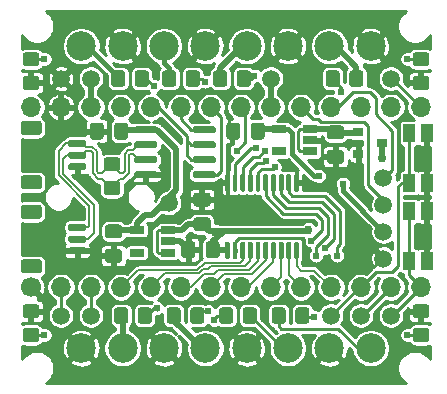
<source format=gbl>
G04 #@! TF.GenerationSoftware,KiCad,Pcbnew,(5.1.9)-1*
G04 #@! TF.CreationDate,2021-03-27T20:31:15-07:00*
G04 #@! TF.ProjectId,nibelung,6e696265-6c75-46e6-972e-6b696361645f,rev?*
G04 #@! TF.SameCoordinates,PX621abf0PY7065700*
G04 #@! TF.FileFunction,Copper,L2,Bot*
G04 #@! TF.FilePolarity,Positive*
%FSLAX46Y46*%
G04 Gerber Fmt 4.6, Leading zero omitted, Abs format (unit mm)*
G04 Created by KiCad (PCBNEW (5.1.9)-1) date 2021-03-27 20:31:15*
%MOMM*%
%LPD*%
G01*
G04 APERTURE LIST*
G04 #@! TA.AperFunction,SMDPad,CuDef*
%ADD10C,1.500000*%
G04 #@! TD*
G04 #@! TA.AperFunction,SMDPad,CuDef*
%ADD11R,0.900000X0.800000*%
G04 #@! TD*
G04 #@! TA.AperFunction,ComponentPad*
%ADD12C,2.500000*%
G04 #@! TD*
G04 #@! TA.AperFunction,ComponentPad*
%ADD13O,1.700000X1.700000*%
G04 #@! TD*
G04 #@! TA.AperFunction,ComponentPad*
%ADD14C,1.700000*%
G04 #@! TD*
G04 #@! TA.AperFunction,SMDPad,CuDef*
%ADD15R,1.000000X1.500000*%
G04 #@! TD*
G04 #@! TA.AperFunction,SMDPad,CuDef*
%ADD16R,1.220000X0.650000*%
G04 #@! TD*
G04 #@! TA.AperFunction,ViaPad*
%ADD17C,0.609600*%
G04 #@! TD*
G04 #@! TA.AperFunction,ViaPad*
%ADD18C,1.016000*%
G04 #@! TD*
G04 #@! TA.AperFunction,ViaPad*
%ADD19C,0.762000*%
G04 #@! TD*
G04 #@! TA.AperFunction,Conductor*
%ADD20C,0.508000*%
G04 #@! TD*
G04 #@! TA.AperFunction,Conductor*
%ADD21C,0.254000*%
G04 #@! TD*
G04 #@! TA.AperFunction,Conductor*
%ADD22C,0.381000*%
G04 #@! TD*
G04 #@! TA.AperFunction,Conductor*
%ADD23C,0.152400*%
G04 #@! TD*
G04 #@! TA.AperFunction,Conductor*
%ADD24C,0.203200*%
G04 #@! TD*
G04 #@! TA.AperFunction,Conductor*
%ADD25C,0.100000*%
G04 #@! TD*
G04 APERTURE END LIST*
D10*
X6350000Y6223000D03*
X3810000Y6223000D03*
X31750000Y26289000D03*
X29210000Y6223000D03*
X12954000Y15748000D03*
X31750000Y6223000D03*
X26670000Y6223000D03*
X31115000Y17907000D03*
X31115000Y15621000D03*
X31115000Y11049000D03*
X31115000Y13335000D03*
D11*
X30972000Y20828000D03*
X28972000Y21778000D03*
X28972000Y19878000D03*
D10*
X21590000Y26289000D03*
X3810000Y26289000D03*
X6350000Y26289000D03*
G04 #@! TA.AperFunction,SMDPad,CuDef*
G36*
G01*
X17803000Y12480000D02*
X18003000Y12480000D01*
G75*
G02*
X18103000Y12380000I0J-100000D01*
G01*
X18103000Y11105000D01*
G75*
G02*
X18003000Y11005000I-100000J0D01*
G01*
X17803000Y11005000D01*
G75*
G02*
X17703000Y11105000I0J100000D01*
G01*
X17703000Y12380000D01*
G75*
G02*
X17803000Y12480000I100000J0D01*
G01*
G37*
G04 #@! TD.AperFunction*
G04 #@! TA.AperFunction,SMDPad,CuDef*
G36*
G01*
X18453000Y12480000D02*
X18653000Y12480000D01*
G75*
G02*
X18753000Y12380000I0J-100000D01*
G01*
X18753000Y11105000D01*
G75*
G02*
X18653000Y11005000I-100000J0D01*
G01*
X18453000Y11005000D01*
G75*
G02*
X18353000Y11105000I0J100000D01*
G01*
X18353000Y12380000D01*
G75*
G02*
X18453000Y12480000I100000J0D01*
G01*
G37*
G04 #@! TD.AperFunction*
G04 #@! TA.AperFunction,SMDPad,CuDef*
G36*
G01*
X19103000Y12480000D02*
X19303000Y12480000D01*
G75*
G02*
X19403000Y12380000I0J-100000D01*
G01*
X19403000Y11105000D01*
G75*
G02*
X19303000Y11005000I-100000J0D01*
G01*
X19103000Y11005000D01*
G75*
G02*
X19003000Y11105000I0J100000D01*
G01*
X19003000Y12380000D01*
G75*
G02*
X19103000Y12480000I100000J0D01*
G01*
G37*
G04 #@! TD.AperFunction*
G04 #@! TA.AperFunction,SMDPad,CuDef*
G36*
G01*
X19753000Y12480000D02*
X19953000Y12480000D01*
G75*
G02*
X20053000Y12380000I0J-100000D01*
G01*
X20053000Y11105000D01*
G75*
G02*
X19953000Y11005000I-100000J0D01*
G01*
X19753000Y11005000D01*
G75*
G02*
X19653000Y11105000I0J100000D01*
G01*
X19653000Y12380000D01*
G75*
G02*
X19753000Y12480000I100000J0D01*
G01*
G37*
G04 #@! TD.AperFunction*
G04 #@! TA.AperFunction,SMDPad,CuDef*
G36*
G01*
X20403000Y12480000D02*
X20603000Y12480000D01*
G75*
G02*
X20703000Y12380000I0J-100000D01*
G01*
X20703000Y11105000D01*
G75*
G02*
X20603000Y11005000I-100000J0D01*
G01*
X20403000Y11005000D01*
G75*
G02*
X20303000Y11105000I0J100000D01*
G01*
X20303000Y12380000D01*
G75*
G02*
X20403000Y12480000I100000J0D01*
G01*
G37*
G04 #@! TD.AperFunction*
G04 #@! TA.AperFunction,SMDPad,CuDef*
G36*
G01*
X21053000Y12480000D02*
X21253000Y12480000D01*
G75*
G02*
X21353000Y12380000I0J-100000D01*
G01*
X21353000Y11105000D01*
G75*
G02*
X21253000Y11005000I-100000J0D01*
G01*
X21053000Y11005000D01*
G75*
G02*
X20953000Y11105000I0J100000D01*
G01*
X20953000Y12380000D01*
G75*
G02*
X21053000Y12480000I100000J0D01*
G01*
G37*
G04 #@! TD.AperFunction*
G04 #@! TA.AperFunction,SMDPad,CuDef*
G36*
G01*
X21703000Y12480000D02*
X21903000Y12480000D01*
G75*
G02*
X22003000Y12380000I0J-100000D01*
G01*
X22003000Y11105000D01*
G75*
G02*
X21903000Y11005000I-100000J0D01*
G01*
X21703000Y11005000D01*
G75*
G02*
X21603000Y11105000I0J100000D01*
G01*
X21603000Y12380000D01*
G75*
G02*
X21703000Y12480000I100000J0D01*
G01*
G37*
G04 #@! TD.AperFunction*
G04 #@! TA.AperFunction,SMDPad,CuDef*
G36*
G01*
X22353000Y12480000D02*
X22553000Y12480000D01*
G75*
G02*
X22653000Y12380000I0J-100000D01*
G01*
X22653000Y11105000D01*
G75*
G02*
X22553000Y11005000I-100000J0D01*
G01*
X22353000Y11005000D01*
G75*
G02*
X22253000Y11105000I0J100000D01*
G01*
X22253000Y12380000D01*
G75*
G02*
X22353000Y12480000I100000J0D01*
G01*
G37*
G04 #@! TD.AperFunction*
G04 #@! TA.AperFunction,SMDPad,CuDef*
G36*
G01*
X23003000Y12480000D02*
X23203000Y12480000D01*
G75*
G02*
X23303000Y12380000I0J-100000D01*
G01*
X23303000Y11105000D01*
G75*
G02*
X23203000Y11005000I-100000J0D01*
G01*
X23003000Y11005000D01*
G75*
G02*
X22903000Y11105000I0J100000D01*
G01*
X22903000Y12380000D01*
G75*
G02*
X23003000Y12480000I100000J0D01*
G01*
G37*
G04 #@! TD.AperFunction*
G04 #@! TA.AperFunction,SMDPad,CuDef*
G36*
G01*
X23653000Y12480000D02*
X23853000Y12480000D01*
G75*
G02*
X23953000Y12380000I0J-100000D01*
G01*
X23953000Y11105000D01*
G75*
G02*
X23853000Y11005000I-100000J0D01*
G01*
X23653000Y11005000D01*
G75*
G02*
X23553000Y11105000I0J100000D01*
G01*
X23553000Y12380000D01*
G75*
G02*
X23653000Y12480000I100000J0D01*
G01*
G37*
G04 #@! TD.AperFunction*
G04 #@! TA.AperFunction,SMDPad,CuDef*
G36*
G01*
X23653000Y18205000D02*
X23853000Y18205000D01*
G75*
G02*
X23953000Y18105000I0J-100000D01*
G01*
X23953000Y16830000D01*
G75*
G02*
X23853000Y16730000I-100000J0D01*
G01*
X23653000Y16730000D01*
G75*
G02*
X23553000Y16830000I0J100000D01*
G01*
X23553000Y18105000D01*
G75*
G02*
X23653000Y18205000I100000J0D01*
G01*
G37*
G04 #@! TD.AperFunction*
G04 #@! TA.AperFunction,SMDPad,CuDef*
G36*
G01*
X23003000Y18205000D02*
X23203000Y18205000D01*
G75*
G02*
X23303000Y18105000I0J-100000D01*
G01*
X23303000Y16830000D01*
G75*
G02*
X23203000Y16730000I-100000J0D01*
G01*
X23003000Y16730000D01*
G75*
G02*
X22903000Y16830000I0J100000D01*
G01*
X22903000Y18105000D01*
G75*
G02*
X23003000Y18205000I100000J0D01*
G01*
G37*
G04 #@! TD.AperFunction*
G04 #@! TA.AperFunction,SMDPad,CuDef*
G36*
G01*
X22353000Y18205000D02*
X22553000Y18205000D01*
G75*
G02*
X22653000Y18105000I0J-100000D01*
G01*
X22653000Y16830000D01*
G75*
G02*
X22553000Y16730000I-100000J0D01*
G01*
X22353000Y16730000D01*
G75*
G02*
X22253000Y16830000I0J100000D01*
G01*
X22253000Y18105000D01*
G75*
G02*
X22353000Y18205000I100000J0D01*
G01*
G37*
G04 #@! TD.AperFunction*
G04 #@! TA.AperFunction,SMDPad,CuDef*
G36*
G01*
X21703000Y18205000D02*
X21903000Y18205000D01*
G75*
G02*
X22003000Y18105000I0J-100000D01*
G01*
X22003000Y16830000D01*
G75*
G02*
X21903000Y16730000I-100000J0D01*
G01*
X21703000Y16730000D01*
G75*
G02*
X21603000Y16830000I0J100000D01*
G01*
X21603000Y18105000D01*
G75*
G02*
X21703000Y18205000I100000J0D01*
G01*
G37*
G04 #@! TD.AperFunction*
G04 #@! TA.AperFunction,SMDPad,CuDef*
G36*
G01*
X21053000Y18205000D02*
X21253000Y18205000D01*
G75*
G02*
X21353000Y18105000I0J-100000D01*
G01*
X21353000Y16830000D01*
G75*
G02*
X21253000Y16730000I-100000J0D01*
G01*
X21053000Y16730000D01*
G75*
G02*
X20953000Y16830000I0J100000D01*
G01*
X20953000Y18105000D01*
G75*
G02*
X21053000Y18205000I100000J0D01*
G01*
G37*
G04 #@! TD.AperFunction*
G04 #@! TA.AperFunction,SMDPad,CuDef*
G36*
G01*
X20403000Y18205000D02*
X20603000Y18205000D01*
G75*
G02*
X20703000Y18105000I0J-100000D01*
G01*
X20703000Y16830000D01*
G75*
G02*
X20603000Y16730000I-100000J0D01*
G01*
X20403000Y16730000D01*
G75*
G02*
X20303000Y16830000I0J100000D01*
G01*
X20303000Y18105000D01*
G75*
G02*
X20403000Y18205000I100000J0D01*
G01*
G37*
G04 #@! TD.AperFunction*
G04 #@! TA.AperFunction,SMDPad,CuDef*
G36*
G01*
X19753000Y18205000D02*
X19953000Y18205000D01*
G75*
G02*
X20053000Y18105000I0J-100000D01*
G01*
X20053000Y16830000D01*
G75*
G02*
X19953000Y16730000I-100000J0D01*
G01*
X19753000Y16730000D01*
G75*
G02*
X19653000Y16830000I0J100000D01*
G01*
X19653000Y18105000D01*
G75*
G02*
X19753000Y18205000I100000J0D01*
G01*
G37*
G04 #@! TD.AperFunction*
G04 #@! TA.AperFunction,SMDPad,CuDef*
G36*
G01*
X19103000Y18205000D02*
X19303000Y18205000D01*
G75*
G02*
X19403000Y18105000I0J-100000D01*
G01*
X19403000Y16830000D01*
G75*
G02*
X19303000Y16730000I-100000J0D01*
G01*
X19103000Y16730000D01*
G75*
G02*
X19003000Y16830000I0J100000D01*
G01*
X19003000Y18105000D01*
G75*
G02*
X19103000Y18205000I100000J0D01*
G01*
G37*
G04 #@! TD.AperFunction*
G04 #@! TA.AperFunction,SMDPad,CuDef*
G36*
G01*
X18453000Y18205000D02*
X18653000Y18205000D01*
G75*
G02*
X18753000Y18105000I0J-100000D01*
G01*
X18753000Y16830000D01*
G75*
G02*
X18653000Y16730000I-100000J0D01*
G01*
X18453000Y16730000D01*
G75*
G02*
X18353000Y16830000I0J100000D01*
G01*
X18353000Y18105000D01*
G75*
G02*
X18453000Y18205000I100000J0D01*
G01*
G37*
G04 #@! TD.AperFunction*
G04 #@! TA.AperFunction,SMDPad,CuDef*
G36*
G01*
X17803000Y18205000D02*
X18003000Y18205000D01*
G75*
G02*
X18103000Y18105000I0J-100000D01*
G01*
X18103000Y16830000D01*
G75*
G02*
X18003000Y16730000I-100000J0D01*
G01*
X17803000Y16730000D01*
G75*
G02*
X17703000Y16830000I0J100000D01*
G01*
X17703000Y18105000D01*
G75*
G02*
X17803000Y18205000I100000J0D01*
G01*
G37*
G04 #@! TD.AperFunction*
D12*
X30030000Y3467100D03*
X26530000Y3467100D03*
X23030000Y3467100D03*
X19530000Y3467100D03*
X16030000Y3467100D03*
X12530000Y3467100D03*
X5530000Y3467100D03*
X9030000Y3467100D03*
X5530000Y29044900D03*
X9030000Y29044900D03*
X12530000Y29044900D03*
X16030000Y29044900D03*
X19530000Y29044900D03*
X23030000Y29044900D03*
X30030000Y29044900D03*
X26530000Y29044900D03*
D13*
X3810000Y8636000D03*
X6350000Y8636000D03*
X8890000Y8636000D03*
X11430000Y8636000D03*
X13970000Y8636000D03*
X16510000Y8636000D03*
X19050000Y8636000D03*
X21590000Y8636000D03*
X24130000Y8636000D03*
X26670000Y8636000D03*
X29210000Y8636000D03*
X31750000Y8636000D03*
X34290000Y8636000D03*
X34290000Y23876000D03*
X31750000Y23876000D03*
X29210000Y23876000D03*
X26670000Y23876000D03*
X24130000Y23876000D03*
X21590000Y23876000D03*
X19050000Y23876000D03*
X16510000Y23876000D03*
X13970000Y23876000D03*
X11430000Y23876000D03*
X8890000Y23876000D03*
X6350000Y23876000D03*
X3810000Y23876000D03*
X1270000Y23876000D03*
D14*
X1270000Y8636000D03*
G04 #@! TA.AperFunction,SMDPad,CuDef*
G36*
G01*
X1950001Y14400000D02*
X649999Y14400000D01*
G75*
G02*
X400000Y14649999I0J249999D01*
G01*
X400000Y15350001D01*
G75*
G02*
X649999Y15600000I249999J0D01*
G01*
X1950001Y15600000D01*
G75*
G02*
X2200000Y15350001I0J-249999D01*
G01*
X2200000Y14649999D01*
G75*
G02*
X1950001Y14400000I-249999J0D01*
G01*
G37*
G04 #@! TD.AperFunction*
G04 #@! TA.AperFunction,SMDPad,CuDef*
G36*
G01*
X1950001Y9800000D02*
X649999Y9800000D01*
G75*
G02*
X400000Y10049999I0J249999D01*
G01*
X400000Y10750001D01*
G75*
G02*
X649999Y11000000I249999J0D01*
G01*
X1950001Y11000000D01*
G75*
G02*
X2200000Y10750001I0J-249999D01*
G01*
X2200000Y10049999D01*
G75*
G02*
X1950001Y9800000I-249999J0D01*
G01*
G37*
G04 #@! TD.AperFunction*
G04 #@! TA.AperFunction,SMDPad,CuDef*
G36*
G01*
X5800000Y13400000D02*
X4550000Y13400000D01*
G75*
G02*
X4400000Y13550000I0J150000D01*
G01*
X4400000Y13850000D01*
G75*
G02*
X4550000Y14000000I150000J0D01*
G01*
X5800000Y14000000D01*
G75*
G02*
X5950000Y13850000I0J-150000D01*
G01*
X5950000Y13550000D01*
G75*
G02*
X5800000Y13400000I-150000J0D01*
G01*
G37*
G04 #@! TD.AperFunction*
G04 #@! TA.AperFunction,SMDPad,CuDef*
G36*
G01*
X5800000Y12400000D02*
X4550000Y12400000D01*
G75*
G02*
X4400000Y12550000I0J150000D01*
G01*
X4400000Y12850000D01*
G75*
G02*
X4550000Y13000000I150000J0D01*
G01*
X5800000Y13000000D01*
G75*
G02*
X5950000Y12850000I0J-150000D01*
G01*
X5950000Y12550000D01*
G75*
G02*
X5800000Y12400000I-150000J0D01*
G01*
G37*
G04 #@! TD.AperFunction*
G04 #@! TA.AperFunction,SMDPad,CuDef*
G36*
G01*
X5800000Y11400000D02*
X4550000Y11400000D01*
G75*
G02*
X4400000Y11550000I0J150000D01*
G01*
X4400000Y11850000D01*
G75*
G02*
X4550000Y12000000I150000J0D01*
G01*
X5800000Y12000000D01*
G75*
G02*
X5950000Y11850000I0J-150000D01*
G01*
X5950000Y11550000D01*
G75*
G02*
X5800000Y11400000I-150000J0D01*
G01*
G37*
G04 #@! TD.AperFunction*
D15*
X34786000Y15054000D03*
X34786000Y10854000D03*
X33286000Y10854000D03*
X33286000Y15054000D03*
X34786000Y21658000D03*
X34786000Y17458000D03*
X33286000Y17458000D03*
X33286000Y21658000D03*
D16*
X24932000Y22032000D03*
X24932000Y21082000D03*
X24932000Y20132000D03*
X22312000Y20132000D03*
X22312000Y22032000D03*
G04 #@! TA.AperFunction,SMDPad,CuDef*
G36*
G01*
X16223000Y15457500D02*
X15273000Y15457500D01*
G75*
G02*
X15023000Y15707500I0J250000D01*
G01*
X15023000Y16382500D01*
G75*
G02*
X15273000Y16632500I250000J0D01*
G01*
X16223000Y16632500D01*
G75*
G02*
X16473000Y16382500I0J-250000D01*
G01*
X16473000Y15707500D01*
G75*
G02*
X16223000Y15457500I-250000J0D01*
G01*
G37*
G04 #@! TD.AperFunction*
G04 #@! TA.AperFunction,SMDPad,CuDef*
G36*
G01*
X16223000Y13382500D02*
X15273000Y13382500D01*
G75*
G02*
X15023000Y13632500I0J250000D01*
G01*
X15023000Y14307500D01*
G75*
G02*
X15273000Y14557500I250000J0D01*
G01*
X16223000Y14557500D01*
G75*
G02*
X16473000Y14307500I0J-250000D01*
G01*
X16473000Y13632500D01*
G75*
G02*
X16223000Y13382500I-250000J0D01*
G01*
G37*
G04 #@! TD.AperFunction*
G04 #@! TA.AperFunction,SMDPad,CuDef*
G36*
G01*
X18981000Y22319000D02*
X18981000Y21369000D01*
G75*
G02*
X18731000Y21119000I-250000J0D01*
G01*
X18056000Y21119000D01*
G75*
G02*
X17806000Y21369000I0J250000D01*
G01*
X17806000Y22319000D01*
G75*
G02*
X18056000Y22569000I250000J0D01*
G01*
X18731000Y22569000D01*
G75*
G02*
X18981000Y22319000I0J-250000D01*
G01*
G37*
G04 #@! TD.AperFunction*
G04 #@! TA.AperFunction,SMDPad,CuDef*
G36*
G01*
X21056000Y22319000D02*
X21056000Y21369000D01*
G75*
G02*
X20806000Y21119000I-250000J0D01*
G01*
X20131000Y21119000D01*
G75*
G02*
X19881000Y21369000I0J250000D01*
G01*
X19881000Y22319000D01*
G75*
G02*
X20131000Y22569000I250000J0D01*
G01*
X20806000Y22569000D01*
G75*
G02*
X21056000Y22319000I0J-250000D01*
G01*
G37*
G04 #@! TD.AperFunction*
G04 #@! TA.AperFunction,SMDPad,CuDef*
G36*
G01*
X26576000Y20251000D02*
X27526000Y20251000D01*
G75*
G02*
X27776000Y20001000I0J-250000D01*
G01*
X27776000Y19326000D01*
G75*
G02*
X27526000Y19076000I-250000J0D01*
G01*
X26576000Y19076000D01*
G75*
G02*
X26326000Y19326000I0J250000D01*
G01*
X26326000Y20001000D01*
G75*
G02*
X26576000Y20251000I250000J0D01*
G01*
G37*
G04 #@! TD.AperFunction*
G04 #@! TA.AperFunction,SMDPad,CuDef*
G36*
G01*
X26576000Y22326000D02*
X27526000Y22326000D01*
G75*
G02*
X27776000Y22076000I0J-250000D01*
G01*
X27776000Y21401000D01*
G75*
G02*
X27526000Y21151000I-250000J0D01*
G01*
X26576000Y21151000D01*
G75*
G02*
X26326000Y21401000I0J250000D01*
G01*
X26326000Y22076000D01*
G75*
G02*
X26576000Y22326000I250000J0D01*
G01*
G37*
G04 #@! TD.AperFunction*
X10247000Y13462000D03*
X10247000Y11562000D03*
X12867000Y11562000D03*
X12867000Y12512000D03*
X12867000Y13462000D03*
G04 #@! TA.AperFunction,SMDPad,CuDef*
G36*
G01*
X33839999Y28524000D02*
X34740001Y28524000D01*
G75*
G02*
X34990000Y28274001I0J-249999D01*
G01*
X34990000Y27573999D01*
G75*
G02*
X34740001Y27324000I-249999J0D01*
G01*
X33839999Y27324000D01*
G75*
G02*
X33590000Y27573999I0J249999D01*
G01*
X33590000Y28274001D01*
G75*
G02*
X33839999Y28524000I249999J0D01*
G01*
G37*
G04 #@! TD.AperFunction*
G04 #@! TA.AperFunction,SMDPad,CuDef*
G36*
G01*
X33839999Y26524000D02*
X34740001Y26524000D01*
G75*
G02*
X34990000Y26274001I0J-249999D01*
G01*
X34990000Y25573999D01*
G75*
G02*
X34740001Y25324000I-249999J0D01*
G01*
X33839999Y25324000D01*
G75*
G02*
X33590000Y25573999I0J249999D01*
G01*
X33590000Y26274001D01*
G75*
G02*
X33839999Y26524000I249999J0D01*
G01*
G37*
G04 #@! TD.AperFunction*
G04 #@! TA.AperFunction,SMDPad,CuDef*
G36*
G01*
X34740001Y3988000D02*
X33839999Y3988000D01*
G75*
G02*
X33590000Y4237999I0J249999D01*
G01*
X33590000Y4938001D01*
G75*
G02*
X33839999Y5188000I249999J0D01*
G01*
X34740001Y5188000D01*
G75*
G02*
X34990000Y4938001I0J-249999D01*
G01*
X34990000Y4237999D01*
G75*
G02*
X34740001Y3988000I-249999J0D01*
G01*
G37*
G04 #@! TD.AperFunction*
G04 #@! TA.AperFunction,SMDPad,CuDef*
G36*
G01*
X34740001Y5988000D02*
X33839999Y5988000D01*
G75*
G02*
X33590000Y6237999I0J249999D01*
G01*
X33590000Y6938001D01*
G75*
G02*
X33839999Y7188000I249999J0D01*
G01*
X34740001Y7188000D01*
G75*
G02*
X34990000Y6938001I0J-249999D01*
G01*
X34990000Y6237999D01*
G75*
G02*
X34740001Y5988000I-249999J0D01*
G01*
G37*
G04 #@! TD.AperFunction*
G04 #@! TA.AperFunction,SMDPad,CuDef*
G36*
G01*
X1720001Y3988000D02*
X819999Y3988000D01*
G75*
G02*
X570000Y4237999I0J249999D01*
G01*
X570000Y4938001D01*
G75*
G02*
X819999Y5188000I249999J0D01*
G01*
X1720001Y5188000D01*
G75*
G02*
X1970000Y4938001I0J-249999D01*
G01*
X1970000Y4237999D01*
G75*
G02*
X1720001Y3988000I-249999J0D01*
G01*
G37*
G04 #@! TD.AperFunction*
G04 #@! TA.AperFunction,SMDPad,CuDef*
G36*
G01*
X1720001Y5988000D02*
X819999Y5988000D01*
G75*
G02*
X570000Y6237999I0J249999D01*
G01*
X570000Y6938001D01*
G75*
G02*
X819999Y7188000I249999J0D01*
G01*
X1720001Y7188000D01*
G75*
G02*
X1970000Y6938001I0J-249999D01*
G01*
X1970000Y6237999D01*
G75*
G02*
X1720001Y5988000I-249999J0D01*
G01*
G37*
G04 #@! TD.AperFunction*
G04 #@! TA.AperFunction,SMDPad,CuDef*
G36*
G01*
X819999Y28524000D02*
X1720001Y28524000D01*
G75*
G02*
X1970000Y28274001I0J-249999D01*
G01*
X1970000Y27573999D01*
G75*
G02*
X1720001Y27324000I-249999J0D01*
G01*
X819999Y27324000D01*
G75*
G02*
X570000Y27573999I0J249999D01*
G01*
X570000Y28274001D01*
G75*
G02*
X819999Y28524000I249999J0D01*
G01*
G37*
G04 #@! TD.AperFunction*
G04 #@! TA.AperFunction,SMDPad,CuDef*
G36*
G01*
X819999Y26524000D02*
X1720001Y26524000D01*
G75*
G02*
X1970000Y26274001I0J-249999D01*
G01*
X1970000Y25573999D01*
G75*
G02*
X1720001Y25324000I-249999J0D01*
G01*
X819999Y25324000D01*
G75*
G02*
X570000Y25573999I0J249999D01*
G01*
X570000Y26274001D01*
G75*
G02*
X819999Y26524000I249999J0D01*
G01*
G37*
G04 #@! TD.AperFunction*
G04 #@! TA.AperFunction,SMDPad,CuDef*
G36*
G01*
X11962000Y22121000D02*
X11962000Y21821000D01*
G75*
G02*
X11812000Y21671000I-150000J0D01*
G01*
X10162000Y21671000D01*
G75*
G02*
X10012000Y21821000I0J150000D01*
G01*
X10012000Y22121000D01*
G75*
G02*
X10162000Y22271000I150000J0D01*
G01*
X11812000Y22271000D01*
G75*
G02*
X11962000Y22121000I0J-150000D01*
G01*
G37*
G04 #@! TD.AperFunction*
G04 #@! TA.AperFunction,SMDPad,CuDef*
G36*
G01*
X11962000Y20851000D02*
X11962000Y20551000D01*
G75*
G02*
X11812000Y20401000I-150000J0D01*
G01*
X10162000Y20401000D01*
G75*
G02*
X10012000Y20551000I0J150000D01*
G01*
X10012000Y20851000D01*
G75*
G02*
X10162000Y21001000I150000J0D01*
G01*
X11812000Y21001000D01*
G75*
G02*
X11962000Y20851000I0J-150000D01*
G01*
G37*
G04 #@! TD.AperFunction*
G04 #@! TA.AperFunction,SMDPad,CuDef*
G36*
G01*
X11962000Y19581000D02*
X11962000Y19281000D01*
G75*
G02*
X11812000Y19131000I-150000J0D01*
G01*
X10162000Y19131000D01*
G75*
G02*
X10012000Y19281000I0J150000D01*
G01*
X10012000Y19581000D01*
G75*
G02*
X10162000Y19731000I150000J0D01*
G01*
X11812000Y19731000D01*
G75*
G02*
X11962000Y19581000I0J-150000D01*
G01*
G37*
G04 #@! TD.AperFunction*
G04 #@! TA.AperFunction,SMDPad,CuDef*
G36*
G01*
X11962000Y18311000D02*
X11962000Y18011000D01*
G75*
G02*
X11812000Y17861000I-150000J0D01*
G01*
X10162000Y17861000D01*
G75*
G02*
X10012000Y18011000I0J150000D01*
G01*
X10012000Y18311000D01*
G75*
G02*
X10162000Y18461000I150000J0D01*
G01*
X11812000Y18461000D01*
G75*
G02*
X11962000Y18311000I0J-150000D01*
G01*
G37*
G04 #@! TD.AperFunction*
G04 #@! TA.AperFunction,SMDPad,CuDef*
G36*
G01*
X16912000Y18311000D02*
X16912000Y18011000D01*
G75*
G02*
X16762000Y17861000I-150000J0D01*
G01*
X15112000Y17861000D01*
G75*
G02*
X14962000Y18011000I0J150000D01*
G01*
X14962000Y18311000D01*
G75*
G02*
X15112000Y18461000I150000J0D01*
G01*
X16762000Y18461000D01*
G75*
G02*
X16912000Y18311000I0J-150000D01*
G01*
G37*
G04 #@! TD.AperFunction*
G04 #@! TA.AperFunction,SMDPad,CuDef*
G36*
G01*
X16912000Y19581000D02*
X16912000Y19281000D01*
G75*
G02*
X16762000Y19131000I-150000J0D01*
G01*
X15112000Y19131000D01*
G75*
G02*
X14962000Y19281000I0J150000D01*
G01*
X14962000Y19581000D01*
G75*
G02*
X15112000Y19731000I150000J0D01*
G01*
X16762000Y19731000D01*
G75*
G02*
X16912000Y19581000I0J-150000D01*
G01*
G37*
G04 #@! TD.AperFunction*
G04 #@! TA.AperFunction,SMDPad,CuDef*
G36*
G01*
X16912000Y20851000D02*
X16912000Y20551000D01*
G75*
G02*
X16762000Y20401000I-150000J0D01*
G01*
X15112000Y20401000D01*
G75*
G02*
X14962000Y20551000I0J150000D01*
G01*
X14962000Y20851000D01*
G75*
G02*
X15112000Y21001000I150000J0D01*
G01*
X16762000Y21001000D01*
G75*
G02*
X16912000Y20851000I0J-150000D01*
G01*
G37*
G04 #@! TD.AperFunction*
G04 #@! TA.AperFunction,SMDPad,CuDef*
G36*
G01*
X16912000Y22121000D02*
X16912000Y21821000D01*
G75*
G02*
X16762000Y21671000I-150000J0D01*
G01*
X15112000Y21671000D01*
G75*
G02*
X14962000Y21821000I0J150000D01*
G01*
X14962000Y22121000D01*
G75*
G02*
X15112000Y22271000I150000J0D01*
G01*
X16762000Y22271000D01*
G75*
G02*
X16912000Y22121000I0J-150000D01*
G01*
G37*
G04 #@! TD.AperFunction*
G04 #@! TA.AperFunction,SMDPad,CuDef*
G36*
G01*
X1950001Y21512000D02*
X649999Y21512000D01*
G75*
G02*
X400000Y21761999I0J249999D01*
G01*
X400000Y22462001D01*
G75*
G02*
X649999Y22712000I249999J0D01*
G01*
X1950001Y22712000D01*
G75*
G02*
X2200000Y22462001I0J-249999D01*
G01*
X2200000Y21761999D01*
G75*
G02*
X1950001Y21512000I-249999J0D01*
G01*
G37*
G04 #@! TD.AperFunction*
G04 #@! TA.AperFunction,SMDPad,CuDef*
G36*
G01*
X1950001Y16912000D02*
X649999Y16912000D01*
G75*
G02*
X400000Y17161999I0J249999D01*
G01*
X400000Y17862001D01*
G75*
G02*
X649999Y18112000I249999J0D01*
G01*
X1950001Y18112000D01*
G75*
G02*
X2200000Y17862001I0J-249999D01*
G01*
X2200000Y17161999D01*
G75*
G02*
X1950001Y16912000I-249999J0D01*
G01*
G37*
G04 #@! TD.AperFunction*
G04 #@! TA.AperFunction,SMDPad,CuDef*
G36*
G01*
X5800000Y20512000D02*
X4550000Y20512000D01*
G75*
G02*
X4400000Y20662000I0J150000D01*
G01*
X4400000Y20962000D01*
G75*
G02*
X4550000Y21112000I150000J0D01*
G01*
X5800000Y21112000D01*
G75*
G02*
X5950000Y20962000I0J-150000D01*
G01*
X5950000Y20662000D01*
G75*
G02*
X5800000Y20512000I-150000J0D01*
G01*
G37*
G04 #@! TD.AperFunction*
G04 #@! TA.AperFunction,SMDPad,CuDef*
G36*
G01*
X5800000Y19512000D02*
X4550000Y19512000D01*
G75*
G02*
X4400000Y19662000I0J150000D01*
G01*
X4400000Y19962000D01*
G75*
G02*
X4550000Y20112000I150000J0D01*
G01*
X5800000Y20112000D01*
G75*
G02*
X5950000Y19962000I0J-150000D01*
G01*
X5950000Y19662000D01*
G75*
G02*
X5800000Y19512000I-150000J0D01*
G01*
G37*
G04 #@! TD.AperFunction*
G04 #@! TA.AperFunction,SMDPad,CuDef*
G36*
G01*
X5800000Y18512000D02*
X4550000Y18512000D01*
G75*
G02*
X4400000Y18662000I0J150000D01*
G01*
X4400000Y18962000D01*
G75*
G02*
X4550000Y19112000I150000J0D01*
G01*
X5800000Y19112000D01*
G75*
G02*
X5950000Y18962000I0J-150000D01*
G01*
X5950000Y18662000D01*
G75*
G02*
X5800000Y18512000I-150000J0D01*
G01*
G37*
G04 #@! TD.AperFunction*
G04 #@! TA.AperFunction,SMDPad,CuDef*
G36*
G01*
X21641000Y5772999D02*
X21641000Y6673001D01*
G75*
G02*
X21890999Y6923000I249999J0D01*
G01*
X22591001Y6923000D01*
G75*
G02*
X22841000Y6673001I0J-249999D01*
G01*
X22841000Y5772999D01*
G75*
G02*
X22591001Y5523000I-249999J0D01*
G01*
X21890999Y5523000D01*
G75*
G02*
X21641000Y5772999I0J249999D01*
G01*
G37*
G04 #@! TD.AperFunction*
G04 #@! TA.AperFunction,SMDPad,CuDef*
G36*
G01*
X23641000Y5772999D02*
X23641000Y6673001D01*
G75*
G02*
X23890999Y6923000I249999J0D01*
G01*
X24591001Y6923000D01*
G75*
G02*
X24841000Y6673001I0J-249999D01*
G01*
X24841000Y5772999D01*
G75*
G02*
X24591001Y5523000I-249999J0D01*
G01*
X23890999Y5523000D01*
G75*
G02*
X23641000Y5772999I0J249999D01*
G01*
G37*
G04 #@! TD.AperFunction*
G04 #@! TA.AperFunction,SMDPad,CuDef*
G36*
G01*
X18396000Y6673001D02*
X18396000Y5772999D01*
G75*
G02*
X18146001Y5523000I-249999J0D01*
G01*
X17445999Y5523000D01*
G75*
G02*
X17196000Y5772999I0J249999D01*
G01*
X17196000Y6673001D01*
G75*
G02*
X17445999Y6923000I249999J0D01*
G01*
X18146001Y6923000D01*
G75*
G02*
X18396000Y6673001I0J-249999D01*
G01*
G37*
G04 #@! TD.AperFunction*
G04 #@! TA.AperFunction,SMDPad,CuDef*
G36*
G01*
X20396000Y6673001D02*
X20396000Y5772999D01*
G75*
G02*
X20146001Y5523000I-249999J0D01*
G01*
X19445999Y5523000D01*
G75*
G02*
X19196000Y5772999I0J249999D01*
G01*
X19196000Y6673001D01*
G75*
G02*
X19445999Y6923000I249999J0D01*
G01*
X20146001Y6923000D01*
G75*
G02*
X20396000Y6673001I0J-249999D01*
G01*
G37*
G04 #@! TD.AperFunction*
G04 #@! TA.AperFunction,SMDPad,CuDef*
G36*
G01*
X14751000Y5772999D02*
X14751000Y6673001D01*
G75*
G02*
X15000999Y6923000I249999J0D01*
G01*
X15701001Y6923000D01*
G75*
G02*
X15951000Y6673001I0J-249999D01*
G01*
X15951000Y5772999D01*
G75*
G02*
X15701001Y5523000I-249999J0D01*
G01*
X15000999Y5523000D01*
G75*
G02*
X14751000Y5772999I0J249999D01*
G01*
G37*
G04 #@! TD.AperFunction*
G04 #@! TA.AperFunction,SMDPad,CuDef*
G36*
G01*
X12751000Y5772999D02*
X12751000Y6673001D01*
G75*
G02*
X13000999Y6923000I249999J0D01*
G01*
X13701001Y6923000D01*
G75*
G02*
X13951000Y6673001I0J-249999D01*
G01*
X13951000Y5772999D01*
G75*
G02*
X13701001Y5523000I-249999J0D01*
G01*
X13000999Y5523000D01*
G75*
G02*
X12751000Y5772999I0J249999D01*
G01*
G37*
G04 #@! TD.AperFunction*
G04 #@! TA.AperFunction,SMDPad,CuDef*
G36*
G01*
X10306000Y5772999D02*
X10306000Y6673001D01*
G75*
G02*
X10555999Y6923000I249999J0D01*
G01*
X11256001Y6923000D01*
G75*
G02*
X11506000Y6673001I0J-249999D01*
G01*
X11506000Y5772999D01*
G75*
G02*
X11256001Y5523000I-249999J0D01*
G01*
X10555999Y5523000D01*
G75*
G02*
X10306000Y5772999I0J249999D01*
G01*
G37*
G04 #@! TD.AperFunction*
G04 #@! TA.AperFunction,SMDPad,CuDef*
G36*
G01*
X8306000Y5772999D02*
X8306000Y6673001D01*
G75*
G02*
X8555999Y6923000I249999J0D01*
G01*
X9256001Y6923000D01*
G75*
G02*
X9506000Y6673001I0J-249999D01*
G01*
X9506000Y5772999D01*
G75*
G02*
X9256001Y5523000I-249999J0D01*
G01*
X8555999Y5523000D01*
G75*
G02*
X8306000Y5772999I0J249999D01*
G01*
G37*
G04 #@! TD.AperFunction*
G04 #@! TA.AperFunction,SMDPad,CuDef*
G36*
G01*
X27413000Y26739001D02*
X27413000Y25838999D01*
G75*
G02*
X27163001Y25589000I-249999J0D01*
G01*
X26462999Y25589000D01*
G75*
G02*
X26213000Y25838999I0J249999D01*
G01*
X26213000Y26739001D01*
G75*
G02*
X26462999Y26989000I249999J0D01*
G01*
X27163001Y26989000D01*
G75*
G02*
X27413000Y26739001I0J-249999D01*
G01*
G37*
G04 #@! TD.AperFunction*
G04 #@! TA.AperFunction,SMDPad,CuDef*
G36*
G01*
X29413000Y26739001D02*
X29413000Y25838999D01*
G75*
G02*
X29163001Y25589000I-249999J0D01*
G01*
X28462999Y25589000D01*
G75*
G02*
X28213000Y25838999I0J249999D01*
G01*
X28213000Y26739001D01*
G75*
G02*
X28462999Y26989000I249999J0D01*
G01*
X29163001Y26989000D01*
G75*
G02*
X29413000Y26739001I0J-249999D01*
G01*
G37*
G04 #@! TD.AperFunction*
G04 #@! TA.AperFunction,SMDPad,CuDef*
G36*
G01*
X18688000Y25838999D02*
X18688000Y26739001D01*
G75*
G02*
X18937999Y26989000I249999J0D01*
G01*
X19638001Y26989000D01*
G75*
G02*
X19888000Y26739001I0J-249999D01*
G01*
X19888000Y25838999D01*
G75*
G02*
X19638001Y25589000I-249999J0D01*
G01*
X18937999Y25589000D01*
G75*
G02*
X18688000Y25838999I0J249999D01*
G01*
G37*
G04 #@! TD.AperFunction*
G04 #@! TA.AperFunction,SMDPad,CuDef*
G36*
G01*
X16688000Y25838999D02*
X16688000Y26739001D01*
G75*
G02*
X16937999Y26989000I249999J0D01*
G01*
X17638001Y26989000D01*
G75*
G02*
X17888000Y26739001I0J-249999D01*
G01*
X17888000Y25838999D01*
G75*
G02*
X17638001Y25589000I-249999J0D01*
G01*
X16937999Y25589000D01*
G75*
G02*
X16688000Y25838999I0J249999D01*
G01*
G37*
G04 #@! TD.AperFunction*
G04 #@! TA.AperFunction,SMDPad,CuDef*
G36*
G01*
X14370000Y25838999D02*
X14370000Y26739001D01*
G75*
G02*
X14619999Y26989000I249999J0D01*
G01*
X15320001Y26989000D01*
G75*
G02*
X15570000Y26739001I0J-249999D01*
G01*
X15570000Y25838999D01*
G75*
G02*
X15320001Y25589000I-249999J0D01*
G01*
X14619999Y25589000D01*
G75*
G02*
X14370000Y25838999I0J249999D01*
G01*
G37*
G04 #@! TD.AperFunction*
G04 #@! TA.AperFunction,SMDPad,CuDef*
G36*
G01*
X12370000Y25838999D02*
X12370000Y26739001D01*
G75*
G02*
X12619999Y26989000I249999J0D01*
G01*
X13320001Y26989000D01*
G75*
G02*
X13570000Y26739001I0J-249999D01*
G01*
X13570000Y25838999D01*
G75*
G02*
X13320001Y25589000I-249999J0D01*
G01*
X12619999Y25589000D01*
G75*
G02*
X12370000Y25838999I0J249999D01*
G01*
G37*
G04 #@! TD.AperFunction*
G04 #@! TA.AperFunction,SMDPad,CuDef*
G36*
G01*
X10052000Y25838999D02*
X10052000Y26739001D01*
G75*
G02*
X10301999Y26989000I249999J0D01*
G01*
X11002001Y26989000D01*
G75*
G02*
X11252000Y26739001I0J-249999D01*
G01*
X11252000Y25838999D01*
G75*
G02*
X11002001Y25589000I-249999J0D01*
G01*
X10301999Y25589000D01*
G75*
G02*
X10052000Y25838999I0J249999D01*
G01*
G37*
G04 #@! TD.AperFunction*
G04 #@! TA.AperFunction,SMDPad,CuDef*
G36*
G01*
X8052000Y25838999D02*
X8052000Y26739001D01*
G75*
G02*
X8301999Y26989000I249999J0D01*
G01*
X9002001Y26989000D01*
G75*
G02*
X9252000Y26739001I0J-249999D01*
G01*
X9252000Y25838999D01*
G75*
G02*
X9002001Y25589000I-249999J0D01*
G01*
X8301999Y25589000D01*
G75*
G02*
X8052000Y25838999I0J249999D01*
G01*
G37*
G04 #@! TD.AperFunction*
G04 #@! TA.AperFunction,SMDPad,CuDef*
G36*
G01*
X8578001Y18434000D02*
X7677999Y18434000D01*
G75*
G02*
X7428000Y18683999I0J249999D01*
G01*
X7428000Y19384001D01*
G75*
G02*
X7677999Y19634000I249999J0D01*
G01*
X8578001Y19634000D01*
G75*
G02*
X8828000Y19384001I0J-249999D01*
G01*
X8828000Y18683999D01*
G75*
G02*
X8578001Y18434000I-249999J0D01*
G01*
G37*
G04 #@! TD.AperFunction*
G04 #@! TA.AperFunction,SMDPad,CuDef*
G36*
G01*
X8578001Y16434000D02*
X7677999Y16434000D01*
G75*
G02*
X7428000Y16683999I0J249999D01*
G01*
X7428000Y17384001D01*
G75*
G02*
X7677999Y17634000I249999J0D01*
G01*
X8578001Y17634000D01*
G75*
G02*
X8828000Y17384001I0J-249999D01*
G01*
X8828000Y16683999D01*
G75*
G02*
X8578001Y16434000I-249999J0D01*
G01*
G37*
G04 #@! TD.AperFunction*
G04 #@! TA.AperFunction,SMDPad,CuDef*
G36*
G01*
X16071000Y11336000D02*
X16071000Y12286000D01*
G75*
G02*
X16321000Y12536000I250000J0D01*
G01*
X16996000Y12536000D01*
G75*
G02*
X17246000Y12286000I0J-250000D01*
G01*
X17246000Y11336000D01*
G75*
G02*
X16996000Y11086000I-250000J0D01*
G01*
X16321000Y11086000D01*
G75*
G02*
X16071000Y11336000I0J250000D01*
G01*
G37*
G04 #@! TD.AperFunction*
G04 #@! TA.AperFunction,SMDPad,CuDef*
G36*
G01*
X13996000Y11336000D02*
X13996000Y12286000D01*
G75*
G02*
X14246000Y12536000I250000J0D01*
G01*
X14921000Y12536000D01*
G75*
G02*
X15171000Y12286000I0J-250000D01*
G01*
X15171000Y11336000D01*
G75*
G02*
X14921000Y11086000I-250000J0D01*
G01*
X14246000Y11086000D01*
G75*
G02*
X13996000Y11336000I0J250000D01*
G01*
G37*
G04 #@! TD.AperFunction*
G04 #@! TA.AperFunction,SMDPad,CuDef*
G36*
G01*
X7780000Y11869000D02*
X8730000Y11869000D01*
G75*
G02*
X8980000Y11619000I0J-250000D01*
G01*
X8980000Y10944000D01*
G75*
G02*
X8730000Y10694000I-250000J0D01*
G01*
X7780000Y10694000D01*
G75*
G02*
X7530000Y10944000I0J250000D01*
G01*
X7530000Y11619000D01*
G75*
G02*
X7780000Y11869000I250000J0D01*
G01*
G37*
G04 #@! TD.AperFunction*
G04 #@! TA.AperFunction,SMDPad,CuDef*
G36*
G01*
X7780000Y13944000D02*
X8730000Y13944000D01*
G75*
G02*
X8980000Y13694000I0J-250000D01*
G01*
X8980000Y13019000D01*
G75*
G02*
X8730000Y12769000I-250000J0D01*
G01*
X7780000Y12769000D01*
G75*
G02*
X7530000Y13019000I0J250000D01*
G01*
X7530000Y13694000D01*
G75*
G02*
X7780000Y13944000I250000J0D01*
G01*
G37*
G04 #@! TD.AperFunction*
G04 #@! TA.AperFunction,SMDPad,CuDef*
G36*
G01*
X8324000Y21369000D02*
X8324000Y22319000D01*
G75*
G02*
X8574000Y22569000I250000J0D01*
G01*
X9249000Y22569000D01*
G75*
G02*
X9499000Y22319000I0J-250000D01*
G01*
X9499000Y21369000D01*
G75*
G02*
X9249000Y21119000I-250000J0D01*
G01*
X8574000Y21119000D01*
G75*
G02*
X8324000Y21369000I0J250000D01*
G01*
G37*
G04 #@! TD.AperFunction*
G04 #@! TA.AperFunction,SMDPad,CuDef*
G36*
G01*
X6249000Y21369000D02*
X6249000Y22319000D01*
G75*
G02*
X6499000Y22569000I250000J0D01*
G01*
X7174000Y22569000D01*
G75*
G02*
X7424000Y22319000I0J-250000D01*
G01*
X7424000Y21369000D01*
G75*
G02*
X7174000Y21119000I-250000J0D01*
G01*
X6499000Y21119000D01*
G75*
G02*
X6249000Y21369000I0J250000D01*
G01*
G37*
G04 #@! TD.AperFunction*
D17*
X3302000Y762000D03*
X32258000Y762000D03*
X32258000Y31750000D03*
X3302000Y31750000D03*
X762000Y20828000D03*
X762000Y18796000D03*
X762000Y16256000D03*
X762000Y13716000D03*
X762000Y11684000D03*
X12700000Y18796000D03*
X5461000Y10541000D03*
X7620000Y10160000D03*
X6477000Y16891000D03*
X4953000Y15748000D03*
X7493000Y15748000D03*
X9144000Y15748000D03*
X8890000Y10160000D03*
D18*
X29591000Y16256000D03*
D17*
X24511000Y26543000D03*
X30099000Y26289000D03*
X28956000Y10668000D03*
X34798000Y13462000D03*
X34798000Y19050000D03*
X34798000Y16256000D03*
X12573000Y22479000D03*
X2794000Y10541000D03*
X19431000Y14351000D03*
X21463000Y14351000D03*
X22987000Y18796000D03*
X9398000Y12446000D03*
X32575500Y19050000D03*
X32258000Y29210000D03*
X3302000Y29210000D03*
X32258000Y3302000D03*
X3302000Y3302000D03*
X762000Y29210000D03*
X762000Y3302000D03*
X34798000Y3302000D03*
X34798000Y29210000D03*
X5080000Y7874000D03*
X17780000Y7874000D03*
X20320000Y7874000D03*
X5080000Y24638000D03*
X7620000Y24638000D03*
X10160000Y24638000D03*
X12700000Y24638000D03*
X15240000Y24638000D03*
X17780000Y24638000D03*
X28321000Y20828000D03*
X15240000Y7874000D03*
X12700000Y7874000D03*
X30480000Y5842000D03*
X12192000Y16891000D03*
X28956000Y12319000D03*
D19*
X16891000Y13335000D03*
D17*
X27686000Y17399000D03*
X25654000Y18034000D03*
D19*
X24765000Y13462000D03*
D17*
X18681690Y20186118D03*
X11684000Y25654000D03*
X20292760Y20447000D03*
X21082000Y20193000D03*
X16002000Y26035000D03*
X21209000Y19304000D03*
X20193004Y26543000D03*
X21905972Y18796000D03*
X27559000Y25146000D03*
X11938000Y6857996D03*
X24993600Y12573000D03*
D19*
X30988004Y19557996D03*
D17*
X2413000Y27940000D03*
X33147003Y27939997D03*
X33146996Y4571996D03*
X2413000Y4572000D03*
X25400000Y11303000D03*
X16256000Y6603985D03*
X16764000Y5842000D03*
X26166520Y11933480D03*
X25273000Y6096000D03*
X27178000Y11303000D03*
D20*
X9292500Y21971000D02*
X9165500Y21844000D01*
X11241000Y21971000D02*
X9292500Y21971000D01*
X11962000Y21971000D02*
X10987000Y21971000D01*
X13589000Y20344000D02*
X11962000Y21971000D01*
X13589000Y16827500D02*
X13589000Y20344000D01*
X13239750Y16478250D02*
X13589000Y16827500D01*
X12096750Y15335250D02*
X13239750Y16478250D01*
X12573000Y15367000D02*
X12954000Y15748000D01*
X12192000Y15367000D02*
X12573000Y15367000D01*
X12160250Y15335250D02*
X12192000Y15367000D01*
X12096750Y15335250D02*
X12160250Y15335250D01*
X13335000Y16129000D02*
X12954000Y15748000D01*
X13335000Y16510000D02*
X13335000Y16129000D01*
X8128000Y13462000D02*
X10028000Y13462000D01*
X11493500Y14732000D02*
X12096750Y15335250D01*
X10922000Y14732000D02*
X11493500Y14732000D01*
X10287000Y14097000D02*
X10922000Y14732000D01*
X10287000Y13462000D02*
X10287000Y14097000D01*
D21*
X17903000Y17467500D02*
X17907000Y17471500D01*
X18393500Y21844000D02*
X18034000Y22203500D01*
X18034000Y22203500D02*
X18034000Y22860000D01*
X1270000Y25924000D02*
X1270000Y26035000D01*
X1270000Y26035000D02*
X1397000Y26035000D01*
X18393500Y21822500D02*
X18288000Y21717000D01*
D22*
X18288000Y21717000D02*
X18288000Y20828000D01*
D21*
X18393500Y21844000D02*
X18393500Y21822500D01*
X24354453Y12729547D02*
X24354453Y12424745D01*
X18553000Y12480000D02*
X18874591Y12801591D01*
X18553000Y11742500D02*
X18553000Y12480000D01*
X18874591Y12801591D02*
X24282409Y12801591D01*
X24282409Y12801591D02*
X24354453Y12729547D01*
X24354453Y12424745D02*
X24384000Y12395198D01*
X31115000Y11049000D02*
X30988000Y11049000D01*
X30988000Y11049000D02*
X30353000Y10414000D01*
D20*
X14351000Y11811000D02*
X14710500Y11811000D01*
X13882500Y12512000D02*
X14583500Y11811000D01*
X12867000Y12512000D02*
X13882500Y12512000D01*
D21*
X10987000Y18161000D02*
X10160000Y18161000D01*
X10160000Y18161000D02*
X9652000Y17653000D01*
X10987000Y18161000D02*
X10987000Y17489400D01*
X10987000Y17489400D02*
X10972800Y17475200D01*
X10972800Y17475200D02*
X10439400Y17475200D01*
X17711500Y11869500D02*
X16844000Y11869500D01*
X17903000Y11869500D02*
X17711500Y11869500D01*
D20*
X16658500Y11811000D02*
X17770000Y11811000D01*
X1270000Y23876000D02*
X1291500Y23876000D01*
X20656500Y22032000D02*
X20468500Y21844000D01*
X22312000Y22032000D02*
X20656500Y22032000D01*
X16637000Y12065000D02*
X16637000Y12446000D01*
X16637000Y12446000D02*
X17526000Y13335000D01*
D22*
X27686000Y16764000D02*
X27686000Y17399000D01*
X31115000Y13335000D02*
X27686000Y16764000D01*
X25273000Y18034000D02*
X25654000Y18034000D01*
X23368000Y19939000D02*
X25273000Y18034000D01*
X23368000Y21717000D02*
X23368000Y19939000D01*
X22312000Y22032000D02*
X23053000Y22032000D01*
X23053000Y22032000D02*
X23368000Y21717000D01*
D20*
X15621000Y13970000D02*
X15748000Y13970000D01*
D21*
X11938000Y11686500D02*
X11938000Y13335000D01*
X12065000Y13462000D02*
X12827000Y13462000D01*
X12067500Y11557000D02*
X11938000Y11686500D01*
X11938000Y13335000D02*
X12065000Y13462000D01*
X12954000Y11557000D02*
X12067500Y11557000D01*
D20*
X14605000Y13970000D02*
X15494000Y13970000D01*
X14097000Y13462000D02*
X14605000Y13970000D01*
X12827000Y13462000D02*
X14097000Y13462000D01*
X24532208Y13356208D02*
X24638000Y13462000D01*
X16361792Y13356208D02*
X24532208Y13356208D01*
X15748000Y13970000D02*
X16361792Y13356208D01*
X28829000Y27305000D02*
X28829000Y26289000D01*
X27089100Y29044900D02*
X28829000Y27305000D01*
X26530000Y29044900D02*
X27089100Y29044900D01*
X19138900Y29044900D02*
X19707100Y29044900D01*
X17272000Y27178000D02*
X19138900Y29044900D01*
X17272000Y26289000D02*
X17272000Y27178000D01*
X12738100Y29044900D02*
X12530000Y29044900D01*
D22*
X12970000Y27178000D02*
X12970000Y26289000D01*
X12530000Y27618000D02*
X12970000Y27178000D01*
X12530000Y29044900D02*
X12530000Y27618000D01*
D20*
X5737100Y29044900D02*
X5530000Y29044900D01*
X6239000Y28335900D02*
X5530000Y29044900D01*
D21*
X8239000Y26543000D02*
X8255000Y26543000D01*
D22*
X8525000Y26416000D02*
X8525000Y26527000D01*
X6007100Y29044900D02*
X5530000Y29044900D01*
X8525000Y26527000D02*
X6007100Y29044900D01*
D21*
X19431000Y20935428D02*
X18681690Y20186118D01*
X19431000Y23495000D02*
X19431000Y20935428D01*
X19050000Y23876000D02*
X19431000Y23495000D01*
D20*
X30030000Y3467100D02*
X30030000Y4387000D01*
D21*
X22241000Y5318000D02*
X22241000Y6223000D01*
X27305000Y5080000D02*
X22479000Y5080000D01*
X22479000Y5080000D02*
X22241000Y5318000D01*
X28917900Y3467100D02*
X27305000Y5080000D01*
X30030000Y3467100D02*
X28917900Y3467100D01*
D20*
X23030000Y3467100D02*
X22837900Y3467100D01*
D21*
X22567900Y3467100D02*
X23030000Y3467100D01*
X19812000Y6223000D02*
X22567900Y3467100D01*
X19796000Y6223000D02*
X19812000Y6223000D01*
D20*
X15725900Y3467100D02*
X16030000Y3467100D01*
X13224000Y5969000D02*
X15725900Y3467100D01*
X9030000Y6210000D02*
X9030000Y3467100D01*
X9017000Y6223000D02*
X9030000Y6210000D01*
D21*
X18553000Y17467500D02*
X18553000Y17537000D01*
X18553000Y17537000D02*
X18542000Y17548000D01*
X10795000Y26543000D02*
X11684000Y25654000D01*
X10525000Y26543000D02*
X10795000Y26543000D01*
X18553000Y19061000D02*
X18553000Y17594500D01*
X19939000Y20447000D02*
X18553000Y19061000D01*
X20292760Y20447000D02*
X19939000Y20447000D01*
D20*
X15224000Y26543000D02*
X15224000Y26559000D01*
D21*
X15748000Y26289000D02*
X16002000Y26035000D01*
X15113000Y26289000D02*
X15748000Y26289000D01*
X20092000Y19685000D02*
X20574000Y19685000D01*
X19203000Y18796000D02*
X20092000Y19685000D01*
X20574000Y19685000D02*
X21209000Y20320000D01*
X19203000Y17594500D02*
X19203000Y18796000D01*
X19939004Y26289000D02*
X20193004Y26543000D01*
X19304000Y26289000D02*
X19939004Y26289000D01*
X19853000Y18583000D02*
X19853000Y17594500D01*
X20447000Y19177000D02*
X19853000Y18583000D01*
X20955000Y19177000D02*
X20447000Y19177000D01*
X21209000Y19431000D02*
X20955000Y19177000D01*
X21778972Y18669000D02*
X21905972Y18796000D01*
X20828000Y18669000D02*
X21778972Y18669000D01*
X20503000Y18344000D02*
X20828000Y18669000D01*
X20503000Y17594500D02*
X20503000Y18344000D01*
X27559000Y25527000D02*
X27559000Y25146000D01*
X26813000Y26273000D02*
X27559000Y25527000D01*
X26813000Y26289000D02*
X26813000Y26273000D01*
X11938000Y6731000D02*
X11938000Y6857996D01*
X11667996Y6857996D02*
X11033000Y6223000D01*
X11938000Y6857996D02*
X11667996Y6857996D01*
X25908000Y13491546D02*
X24989454Y12573000D01*
X25400000Y14859000D02*
X25908000Y14351000D01*
X22606000Y14859000D02*
X25400000Y14859000D01*
X25908000Y14351000D02*
X25908000Y13491546D01*
X21153000Y16312000D02*
X22606000Y14859000D01*
X21153000Y17594500D02*
X21153000Y16312000D01*
D23*
X10350510Y10096510D02*
X8890000Y8636000D01*
X15367010Y10096510D02*
X10350510Y10096510D01*
X15963933Y10693433D02*
X15367010Y10096510D01*
X18948433Y10693433D02*
X15963933Y10693433D01*
X19203000Y10948000D02*
X18948433Y10693433D01*
X19203000Y11869500D02*
X19203000Y10948000D01*
X12585700Y9791700D02*
X11430000Y8636000D01*
X15506700Y9791700D02*
X12585700Y9791700D01*
X16256000Y10160000D02*
X15875000Y10160000D01*
X16484622Y10388622D02*
X16256000Y10160000D01*
X15875000Y10160000D02*
X15506700Y9791700D01*
X19405622Y10388622D02*
X16484622Y10388622D01*
X19853000Y10836000D02*
X19405622Y10388622D01*
X19853000Y11869500D02*
X19853000Y10836000D01*
X13970000Y8636000D02*
X14605000Y8636000D01*
X14782800Y8636000D02*
X13970000Y8636000D01*
X15925800Y9779000D02*
X14782800Y8636000D01*
X16764000Y9779000D02*
X15925800Y9779000D01*
X17068811Y10083811D02*
X16764000Y9779000D01*
X19735811Y10083811D02*
X17068811Y10083811D01*
X20503000Y10851000D02*
X19735811Y10083811D01*
X20503000Y11869500D02*
X20503000Y10851000D01*
X19989067Y9779000D02*
X17653000Y9779000D01*
X21153000Y11742500D02*
X21153000Y10942933D01*
X17653000Y9779000D02*
X16510000Y8636000D01*
X21153000Y10942933D02*
X19989067Y9779000D01*
X19685000Y8636000D02*
X19050000Y8636000D01*
X21803000Y10754000D02*
X19685000Y8636000D01*
X21803000Y11742500D02*
X21803000Y10754000D01*
X21590000Y8636000D02*
X21844000Y8890000D01*
X22453000Y9499000D02*
X21590000Y8636000D01*
X22453000Y11742500D02*
X22453000Y9499000D01*
X23103000Y9663000D02*
X24130000Y8636000D01*
X23103000Y11742500D02*
X23103000Y9663000D01*
X25273000Y10033000D02*
X26670000Y8636000D01*
X24130000Y10033000D02*
X25273000Y10033000D01*
X23753000Y10410000D02*
X24130000Y10033000D01*
X23753000Y11742500D02*
X23753000Y10410000D01*
D20*
X30988000Y19558000D02*
X30988004Y19557996D01*
X30988000Y20828000D02*
X30988000Y19558000D01*
X30972000Y20828000D02*
X30988000Y20828000D01*
D21*
X1778000Y27924000D02*
X1794000Y27940000D01*
X1794000Y27940000D02*
X2413000Y27940000D01*
X33766003Y27939997D02*
X33147003Y27939997D01*
X33782000Y27924000D02*
X33766003Y27939997D01*
X33163000Y4588000D02*
X33146996Y4571996D01*
X33782000Y4588000D02*
X33163000Y4588000D01*
X1778000Y4588000D02*
X2397000Y4588000D01*
X2397000Y4588000D02*
X2413000Y4572000D01*
D20*
X6350000Y26416000D02*
X6350000Y23876000D01*
D21*
X26797000Y6223000D02*
X26670000Y6223000D01*
X32385000Y17168500D02*
X32385000Y10922000D01*
X32674500Y17458000D02*
X32385000Y17168500D01*
X33286000Y17458000D02*
X32674500Y17458000D01*
X27178000Y6223000D02*
X26670000Y6223000D01*
X29083000Y8636000D02*
X29210000Y8636000D01*
X26670000Y6223000D02*
X29083000Y8636000D01*
X29210000Y8636000D02*
X30480000Y9906000D01*
X31877000Y9906000D02*
X32385000Y10414000D01*
X30480000Y9906000D02*
X31877000Y9906000D01*
X32385000Y10922000D02*
X32385000Y10414000D01*
X33286000Y21658000D02*
X33286000Y17458000D01*
X34290000Y8636000D02*
X33909000Y8636000D01*
X31877000Y6223000D02*
X31750000Y6223000D01*
X34290000Y8636000D02*
X31877000Y6223000D01*
X33286000Y9640000D02*
X34290000Y8636000D01*
X33286000Y10854000D02*
X33286000Y9640000D01*
X33286000Y15054000D02*
X33286000Y10854000D01*
X6350000Y6223000D02*
X6350000Y8636000D01*
X3810000Y6223000D02*
X3810000Y8636000D01*
D24*
X8318500Y19034000D02*
X8239000Y19034000D01*
D21*
X8239000Y19034000D02*
X8382000Y19034000D01*
X7855000Y19034000D02*
X8239000Y19034000D01*
D24*
X4251200Y20812000D02*
X5175000Y20812000D01*
X3632200Y20193000D02*
X4251200Y20812000D01*
X3632200Y18087352D02*
X3632200Y20193000D01*
X6223000Y15496552D02*
X3632200Y18087352D01*
X6223000Y13843000D02*
X6223000Y15496552D01*
X6096000Y13716000D02*
X6223000Y13843000D01*
X5191000Y13716000D02*
X5175000Y13700000D01*
X6096000Y13716000D02*
X5191000Y13716000D01*
X8318500Y19034000D02*
X8334500Y19034000D01*
X8048500Y19034000D02*
X8128000Y19034000D01*
X7302500Y18288000D02*
X8048500Y19034000D01*
X6985000Y18288000D02*
X7302500Y18288000D01*
X6845300Y18427700D02*
X6985000Y18288000D01*
X6845300Y20142200D02*
X6845300Y18427700D01*
X6477000Y20510500D02*
X6845300Y20142200D01*
X5667500Y20812000D02*
X5969000Y20510500D01*
X5969000Y20510500D02*
X6477000Y20510500D01*
X5175000Y20812000D02*
X5667500Y20812000D01*
X8128000Y18986500D02*
X8128000Y19034000D01*
X8826500Y18288000D02*
X8128000Y18986500D01*
X9080500Y18288000D02*
X8826500Y18288000D01*
X9220200Y18427700D02*
X9080500Y18288000D01*
X9220200Y19946608D02*
X9220200Y18427700D01*
X9517392Y20243800D02*
X9220200Y19946608D01*
X9906000Y20243800D02*
X9517392Y20243800D01*
X10426700Y20764500D02*
X9906000Y20243800D01*
D21*
X8382000Y17034000D02*
X8382000Y17272000D01*
D24*
X5175000Y19812000D02*
X4318000Y19812000D01*
X4318000Y19812000D02*
X3987811Y19481811D01*
X6604000Y15618460D02*
X6604000Y13208000D01*
X3987811Y19481811D02*
X3987811Y18234649D01*
X3987811Y18234649D02*
X6604000Y15618460D01*
X6604000Y13208000D02*
X6096000Y12700000D01*
X6096000Y12700000D02*
X5175000Y12700000D01*
X8128000Y17034000D02*
X8128000Y17081500D01*
X8001000Y17018000D02*
X8255000Y17018000D01*
X7302500Y17780000D02*
X8048500Y17034000D01*
X6985000Y17780000D02*
X7302500Y17780000D01*
X6489700Y18275300D02*
X6985000Y17780000D01*
X6489700Y19989800D02*
X6489700Y18275300D01*
X8048500Y17034000D02*
X8128000Y17034000D01*
X6350000Y20129500D02*
X6489700Y19989800D01*
X5969000Y20129500D02*
X6350000Y20129500D01*
X5651500Y19812000D02*
X5969000Y20129500D01*
X5175000Y19812000D02*
X5651500Y19812000D01*
X9080500Y17780000D02*
X8826500Y17780000D01*
X9575800Y18275300D02*
X9080500Y17780000D01*
X9575800Y19799300D02*
X9575800Y18275300D01*
X8826500Y17780000D02*
X8128000Y17081500D01*
X9664700Y19888200D02*
X9575800Y19799300D01*
X9906000Y19888200D02*
X9664700Y19888200D01*
X10236200Y19558000D02*
X9906000Y19888200D01*
D21*
X31877000Y26289000D02*
X31750000Y26289000D01*
X34290000Y23876000D02*
X31877000Y26289000D01*
X31623000Y8636000D02*
X31750000Y8636000D01*
X29337000Y6223000D02*
X29210000Y6223000D01*
X31750000Y8636000D02*
X29337000Y6223000D01*
X15824948Y6603985D02*
X16256000Y6603985D01*
X15224000Y6223000D02*
X15604985Y6603985D01*
X15604985Y6603985D02*
X15824948Y6603985D01*
X25400000Y11684000D02*
X25400000Y11303000D01*
X26416000Y13081000D02*
X25400000Y12065000D01*
X25400000Y12065000D02*
X25400000Y11684000D01*
X26416000Y14605000D02*
X26416000Y13081000D01*
X25654000Y15367000D02*
X26416000Y14605000D01*
X22860000Y15367000D02*
X25654000Y15367000D01*
X21803000Y16424000D02*
X22860000Y15367000D01*
X21803000Y17594500D02*
X21803000Y16424000D01*
X16764000Y5969000D02*
X16764000Y5842000D01*
X17018000Y6223000D02*
X16764000Y5969000D01*
X17796000Y6223000D02*
X17018000Y6223000D01*
X26284480Y12060480D02*
X26166520Y12060480D01*
X26924000Y12700000D02*
X26284480Y12060480D01*
X26924000Y14859000D02*
X26924000Y12700000D01*
X25908000Y15875000D02*
X26924000Y14859000D01*
X23114000Y15875000D02*
X25908000Y15875000D01*
X22453000Y16536000D02*
X23114000Y15875000D01*
X22453000Y17594500D02*
X22453000Y16536000D01*
X24511000Y6223000D02*
X24495000Y6223000D01*
X24130000Y6350000D02*
X24384000Y6096000D01*
X24384000Y6096000D02*
X25273000Y6096000D01*
X27178000Y12065000D02*
X27178000Y11303000D01*
X27432000Y12319000D02*
X27178000Y12065000D01*
X27432000Y15113000D02*
X27432000Y12319000D01*
X26162000Y16383000D02*
X27432000Y15113000D01*
X23368000Y16383000D02*
X26162000Y16383000D01*
X23103000Y16648000D02*
X23368000Y16383000D01*
X23103000Y17594500D02*
X23103000Y16648000D01*
X31115000Y16002000D02*
X31115000Y15621000D01*
X29845000Y22288500D02*
X29845000Y17272000D01*
X29488501Y22644999D02*
X29845000Y22288500D01*
X29845000Y17272000D02*
X31115000Y16002000D01*
X25819999Y22644999D02*
X29488501Y22644999D01*
X25604998Y22860000D02*
X25819999Y22644999D01*
X25146000Y22860000D02*
X25604998Y22860000D01*
X24130000Y23876000D02*
X25146000Y22860000D01*
X31877000Y18542000D02*
X31115000Y17780000D01*
X31877000Y21844000D02*
X31877000Y18542000D01*
X30441001Y23279999D02*
X31877000Y21844000D01*
X30441001Y24676999D02*
X30441001Y23279999D01*
X29972000Y25146000D02*
X30441001Y24676999D01*
X28575000Y25146000D02*
X29972000Y25146000D01*
X27305000Y23876000D02*
X28575000Y25146000D01*
X26670000Y23876000D02*
X27305000Y23876000D01*
D20*
X21590000Y26289000D02*
X21590000Y23876000D01*
D21*
X15937000Y18161000D02*
X16321122Y18161000D01*
X15937000Y18161000D02*
X17018000Y18161000D01*
X17018000Y18161000D02*
X17359999Y18502999D01*
X17359999Y18502999D02*
X17359999Y23026001D01*
X17359999Y23026001D02*
X16510000Y23876000D01*
X13970000Y22860000D02*
X13970000Y23876000D01*
X14859000Y21971000D02*
X13970000Y22860000D01*
X16191000Y21971000D02*
X14859000Y21971000D01*
X14478000Y21082000D02*
X14859000Y20701000D01*
X14859000Y20701000D02*
X16191000Y20701000D01*
X14478000Y21209000D02*
X14478000Y21082000D01*
X14859000Y19431000D02*
X16191000Y19431000D01*
X14478000Y19812000D02*
X14859000Y19431000D01*
X14478000Y21463000D02*
X14478000Y19812000D01*
X12065000Y23876000D02*
X14478000Y21463000D01*
X11430000Y23876000D02*
X12065000Y23876000D01*
D20*
X26757500Y22032000D02*
X26924000Y21865500D01*
X24932000Y22032000D02*
X26757500Y22032000D01*
D21*
X24932000Y20132000D02*
X24068000Y20132000D01*
X24068000Y20132000D02*
X23876000Y20324000D01*
X23876000Y21840000D02*
X24068000Y22032000D01*
X23876000Y20324000D02*
X23876000Y21840000D01*
X24068000Y22032000D02*
X24932000Y22032000D01*
D20*
X27072500Y21717000D02*
X26924000Y21865500D01*
X28829000Y21717000D02*
X27072500Y21717000D01*
D21*
X32837917Y31884368D02*
X32631632Y31678083D01*
X32469555Y31435517D01*
X32357914Y31165992D01*
X32301000Y30879866D01*
X32301000Y30588134D01*
X32357914Y30302008D01*
X32469555Y30032483D01*
X32631632Y29789917D01*
X32837917Y29583632D01*
X33080483Y29421555D01*
X33350008Y29309914D01*
X33636134Y29253000D01*
X33927866Y29253000D01*
X34213992Y29309914D01*
X34483517Y29421555D01*
X34726083Y29583632D01*
X34932368Y29789917D01*
X35052000Y29968959D01*
X35052000Y28821351D01*
X34982179Y28858671D01*
X34863462Y28894683D01*
X34740001Y28906843D01*
X33839999Y28906843D01*
X33716538Y28894683D01*
X33597821Y28858671D01*
X33488411Y28800190D01*
X33392512Y28721488D01*
X33313810Y28625589D01*
X33304371Y28607930D01*
X33214548Y28625797D01*
X33079458Y28625797D01*
X32946963Y28599442D01*
X32822155Y28547745D01*
X32709831Y28472692D01*
X32614308Y28377169D01*
X32539255Y28264845D01*
X32487558Y28140037D01*
X32461203Y28007542D01*
X32461203Y27872452D01*
X32487558Y27739957D01*
X32539255Y27615149D01*
X32614308Y27502825D01*
X32709831Y27407302D01*
X32822155Y27332249D01*
X32946963Y27280552D01*
X33079458Y27254197D01*
X33214548Y27254197D01*
X33288913Y27268989D01*
X33313810Y27222411D01*
X33392512Y27126512D01*
X33488411Y27047810D01*
X33597821Y26989329D01*
X33716538Y26953317D01*
X33839999Y26941157D01*
X34740001Y26941157D01*
X34863462Y26953317D01*
X34982179Y26989329D01*
X35052000Y27026649D01*
X35052000Y26900737D01*
X34990000Y26906843D01*
X34512250Y26905000D01*
X34417000Y26809750D01*
X34417000Y26051000D01*
X34437000Y26051000D01*
X34437000Y25797000D01*
X34417000Y25797000D01*
X34417000Y25777000D01*
X34163000Y25777000D01*
X34163000Y25797000D01*
X33304250Y25797000D01*
X33209000Y25701750D01*
X33208872Y25675548D01*
X32852100Y26032320D01*
X32881000Y26177606D01*
X32881000Y26400394D01*
X32856413Y26524000D01*
X33207157Y26524000D01*
X33209000Y26146250D01*
X33304250Y26051000D01*
X34163000Y26051000D01*
X34163000Y26809750D01*
X34067750Y26905000D01*
X33590000Y26906843D01*
X33515311Y26899487D01*
X33443492Y26877701D01*
X33377304Y26842322D01*
X33319289Y26794711D01*
X33271678Y26736696D01*
X33236299Y26670508D01*
X33214513Y26598689D01*
X33207157Y26524000D01*
X32856413Y26524000D01*
X32837536Y26618900D01*
X32752279Y26824729D01*
X32628505Y27009970D01*
X32470970Y27167505D01*
X32285729Y27291279D01*
X32079900Y27376536D01*
X31861394Y27420000D01*
X31638606Y27420000D01*
X31420100Y27376536D01*
X31214271Y27291279D01*
X31029030Y27167505D01*
X30871495Y27009970D01*
X30747721Y26824729D01*
X30662464Y26618900D01*
X30619000Y26400394D01*
X30619000Y26177606D01*
X30662464Y25959100D01*
X30747721Y25753271D01*
X30871495Y25568030D01*
X31029030Y25410495D01*
X31214271Y25286721D01*
X31420100Y25201464D01*
X31638606Y25158000D01*
X31861394Y25158000D01*
X32079900Y25201464D01*
X32197432Y25250147D01*
X33137413Y24310166D01*
X33106307Y24235069D01*
X33059000Y23997243D01*
X33059000Y23754757D01*
X33106307Y23516931D01*
X33199102Y23292903D01*
X33333820Y23091283D01*
X33505283Y22919820D01*
X33698311Y22790843D01*
X32786000Y22790843D01*
X32711311Y22783487D01*
X32639492Y22761701D01*
X32573304Y22726322D01*
X32515289Y22678711D01*
X32467678Y22620696D01*
X32432299Y22554508D01*
X32410513Y22482689D01*
X32403157Y22408000D01*
X32403157Y20908000D01*
X32410513Y20833311D01*
X32432299Y20761492D01*
X32467678Y20695304D01*
X32515289Y20637289D01*
X32573304Y20589678D01*
X32639492Y20554299D01*
X32711311Y20532513D01*
X32778000Y20525945D01*
X32778001Y18590055D01*
X32711311Y18583487D01*
X32639492Y18561701D01*
X32573304Y18526322D01*
X32515289Y18478711D01*
X32467678Y18420696D01*
X32432299Y18354508D01*
X32410513Y18282689D01*
X32403157Y18208000D01*
X32403157Y17888978D01*
X32390905Y17882429D01*
X32313552Y17818948D01*
X32297641Y17799560D01*
X32234159Y17736078D01*
X32246000Y17795606D01*
X32246000Y18018394D01*
X32217100Y18163680D01*
X32218565Y18165145D01*
X32237948Y18181052D01*
X32301429Y18258405D01*
X32348601Y18346657D01*
X32377649Y18442415D01*
X32385000Y18517053D01*
X32385000Y18517056D01*
X32387457Y18542000D01*
X32385000Y18566944D01*
X32385000Y21819057D01*
X32387457Y21844001D01*
X32384757Y21871416D01*
X32377649Y21943585D01*
X32348601Y22039343D01*
X32331902Y22070585D01*
X32301429Y22127596D01*
X32253850Y22185571D01*
X32237948Y22204948D01*
X32218571Y22220850D01*
X31794421Y22645000D01*
X31871243Y22645000D01*
X32109069Y22692307D01*
X32333097Y22785102D01*
X32534717Y22919820D01*
X32706180Y23091283D01*
X32840898Y23292903D01*
X32933693Y23516931D01*
X32981000Y23754757D01*
X32981000Y23997243D01*
X32933693Y24235069D01*
X32840898Y24459097D01*
X32706180Y24660717D01*
X32534717Y24832180D01*
X32333097Y24966898D01*
X32109069Y25059693D01*
X31871243Y25107000D01*
X31628757Y25107000D01*
X31390931Y25059693D01*
X31166903Y24966898D01*
X30965283Y24832180D01*
X30934211Y24801108D01*
X30912602Y24872342D01*
X30865430Y24960594D01*
X30801949Y25037947D01*
X30782566Y25053854D01*
X30348855Y25487565D01*
X30332948Y25506948D01*
X30255595Y25570429D01*
X30167343Y25617601D01*
X30071585Y25646649D01*
X29996947Y25654000D01*
X29996944Y25654000D01*
X29972000Y25656457D01*
X29947056Y25654000D01*
X29765016Y25654000D01*
X29783683Y25715538D01*
X29795843Y25838999D01*
X29795843Y26739001D01*
X29783683Y26862462D01*
X29747671Y26981179D01*
X29689190Y27090589D01*
X29610488Y27186488D01*
X29514589Y27265190D01*
X29465723Y27291310D01*
X29467071Y27305001D01*
X29464000Y27336182D01*
X29464000Y27336192D01*
X29454812Y27429482D01*
X29425808Y27525094D01*
X29461259Y27507857D01*
X29772050Y27426435D01*
X30092753Y27407210D01*
X30411044Y27450920D01*
X30714693Y27555886D01*
X30887675Y27648346D01*
X31028017Y27867278D01*
X30030000Y28865295D01*
X30015858Y28851152D01*
X29836253Y29030757D01*
X29850395Y29044900D01*
X30209605Y29044900D01*
X31207622Y28046883D01*
X31426554Y28187225D01*
X31567043Y28476159D01*
X31648465Y28786950D01*
X31667690Y29107653D01*
X31623980Y29425944D01*
X31519014Y29729593D01*
X31426554Y29902575D01*
X31207622Y30042917D01*
X30209605Y29044900D01*
X29850395Y29044900D01*
X28852378Y30042917D01*
X28633446Y29902575D01*
X28492957Y29613641D01*
X28411535Y29302850D01*
X28392310Y28982147D01*
X28436020Y28663856D01*
X28471867Y28560158D01*
X28158804Y28873220D01*
X28161000Y28884260D01*
X28161000Y29205540D01*
X28098322Y29520645D01*
X27975374Y29817468D01*
X27796881Y30084602D01*
X27658961Y30222522D01*
X29031983Y30222522D01*
X30030000Y29224505D01*
X31028017Y30222522D01*
X30887675Y30441454D01*
X30598741Y30581943D01*
X30287950Y30663365D01*
X29967247Y30682590D01*
X29648956Y30638880D01*
X29345307Y30533914D01*
X29172325Y30441454D01*
X29031983Y30222522D01*
X27658961Y30222522D01*
X27569702Y30311781D01*
X27302568Y30490274D01*
X27005745Y30613222D01*
X26690640Y30675900D01*
X26369360Y30675900D01*
X26054255Y30613222D01*
X25757432Y30490274D01*
X25490298Y30311781D01*
X25263119Y30084602D01*
X25084626Y29817468D01*
X24961678Y29520645D01*
X24899000Y29205540D01*
X24899000Y28884260D01*
X24961678Y28569155D01*
X25084626Y28272332D01*
X25263119Y28005198D01*
X25490298Y27778019D01*
X25757432Y27599526D01*
X26054255Y27476578D01*
X26369360Y27413900D01*
X26690640Y27413900D01*
X27005745Y27476578D01*
X27302568Y27599526D01*
X27502715Y27733260D01*
X28034173Y27201802D01*
X28015512Y27186488D01*
X27936810Y27090589D01*
X27878329Y26981179D01*
X27842317Y26862462D01*
X27830157Y26739001D01*
X27830157Y25974264D01*
X27795843Y26008578D01*
X27795843Y26739001D01*
X27783683Y26862462D01*
X27747671Y26981179D01*
X27689190Y27090589D01*
X27610488Y27186488D01*
X27514589Y27265190D01*
X27405179Y27323671D01*
X27286462Y27359683D01*
X27163001Y27371843D01*
X26462999Y27371843D01*
X26339538Y27359683D01*
X26220821Y27323671D01*
X26111411Y27265190D01*
X26015512Y27186488D01*
X25936810Y27090589D01*
X25878329Y26981179D01*
X25842317Y26862462D01*
X25830157Y26739001D01*
X25830157Y25838999D01*
X25842317Y25715538D01*
X25878329Y25596821D01*
X25936810Y25487411D01*
X26015512Y25391512D01*
X26111411Y25312810D01*
X26220821Y25254329D01*
X26339538Y25218317D01*
X26462999Y25206157D01*
X26873200Y25206157D01*
X26873200Y25090698D01*
X26791243Y25107000D01*
X26548757Y25107000D01*
X26310931Y25059693D01*
X26086903Y24966898D01*
X25885283Y24832180D01*
X25713820Y24660717D01*
X25579102Y24459097D01*
X25486307Y24235069D01*
X25439000Y23997243D01*
X25439000Y23754757D01*
X25486307Y23516931D01*
X25547996Y23368000D01*
X25356421Y23368000D01*
X25282587Y23441834D01*
X25313693Y23516931D01*
X25361000Y23754757D01*
X25361000Y23997243D01*
X25313693Y24235069D01*
X25220898Y24459097D01*
X25086180Y24660717D01*
X24914717Y24832180D01*
X24713097Y24966898D01*
X24489069Y25059693D01*
X24251243Y25107000D01*
X24008757Y25107000D01*
X23770931Y25059693D01*
X23546903Y24966898D01*
X23345283Y24832180D01*
X23173820Y24660717D01*
X23039102Y24459097D01*
X22946307Y24235069D01*
X22899000Y23997243D01*
X22899000Y23754757D01*
X22946307Y23516931D01*
X23039102Y23292903D01*
X23173820Y23091283D01*
X23345283Y22919820D01*
X23546903Y22785102D01*
X23770931Y22692307D01*
X24008757Y22645000D01*
X24072356Y22645000D01*
X24051289Y22627711D01*
X24003678Y22569696D01*
X23984735Y22534256D01*
X23968415Y22532649D01*
X23872657Y22503601D01*
X23784405Y22456429D01*
X23707052Y22392948D01*
X23691145Y22373565D01*
X23605401Y22287821D01*
X23476970Y22416252D01*
X23459067Y22438067D01*
X23372045Y22509484D01*
X23272762Y22562552D01*
X23237375Y22573286D01*
X23192711Y22627711D01*
X23134696Y22675322D01*
X23068508Y22710701D01*
X22996689Y22732487D01*
X22922000Y22739843D01*
X22063832Y22739843D01*
X22173097Y22785102D01*
X22374717Y22919820D01*
X22546180Y23091283D01*
X22680898Y23292903D01*
X22773693Y23516931D01*
X22821000Y23754757D01*
X22821000Y23997243D01*
X22773693Y24235069D01*
X22680898Y24459097D01*
X22546180Y24660717D01*
X22374717Y24832180D01*
X22225000Y24932218D01*
X22225000Y25353052D01*
X22310970Y25410495D01*
X22468505Y25568030D01*
X22592279Y25753271D01*
X22677536Y25959100D01*
X22721000Y26177606D01*
X22721000Y26400394D01*
X22677536Y26618900D01*
X22592279Y26824729D01*
X22468505Y27009970D01*
X22310970Y27167505D01*
X22125729Y27291279D01*
X21919900Y27376536D01*
X21701394Y27420000D01*
X21478606Y27420000D01*
X21260100Y27376536D01*
X21054271Y27291279D01*
X20869030Y27167505D01*
X20711495Y27009970D01*
X20705249Y27000622D01*
X20630176Y27075695D01*
X20517852Y27150748D01*
X20393044Y27202445D01*
X20260549Y27228800D01*
X20125459Y27228800D01*
X20051787Y27214146D01*
X19989589Y27265190D01*
X19880179Y27323671D01*
X19761462Y27359683D01*
X19638001Y27371843D01*
X18937999Y27371843D01*
X18814538Y27359683D01*
X18695821Y27323671D01*
X18586411Y27265190D01*
X18490512Y27186488D01*
X18411810Y27090589D01*
X18353329Y26981179D01*
X18317317Y26862462D01*
X18305157Y26739001D01*
X18305157Y25838999D01*
X18317317Y25715538D01*
X18353329Y25596821D01*
X18411810Y25487411D01*
X18490512Y25391512D01*
X18586411Y25312810D01*
X18695821Y25254329D01*
X18814538Y25218317D01*
X18937999Y25206157D01*
X19638001Y25206157D01*
X19761462Y25218317D01*
X19880179Y25254329D01*
X19989589Y25312810D01*
X20085488Y25391512D01*
X20164190Y25487411D01*
X20222671Y25596821D01*
X20258683Y25715538D01*
X20270843Y25838999D01*
X20270843Y25859248D01*
X20393044Y25883555D01*
X20513149Y25933304D01*
X20587721Y25753271D01*
X20711495Y25568030D01*
X20869030Y25410495D01*
X20955000Y25353051D01*
X20955001Y24932218D01*
X20805283Y24832180D01*
X20633820Y24660717D01*
X20499102Y24459097D01*
X20406307Y24235069D01*
X20359000Y23997243D01*
X20359000Y23754757D01*
X20406307Y23516931D01*
X20499102Y23292903D01*
X20633820Y23091283D01*
X20773260Y22951843D01*
X20131000Y22951843D01*
X20007538Y22939683D01*
X19939000Y22918892D01*
X19939000Y23024103D01*
X20006180Y23091283D01*
X20140898Y23292903D01*
X20233693Y23516931D01*
X20281000Y23754757D01*
X20281000Y23997243D01*
X20233693Y24235069D01*
X20140898Y24459097D01*
X20006180Y24660717D01*
X19834717Y24832180D01*
X19633097Y24966898D01*
X19409069Y25059693D01*
X19171243Y25107000D01*
X18928757Y25107000D01*
X18690931Y25059693D01*
X18466903Y24966898D01*
X18265283Y24832180D01*
X18093820Y24660717D01*
X17959102Y24459097D01*
X17866307Y24235069D01*
X17819000Y23997243D01*
X17819000Y23754757D01*
X17866307Y23516931D01*
X17959102Y23292903D01*
X18093820Y23091283D01*
X18265283Y22919820D01*
X18266498Y22919008D01*
X18266498Y22854752D01*
X18171250Y22950000D01*
X17867999Y22951530D01*
X17867999Y23001058D01*
X17870456Y23026002D01*
X17864026Y23091283D01*
X17860648Y23125586D01*
X17831600Y23221344D01*
X17789741Y23299657D01*
X17784428Y23309597D01*
X17736849Y23367572D01*
X17720947Y23386949D01*
X17701569Y23402851D01*
X17662587Y23441834D01*
X17693693Y23516931D01*
X17741000Y23754757D01*
X17741000Y23997243D01*
X17693693Y24235069D01*
X17600898Y24459097D01*
X17466180Y24660717D01*
X17294717Y24832180D01*
X17093097Y24966898D01*
X16869069Y25059693D01*
X16631243Y25107000D01*
X16388757Y25107000D01*
X16150931Y25059693D01*
X15926903Y24966898D01*
X15725283Y24832180D01*
X15553820Y24660717D01*
X15419102Y24459097D01*
X15326307Y24235069D01*
X15279000Y23997243D01*
X15279000Y23754757D01*
X15326307Y23516931D01*
X15419102Y23292903D01*
X15553820Y23091283D01*
X15725283Y22919820D01*
X15926903Y22785102D01*
X16150931Y22692307D01*
X16344301Y22653843D01*
X15112000Y22653843D01*
X15008047Y22643605D01*
X14928842Y22619578D01*
X14679115Y22869305D01*
X14754717Y22919820D01*
X14926180Y23091283D01*
X15060898Y23292903D01*
X15153693Y23516931D01*
X15201000Y23754757D01*
X15201000Y23997243D01*
X15153693Y24235069D01*
X15060898Y24459097D01*
X14926180Y24660717D01*
X14754717Y24832180D01*
X14553097Y24966898D01*
X14329069Y25059693D01*
X14091243Y25107000D01*
X13848757Y25107000D01*
X13610931Y25059693D01*
X13386903Y24966898D01*
X13185283Y24832180D01*
X13013820Y24660717D01*
X12879102Y24459097D01*
X12786307Y24235069D01*
X12739000Y23997243D01*
X12739000Y23920420D01*
X12660708Y23998712D01*
X12613693Y24235069D01*
X12520898Y24459097D01*
X12386180Y24660717D01*
X12214717Y24832180D01*
X12013097Y24966898D01*
X11915183Y25007455D01*
X12008848Y25046252D01*
X12121172Y25121305D01*
X12216695Y25216828D01*
X12277561Y25307919D01*
X12377821Y25254329D01*
X12496538Y25218317D01*
X12619999Y25206157D01*
X13320001Y25206157D01*
X13443462Y25218317D01*
X13562179Y25254329D01*
X13671589Y25312810D01*
X13767488Y25391512D01*
X13846190Y25487411D01*
X13904671Y25596821D01*
X13940683Y25715538D01*
X13952843Y25838999D01*
X13952843Y26739001D01*
X13987157Y26739001D01*
X13987157Y25838999D01*
X13999317Y25715538D01*
X14035329Y25596821D01*
X14093810Y25487411D01*
X14172512Y25391512D01*
X14268411Y25312810D01*
X14377821Y25254329D01*
X14496538Y25218317D01*
X14619999Y25206157D01*
X15320001Y25206157D01*
X15443462Y25218317D01*
X15562179Y25254329D01*
X15671589Y25312810D01*
X15766129Y25390397D01*
X15801960Y25375555D01*
X15934455Y25349200D01*
X16069545Y25349200D01*
X16202040Y25375555D01*
X16326848Y25427252D01*
X16413606Y25485222D01*
X16490512Y25391512D01*
X16586411Y25312810D01*
X16695821Y25254329D01*
X16814538Y25218317D01*
X16937999Y25206157D01*
X17638001Y25206157D01*
X17761462Y25218317D01*
X17880179Y25254329D01*
X17989589Y25312810D01*
X18085488Y25391512D01*
X18164190Y25487411D01*
X18222671Y25596821D01*
X18258683Y25715538D01*
X18270843Y25838999D01*
X18270843Y26739001D01*
X18258683Y26862462D01*
X18222671Y26981179D01*
X18164190Y27090589D01*
X18127419Y27135395D01*
X18657993Y27665969D01*
X18757432Y27599526D01*
X19054255Y27476578D01*
X19369360Y27413900D01*
X19690640Y27413900D01*
X20005745Y27476578D01*
X20302568Y27599526D01*
X20569702Y27778019D01*
X20658961Y27867278D01*
X22031983Y27867278D01*
X22172325Y27648346D01*
X22461259Y27507857D01*
X22772050Y27426435D01*
X23092753Y27407210D01*
X23411044Y27450920D01*
X23714693Y27555886D01*
X23887675Y27648346D01*
X24028017Y27867278D01*
X23030000Y28865295D01*
X22031983Y27867278D01*
X20658961Y27867278D01*
X20796881Y28005198D01*
X20975374Y28272332D01*
X21098322Y28569155D01*
X21161000Y28884260D01*
X21161000Y28982147D01*
X21392310Y28982147D01*
X21436020Y28663856D01*
X21540986Y28360207D01*
X21633446Y28187225D01*
X21852378Y28046883D01*
X22850395Y29044900D01*
X23209605Y29044900D01*
X24207622Y28046883D01*
X24426554Y28187225D01*
X24567043Y28476159D01*
X24648465Y28786950D01*
X24667690Y29107653D01*
X24623980Y29425944D01*
X24519014Y29729593D01*
X24426554Y29902575D01*
X24207622Y30042917D01*
X23209605Y29044900D01*
X22850395Y29044900D01*
X21852378Y30042917D01*
X21633446Y29902575D01*
X21492957Y29613641D01*
X21411535Y29302850D01*
X21392310Y28982147D01*
X21161000Y28982147D01*
X21161000Y29205540D01*
X21098322Y29520645D01*
X20975374Y29817468D01*
X20796881Y30084602D01*
X20658961Y30222522D01*
X22031983Y30222522D01*
X23030000Y29224505D01*
X24028017Y30222522D01*
X23887675Y30441454D01*
X23598741Y30581943D01*
X23287950Y30663365D01*
X22967247Y30682590D01*
X22648956Y30638880D01*
X22345307Y30533914D01*
X22172325Y30441454D01*
X22031983Y30222522D01*
X20658961Y30222522D01*
X20569702Y30311781D01*
X20302568Y30490274D01*
X20005745Y30613222D01*
X19690640Y30675900D01*
X19369360Y30675900D01*
X19054255Y30613222D01*
X18757432Y30490274D01*
X18490298Y30311781D01*
X18263119Y30084602D01*
X18084626Y29817468D01*
X17961678Y29520645D01*
X17899000Y29205540D01*
X17899000Y28884260D01*
X17929069Y28733093D01*
X17467584Y28271608D01*
X17567043Y28476159D01*
X17648465Y28786950D01*
X17667690Y29107653D01*
X17623980Y29425944D01*
X17519014Y29729593D01*
X17426554Y29902575D01*
X17207622Y30042917D01*
X16209605Y29044900D01*
X16223748Y29030757D01*
X16044143Y28851152D01*
X16030000Y28865295D01*
X15031983Y27867278D01*
X15172325Y27648346D01*
X15461259Y27507857D01*
X15772050Y27426435D01*
X16092753Y27407210D01*
X16411044Y27450920D01*
X16714693Y27555886D01*
X16796583Y27599657D01*
X16741463Y27532493D01*
X16682498Y27422179D01*
X16671094Y27384583D01*
X16646189Y27302482D01*
X16645634Y27296845D01*
X16586411Y27265190D01*
X16490512Y27186488D01*
X16411810Y27090589D01*
X16353329Y26981179D01*
X16317317Y26862462D01*
X16305157Y26739001D01*
X16305157Y26651733D01*
X16202040Y26694445D01*
X16069545Y26720800D01*
X16017805Y26720800D01*
X15951125Y26756441D01*
X15940683Y26862462D01*
X15904671Y26981179D01*
X15846190Y27090589D01*
X15767488Y27186488D01*
X15671589Y27265190D01*
X15562179Y27323671D01*
X15443462Y27359683D01*
X15320001Y27371843D01*
X14619999Y27371843D01*
X14496538Y27359683D01*
X14377821Y27323671D01*
X14268411Y27265190D01*
X14172512Y27186488D01*
X14093810Y27090589D01*
X14035329Y26981179D01*
X13999317Y26862462D01*
X13987157Y26739001D01*
X13952843Y26739001D01*
X13940683Y26862462D01*
X13904671Y26981179D01*
X13846190Y27090589D01*
X13767488Y27186488D01*
X13671589Y27265190D01*
X13562179Y27323671D01*
X13519060Y27336751D01*
X13500552Y27397762D01*
X13447484Y27497045D01*
X13438611Y27507857D01*
X13376067Y27584067D01*
X13354258Y27601965D01*
X13335016Y27621207D01*
X13569702Y27778019D01*
X13796881Y28005198D01*
X13975374Y28272332D01*
X14098322Y28569155D01*
X14161000Y28884260D01*
X14161000Y28982147D01*
X14392310Y28982147D01*
X14436020Y28663856D01*
X14540986Y28360207D01*
X14633446Y28187225D01*
X14852378Y28046883D01*
X15850395Y29044900D01*
X14852378Y30042917D01*
X14633446Y29902575D01*
X14492957Y29613641D01*
X14411535Y29302850D01*
X14392310Y28982147D01*
X14161000Y28982147D01*
X14161000Y29205540D01*
X14098322Y29520645D01*
X13975374Y29817468D01*
X13796881Y30084602D01*
X13658961Y30222522D01*
X15031983Y30222522D01*
X16030000Y29224505D01*
X17028017Y30222522D01*
X16887675Y30441454D01*
X16598741Y30581943D01*
X16287950Y30663365D01*
X15967247Y30682590D01*
X15648956Y30638880D01*
X15345307Y30533914D01*
X15172325Y30441454D01*
X15031983Y30222522D01*
X13658961Y30222522D01*
X13569702Y30311781D01*
X13302568Y30490274D01*
X13005745Y30613222D01*
X12690640Y30675900D01*
X12369360Y30675900D01*
X12054255Y30613222D01*
X11757432Y30490274D01*
X11490298Y30311781D01*
X11263119Y30084602D01*
X11084626Y29817468D01*
X10961678Y29520645D01*
X10899000Y29205540D01*
X10899000Y28884260D01*
X10961678Y28569155D01*
X11084626Y28272332D01*
X11263119Y28005198D01*
X11490298Y27778019D01*
X11757432Y27599526D01*
X11966066Y27513107D01*
X11966769Y27505967D01*
X11999448Y27398239D01*
X12052516Y27298956D01*
X12059838Y27290034D01*
X12123934Y27211933D01*
X12145743Y27194035D01*
X12163848Y27175930D01*
X12093810Y27090589D01*
X12035329Y26981179D01*
X11999317Y26862462D01*
X11987157Y26739001D01*
X11987157Y26270733D01*
X11884040Y26313445D01*
X11751545Y26339800D01*
X11716620Y26339800D01*
X11634843Y26421577D01*
X11634843Y26739001D01*
X11622683Y26862462D01*
X11586671Y26981179D01*
X11528190Y27090589D01*
X11449488Y27186488D01*
X11353589Y27265190D01*
X11244179Y27323671D01*
X11125462Y27359683D01*
X11002001Y27371843D01*
X10301999Y27371843D01*
X10178538Y27359683D01*
X10059821Y27323671D01*
X9950411Y27265190D01*
X9854512Y27186488D01*
X9775810Y27090589D01*
X9717329Y26981179D01*
X9681317Y26862462D01*
X9669157Y26739001D01*
X9669157Y25838999D01*
X9681317Y25715538D01*
X9717329Y25596821D01*
X9775810Y25487411D01*
X9854512Y25391512D01*
X9950411Y25312810D01*
X10059821Y25254329D01*
X10178538Y25218317D01*
X10301999Y25206157D01*
X11002001Y25206157D01*
X11125462Y25218317D01*
X11146122Y25224584D01*
X11151305Y25216828D01*
X11246828Y25121305D01*
X11277532Y25100789D01*
X11070931Y25059693D01*
X10846903Y24966898D01*
X10645283Y24832180D01*
X10473820Y24660717D01*
X10339102Y24459097D01*
X10246307Y24235069D01*
X10199000Y23997243D01*
X10199000Y23754757D01*
X10246307Y23516931D01*
X10339102Y23292903D01*
X10473820Y23091283D01*
X10645283Y22919820D01*
X10846903Y22785102D01*
X11070931Y22692307D01*
X11264301Y22653843D01*
X10162000Y22653843D01*
X10058047Y22643605D01*
X9958090Y22613283D01*
X9944464Y22606000D01*
X9809714Y22606000D01*
X9775190Y22670589D01*
X9696488Y22766488D01*
X9600589Y22845190D01*
X9579720Y22856345D01*
X9674717Y22919820D01*
X9846180Y23091283D01*
X9980898Y23292903D01*
X10073693Y23516931D01*
X10121000Y23754757D01*
X10121000Y23997243D01*
X10073693Y24235069D01*
X9980898Y24459097D01*
X9846180Y24660717D01*
X9674717Y24832180D01*
X9473097Y24966898D01*
X9249069Y25059693D01*
X9011243Y25107000D01*
X8768757Y25107000D01*
X8530931Y25059693D01*
X8306903Y24966898D01*
X8105283Y24832180D01*
X7933820Y24660717D01*
X7799102Y24459097D01*
X7706307Y24235069D01*
X7659000Y23997243D01*
X7659000Y23754757D01*
X7706307Y23516931D01*
X7799102Y23292903D01*
X7933820Y23091283D01*
X8105283Y22919820D01*
X8219971Y22843188D01*
X8126512Y22766488D01*
X8047810Y22670589D01*
X7989329Y22561179D01*
X7953317Y22442462D01*
X7941157Y22319000D01*
X7941157Y21369000D01*
X7953317Y21245538D01*
X7989329Y21126821D01*
X8047810Y21017411D01*
X8126512Y20921512D01*
X8222411Y20842810D01*
X8331821Y20784329D01*
X8450538Y20748317D01*
X8574000Y20736157D01*
X9249000Y20736157D01*
X9372462Y20748317D01*
X9491179Y20784329D01*
X9600589Y20842810D01*
X9630792Y20867596D01*
X9629157Y20851000D01*
X9629157Y20726400D01*
X9541099Y20726400D01*
X9517392Y20728735D01*
X9422785Y20719417D01*
X9345842Y20696077D01*
X9331815Y20691822D01*
X9247977Y20647009D01*
X9174491Y20586701D01*
X9159375Y20568282D01*
X8895718Y20304625D01*
X8877299Y20289509D01*
X8816991Y20216023D01*
X8772178Y20132184D01*
X8744583Y20041213D01*
X8739839Y19993042D01*
X8701462Y20004683D01*
X8578001Y20016843D01*
X7677999Y20016843D01*
X7554538Y20004683D01*
X7435821Y19968671D01*
X7327900Y19910986D01*
X7327900Y20118493D01*
X7330235Y20142200D01*
X7320917Y20236807D01*
X7293322Y20327777D01*
X7280006Y20352689D01*
X7248509Y20411615D01*
X7188201Y20485101D01*
X7169787Y20500213D01*
X6932000Y20738000D01*
X6963502Y20738000D01*
X6963502Y20833248D01*
X7058750Y20738000D01*
X7424000Y20736157D01*
X7498689Y20743513D01*
X7570508Y20765299D01*
X7636696Y20800678D01*
X7694711Y20848289D01*
X7742322Y20906304D01*
X7777701Y20972492D01*
X7799487Y21044311D01*
X7806843Y21119000D01*
X7805000Y21621750D01*
X7709750Y21717000D01*
X6963500Y21717000D01*
X6963500Y21697000D01*
X6709500Y21697000D01*
X6709500Y21717000D01*
X5963250Y21717000D01*
X5868000Y21621750D01*
X5867510Y21488194D01*
X5800000Y21494843D01*
X4550000Y21494843D01*
X4446047Y21484605D01*
X4346090Y21454283D01*
X4253968Y21405043D01*
X4173223Y21338777D01*
X4122832Y21277376D01*
X4065623Y21260022D01*
X3981785Y21215209D01*
X3908299Y21154901D01*
X3893183Y21136482D01*
X3307713Y20551012D01*
X3289300Y20535901D01*
X3274189Y20517488D01*
X3274187Y20517486D01*
X3228992Y20462415D01*
X3184178Y20378576D01*
X3156584Y20287606D01*
X3147265Y20193000D01*
X3149601Y20169285D01*
X3149600Y18111057D01*
X3147265Y18087352D01*
X3149600Y18063647D01*
X3149600Y18063646D01*
X3156583Y17992747D01*
X3184178Y17901776D01*
X3228991Y17817937D01*
X3289299Y17744451D01*
X3307718Y17729335D01*
X3550053Y17487000D01*
X3474757Y17487000D01*
X3236931Y17439693D01*
X3012903Y17346898D01*
X2811283Y17212180D01*
X2639820Y17040717D01*
X2505102Y16839097D01*
X2412307Y16615069D01*
X2365000Y16377243D01*
X2365000Y16134757D01*
X2412307Y15896931D01*
X2505102Y15672903D01*
X2639820Y15471283D01*
X2811283Y15299820D01*
X3012903Y15165102D01*
X3236931Y15072307D01*
X3474757Y15025000D01*
X3717243Y15025000D01*
X3955069Y15072307D01*
X4179097Y15165102D01*
X4380717Y15299820D01*
X4552180Y15471283D01*
X4686898Y15672903D01*
X4779693Y15896931D01*
X4827000Y16134757D01*
X4827000Y16210053D01*
X5740401Y15296652D01*
X5740400Y14382843D01*
X4550000Y14382843D01*
X4446047Y14372605D01*
X4346090Y14342283D01*
X4253968Y14293043D01*
X4173223Y14226777D01*
X4106957Y14146032D01*
X4057717Y14053910D01*
X4027395Y13953953D01*
X4017157Y13850000D01*
X4017157Y13550000D01*
X4027395Y13446047D01*
X4057717Y13346090D01*
X4106957Y13253968D01*
X4151248Y13200000D01*
X4106957Y13146032D01*
X4057717Y13053910D01*
X4027395Y12953953D01*
X4017157Y12850000D01*
X4017157Y12550000D01*
X4027395Y12446047D01*
X4057717Y12346090D01*
X4106957Y12253968D01*
X4111253Y12248734D01*
X4081678Y12212696D01*
X4046299Y12146508D01*
X4024513Y12074689D01*
X4017157Y12000000D01*
X4019000Y11922250D01*
X4114250Y11827000D01*
X5048000Y11827000D01*
X5048000Y11847000D01*
X5302000Y11847000D01*
X5302000Y11827000D01*
X6235750Y11827000D01*
X6277750Y11869000D01*
X7147157Y11869000D01*
X7149000Y11503750D01*
X7244250Y11408500D01*
X8128000Y11408500D01*
X8128000Y12154750D01*
X8382000Y12154750D01*
X8382000Y11408500D01*
X8402000Y11408500D01*
X8402000Y11154500D01*
X8382000Y11154500D01*
X8382000Y10408250D01*
X8477250Y10313000D01*
X8980000Y10311157D01*
X9054689Y10318513D01*
X9126508Y10340299D01*
X9192696Y10375678D01*
X9250711Y10423289D01*
X9298322Y10481304D01*
X9333701Y10547492D01*
X9355487Y10619311D01*
X9362843Y10694000D01*
X9361439Y10972199D01*
X9366289Y10966289D01*
X9424304Y10918678D01*
X9490492Y10883299D01*
X9562311Y10861513D01*
X9637000Y10854157D01*
X10857000Y10854157D01*
X10931689Y10861513D01*
X11003508Y10883299D01*
X11069696Y10918678D01*
X11127711Y10966289D01*
X11175322Y11024304D01*
X11210701Y11090492D01*
X11232487Y11162311D01*
X11239843Y11237000D01*
X11239843Y11887000D01*
X11232487Y11961689D01*
X11210701Y12033508D01*
X11175322Y12099696D01*
X11127711Y12157711D01*
X11069696Y12205322D01*
X11003508Y12240701D01*
X10931689Y12262487D01*
X10857000Y12269843D01*
X9637000Y12269843D01*
X9562311Y12262487D01*
X9490492Y12240701D01*
X9424304Y12205322D01*
X9366289Y12157711D01*
X9318678Y12099696D01*
X9303689Y12071655D01*
X9298322Y12081696D01*
X9250711Y12139711D01*
X9192696Y12187322D01*
X9126508Y12222701D01*
X9054689Y12244487D01*
X8980000Y12251843D01*
X8477250Y12250000D01*
X8382000Y12154750D01*
X8128000Y12154750D01*
X8032750Y12250000D01*
X7530000Y12251843D01*
X7455311Y12244487D01*
X7383492Y12222701D01*
X7317304Y12187322D01*
X7259289Y12139711D01*
X7211678Y12081696D01*
X7176299Y12015508D01*
X7154513Y11943689D01*
X7147157Y11869000D01*
X6277750Y11869000D01*
X6331000Y11922250D01*
X6332843Y12000000D01*
X6325487Y12074689D01*
X6303701Y12146508D01*
X6268322Y12212696D01*
X6245152Y12240929D01*
X6281577Y12251978D01*
X6365415Y12296791D01*
X6438901Y12357099D01*
X6454017Y12375518D01*
X6928482Y12849983D01*
X6946901Y12865099D01*
X7007209Y12938585D01*
X7052022Y13022423D01*
X7079617Y13113394D01*
X7086600Y13184293D01*
X7086600Y13184302D01*
X7088934Y13207999D01*
X7086600Y13231696D01*
X7086600Y15594753D01*
X7088935Y15618460D01*
X7079617Y15713067D01*
X7052022Y15804037D01*
X7050622Y15806657D01*
X7007209Y15887875D01*
X6946901Y15961361D01*
X6928488Y15976472D01*
X4774553Y18130406D01*
X4952750Y18131000D01*
X5048000Y18226250D01*
X5048000Y18685000D01*
X5028000Y18685000D01*
X5028000Y18939000D01*
X5048000Y18939000D01*
X5048000Y18959000D01*
X5302000Y18959000D01*
X5302000Y18939000D01*
X5322000Y18939000D01*
X5322000Y18685000D01*
X5302000Y18685000D01*
X5302000Y18226250D01*
X5397250Y18131000D01*
X5950000Y18129157D01*
X6024689Y18136513D01*
X6027250Y18137290D01*
X6041678Y18089724D01*
X6086492Y18005885D01*
X6122318Y17962231D01*
X6146800Y17932399D01*
X6165213Y17917288D01*
X6626986Y17455514D01*
X6642099Y17437099D01*
X6715585Y17376791D01*
X6771510Y17346898D01*
X6799423Y17331978D01*
X6890393Y17304383D01*
X6985000Y17295065D01*
X7008707Y17297400D01*
X7045157Y17297400D01*
X7045157Y16683999D01*
X7057317Y16560538D01*
X7093329Y16441821D01*
X7151810Y16332411D01*
X7230512Y16236512D01*
X7326411Y16157810D01*
X7435821Y16099329D01*
X7554538Y16063317D01*
X7677999Y16051157D01*
X8578001Y16051157D01*
X8701462Y16063317D01*
X8820179Y16099329D01*
X8929589Y16157810D01*
X9025488Y16236512D01*
X9104190Y16332411D01*
X9162671Y16441821D01*
X9198683Y16560538D01*
X9210843Y16683999D01*
X9210843Y17315223D01*
X9266077Y17331978D01*
X9349915Y17376791D01*
X9423401Y17437099D01*
X9438517Y17455518D01*
X9671951Y17688951D01*
X9693678Y17648304D01*
X9741289Y17590289D01*
X9799304Y17542678D01*
X9865492Y17507299D01*
X9937311Y17485513D01*
X10012000Y17478157D01*
X10435514Y17479194D01*
X10236931Y17439693D01*
X10012903Y17346898D01*
X9811283Y17212180D01*
X9639820Y17040717D01*
X9505102Y16839097D01*
X9412307Y16615069D01*
X9365000Y16377243D01*
X9365000Y16134757D01*
X9412307Y15896931D01*
X9505102Y15672903D01*
X9639820Y15471283D01*
X9811283Y15299820D01*
X10012903Y15165102D01*
X10236931Y15072307D01*
X10343152Y15051178D01*
X9860045Y14568069D01*
X9835816Y14548185D01*
X9815932Y14523956D01*
X9756463Y14451493D01*
X9729016Y14400145D01*
X9697498Y14341180D01*
X9661188Y14221482D01*
X9656102Y14169843D01*
X9637000Y14169843D01*
X9562311Y14162487D01*
X9490492Y14140701D01*
X9424304Y14105322D01*
X9414163Y14097000D01*
X9213998Y14097000D01*
X9177488Y14141488D01*
X9081589Y14220190D01*
X8972179Y14278671D01*
X8853462Y14314683D01*
X8730000Y14326843D01*
X7780000Y14326843D01*
X7656538Y14314683D01*
X7537821Y14278671D01*
X7428411Y14220190D01*
X7332512Y14141488D01*
X7253810Y14045589D01*
X7195329Y13936179D01*
X7159317Y13817462D01*
X7147157Y13694000D01*
X7147157Y13019000D01*
X7159317Y12895538D01*
X7195329Y12776821D01*
X7253810Y12667411D01*
X7332512Y12571512D01*
X7428411Y12492810D01*
X7537821Y12434329D01*
X7656538Y12398317D01*
X7780000Y12386157D01*
X8730000Y12386157D01*
X8853462Y12398317D01*
X8972179Y12434329D01*
X9081589Y12492810D01*
X9177488Y12571512D01*
X9256190Y12667411D01*
X9314671Y12776821D01*
X9329892Y12827000D01*
X9414163Y12827000D01*
X9424304Y12818678D01*
X9490492Y12783299D01*
X9562311Y12761513D01*
X9637000Y12754157D01*
X10857000Y12754157D01*
X10931689Y12761513D01*
X11003508Y12783299D01*
X11069696Y12818678D01*
X11127711Y12866289D01*
X11175322Y12924304D01*
X11210701Y12990492D01*
X11232487Y13062311D01*
X11239843Y13137000D01*
X11239843Y13787000D01*
X11232487Y13861689D01*
X11210701Y13933508D01*
X11175322Y13999696D01*
X11135836Y14047811D01*
X11185025Y14097000D01*
X11462319Y14097000D01*
X11493500Y14093929D01*
X11524681Y14097000D01*
X11524692Y14097000D01*
X11617982Y14106188D01*
X11737680Y14142498D01*
X11847994Y14201463D01*
X11944685Y14280815D01*
X11964574Y14305050D01*
X12391525Y14732000D01*
X12451396Y14732000D01*
X12624100Y14660464D01*
X12842606Y14617000D01*
X13065394Y14617000D01*
X13283900Y14660464D01*
X13489729Y14745721D01*
X13674970Y14869495D01*
X13832505Y15027030D01*
X13956279Y15212271D01*
X14041536Y15418100D01*
X14049373Y15457500D01*
X14640157Y15457500D01*
X14647513Y15382811D01*
X14669299Y15310992D01*
X14704678Y15244804D01*
X14752289Y15186789D01*
X14810304Y15139178D01*
X14876492Y15103799D01*
X14948311Y15082013D01*
X15023000Y15074657D01*
X15525750Y15076500D01*
X15621000Y15171750D01*
X15621000Y15918000D01*
X15875000Y15918000D01*
X15875000Y15171750D01*
X15970250Y15076500D01*
X16473000Y15074657D01*
X16547689Y15082013D01*
X16619508Y15103799D01*
X16685696Y15139178D01*
X16743711Y15186789D01*
X16791322Y15244804D01*
X16826701Y15310992D01*
X16848487Y15382811D01*
X16855843Y15457500D01*
X16854000Y15822750D01*
X16758750Y15918000D01*
X15875000Y15918000D01*
X15621000Y15918000D01*
X14737250Y15918000D01*
X14642000Y15822750D01*
X14640157Y15457500D01*
X14049373Y15457500D01*
X14085000Y15636606D01*
X14085000Y15859394D01*
X14041536Y16077900D01*
X13970000Y16250604D01*
X13970000Y16310476D01*
X14015951Y16356427D01*
X14040185Y16376315D01*
X14119537Y16473006D01*
X14178502Y16583320D01*
X14193420Y16632500D01*
X14640157Y16632500D01*
X14642000Y16267250D01*
X14737250Y16172000D01*
X15621000Y16172000D01*
X15621000Y16918250D01*
X15875000Y16918250D01*
X15875000Y16172000D01*
X16758750Y16172000D01*
X16854000Y16267250D01*
X16855843Y16632500D01*
X16848487Y16707189D01*
X16841568Y16730000D01*
X17320157Y16730000D01*
X17327513Y16655311D01*
X17349299Y16583492D01*
X17384678Y16517304D01*
X17432289Y16459289D01*
X17490304Y16411678D01*
X17556492Y16376299D01*
X17628311Y16354513D01*
X17703000Y16347157D01*
X17734750Y16349000D01*
X17830000Y16444250D01*
X17830000Y17340500D01*
X17417250Y17340500D01*
X17322000Y17245250D01*
X17320157Y16730000D01*
X16841568Y16730000D01*
X16826701Y16779008D01*
X16791322Y16845196D01*
X16743711Y16903211D01*
X16685696Y16950822D01*
X16619508Y16986201D01*
X16547689Y17007987D01*
X16473000Y17015343D01*
X15970250Y17013500D01*
X15875000Y16918250D01*
X15621000Y16918250D01*
X15525750Y17013500D01*
X15023000Y17015343D01*
X14948311Y17007987D01*
X14876492Y16986201D01*
X14810304Y16950822D01*
X14752289Y16903211D01*
X14704678Y16845196D01*
X14669299Y16779008D01*
X14647513Y16707189D01*
X14640157Y16632500D01*
X14193420Y16632500D01*
X14214812Y16703018D01*
X14224000Y16796308D01*
X14224000Y16796318D01*
X14227071Y16827499D01*
X14224000Y16858680D01*
X14224000Y19347580D01*
X14482149Y19089430D01*
X14498052Y19070052D01*
X14517429Y19054150D01*
X14575404Y19006571D01*
X14650505Y18966429D01*
X14663657Y18959399D01*
X14698653Y18948783D01*
X14735223Y18904223D01*
X14815968Y18837957D01*
X14894464Y18796000D01*
X14815968Y18754043D01*
X14735223Y18687777D01*
X14668957Y18607032D01*
X14619717Y18514910D01*
X14589395Y18414953D01*
X14579157Y18311000D01*
X14579157Y18011000D01*
X14589395Y17907047D01*
X14619717Y17807090D01*
X14668957Y17714968D01*
X14735223Y17634223D01*
X14815968Y17567957D01*
X14908090Y17518717D01*
X15008047Y17488395D01*
X15112000Y17478157D01*
X16762000Y17478157D01*
X16865953Y17488395D01*
X16965910Y17518717D01*
X17058032Y17567957D01*
X17138777Y17634223D01*
X17174352Y17677571D01*
X17213343Y17689399D01*
X17301595Y17736571D01*
X17321773Y17753131D01*
X17322000Y17689750D01*
X17417250Y17594500D01*
X17830000Y17594500D01*
X17830000Y18304663D01*
X17831600Y18307656D01*
X17860648Y18403414D01*
X17867999Y18478052D01*
X17867999Y18478055D01*
X17870456Y18502999D01*
X17867999Y18527943D01*
X17867999Y20736470D01*
X18171250Y20738000D01*
X18266498Y20833248D01*
X18266498Y20738000D01*
X18273233Y20738000D01*
X18244518Y20718813D01*
X18148995Y20623290D01*
X18073942Y20510966D01*
X18022245Y20386158D01*
X17995890Y20253663D01*
X17995890Y20118573D01*
X18022245Y19986078D01*
X18073942Y19861270D01*
X18148995Y19748946D01*
X18244518Y19653423D01*
X18353909Y19580330D01*
X18211435Y19437855D01*
X18192052Y19421948D01*
X18128571Y19344595D01*
X18081399Y19256342D01*
X18052351Y19160584D01*
X18046632Y19102513D01*
X18042543Y19061000D01*
X18045000Y19036055D01*
X18045000Y18559750D01*
X17976000Y18490750D01*
X17976000Y18164323D01*
X17970157Y18105000D01*
X17970157Y16830000D01*
X17976000Y16770677D01*
X17976000Y16444250D01*
X18071250Y16349000D01*
X18103000Y16347157D01*
X18177689Y16354513D01*
X18249508Y16376299D01*
X18265986Y16385107D01*
X18268224Y16383911D01*
X18358802Y16356435D01*
X18453000Y16347157D01*
X18653000Y16347157D01*
X18747198Y16356435D01*
X18837776Y16383911D01*
X18878000Y16405411D01*
X18918224Y16383911D01*
X19008802Y16356435D01*
X19103000Y16347157D01*
X19303000Y16347157D01*
X19397198Y16356435D01*
X19487776Y16383911D01*
X19528000Y16405411D01*
X19568224Y16383911D01*
X19658802Y16356435D01*
X19753000Y16347157D01*
X19953000Y16347157D01*
X20047198Y16356435D01*
X20137776Y16383911D01*
X20178000Y16405411D01*
X20218224Y16383911D01*
X20308802Y16356435D01*
X20403000Y16347157D01*
X20603000Y16347157D01*
X20645001Y16351294D01*
X20645001Y16336954D01*
X20642543Y16312000D01*
X20648413Y16252405D01*
X20652352Y16212415D01*
X20669244Y16156729D01*
X20681400Y16116657D01*
X20728571Y16028405D01*
X20774723Y15972169D01*
X20792053Y15951052D01*
X20811430Y15935150D01*
X22229149Y14517430D01*
X22245052Y14498052D01*
X22264429Y14482150D01*
X22322404Y14434571D01*
X22369017Y14409656D01*
X22410657Y14387399D01*
X22506415Y14358351D01*
X22581053Y14351000D01*
X22581055Y14351000D01*
X22605999Y14348543D01*
X22630943Y14351000D01*
X25189580Y14351000D01*
X25400000Y14140579D01*
X25400001Y13883219D01*
X25356884Y13947747D01*
X25250747Y14053884D01*
X25125942Y14137276D01*
X24987267Y14194717D01*
X24840050Y14224000D01*
X24689950Y14224000D01*
X24542733Y14194717D01*
X24404058Y14137276D01*
X24279253Y14053884D01*
X24216577Y13991208D01*
X17280479Y13991208D01*
X17251942Y14010276D01*
X17113267Y14067717D01*
X16966050Y14097000D01*
X16855843Y14097000D01*
X16855843Y14307500D01*
X16843683Y14430962D01*
X16807671Y14549679D01*
X16749190Y14659089D01*
X16670488Y14754988D01*
X16574589Y14833690D01*
X16465179Y14892171D01*
X16346462Y14928183D01*
X16223000Y14940343D01*
X15273000Y14940343D01*
X15149538Y14928183D01*
X15030821Y14892171D01*
X14921411Y14833690D01*
X14825512Y14754988D01*
X14746810Y14659089D01*
X14717899Y14605000D01*
X14636180Y14605000D01*
X14604999Y14608071D01*
X14573818Y14605000D01*
X14573808Y14605000D01*
X14480518Y14595812D01*
X14360820Y14559502D01*
X14299150Y14526538D01*
X14250505Y14500537D01*
X14178042Y14441068D01*
X14178039Y14441065D01*
X14153815Y14421185D01*
X14133934Y14396960D01*
X13833975Y14097000D01*
X13699837Y14097000D01*
X13689696Y14105322D01*
X13623508Y14140701D01*
X13551689Y14162487D01*
X13477000Y14169843D01*
X12257000Y14169843D01*
X12182311Y14162487D01*
X12110492Y14140701D01*
X12044304Y14105322D01*
X11986289Y14057711D01*
X11938678Y13999696D01*
X11909869Y13945799D01*
X11869657Y13933601D01*
X11781405Y13886429D01*
X11704052Y13822948D01*
X11688145Y13803565D01*
X11596430Y13711850D01*
X11577053Y13695948D01*
X11561151Y13676571D01*
X11561150Y13676570D01*
X11513571Y13618595D01*
X11477388Y13550900D01*
X11466400Y13530343D01*
X11438932Y13439791D01*
X11437352Y13434584D01*
X11427543Y13335000D01*
X11430001Y13310046D01*
X11430000Y11711445D01*
X11427543Y11686500D01*
X11430000Y11661556D01*
X11430000Y11661554D01*
X11437351Y11586916D01*
X11466399Y11491158D01*
X11513571Y11402905D01*
X11577052Y11325552D01*
X11596436Y11309644D01*
X11690642Y11215439D01*
X11706552Y11196052D01*
X11783905Y11132571D01*
X11872157Y11085399D01*
X11912575Y11073138D01*
X11938678Y11024304D01*
X11986289Y10966289D01*
X12044304Y10918678D01*
X12110492Y10883299D01*
X12182311Y10861513D01*
X12257000Y10854157D01*
X13477000Y10854157D01*
X13551689Y10861513D01*
X13623508Y10883299D01*
X13661485Y10903599D01*
X13677678Y10873304D01*
X13725289Y10815289D01*
X13783304Y10767678D01*
X13849492Y10732299D01*
X13921311Y10710513D01*
X13996000Y10703157D01*
X14361250Y10705000D01*
X14456500Y10800250D01*
X14456500Y11684000D01*
X14436500Y11684000D01*
X14436500Y11938000D01*
X14456500Y11938000D01*
X14456500Y12821750D01*
X14710500Y12821750D01*
X14710500Y11938000D01*
X15456750Y11938000D01*
X15552000Y12033250D01*
X15553843Y12536000D01*
X15546487Y12610689D01*
X15524701Y12682508D01*
X15489322Y12748696D01*
X15441711Y12806711D01*
X15383696Y12854322D01*
X15317508Y12889701D01*
X15245689Y12911487D01*
X15171000Y12918843D01*
X14805750Y12917000D01*
X14710500Y12821750D01*
X14456500Y12821750D01*
X14383260Y12894990D01*
X14451494Y12931463D01*
X14548185Y13010815D01*
X14568074Y13035050D01*
X14777067Y13244042D01*
X14825512Y13185012D01*
X14921411Y13106310D01*
X15030821Y13047829D01*
X15149538Y13011817D01*
X15273000Y12999657D01*
X15820318Y12999657D01*
X15890722Y12929253D01*
X15910607Y12905023D01*
X16002302Y12829771D01*
X15969411Y12812190D01*
X15873512Y12733488D01*
X15794810Y12637589D01*
X15736329Y12528179D01*
X15700317Y12409462D01*
X15688157Y12286000D01*
X15688157Y11336000D01*
X15700317Y11212538D01*
X15736329Y11093821D01*
X15737839Y11090997D01*
X15708697Y11075420D01*
X15656525Y11032604D01*
X15656519Y11032598D01*
X15639080Y11018286D01*
X15624767Y11000846D01*
X15453153Y10829232D01*
X15489322Y10873304D01*
X15524701Y10939492D01*
X15546487Y11011311D01*
X15553843Y11086000D01*
X15552000Y11588750D01*
X15456750Y11684000D01*
X14710500Y11684000D01*
X14710500Y10800250D01*
X14805750Y10705000D01*
X15171000Y10703157D01*
X15245689Y10710513D01*
X15317508Y10732299D01*
X15383696Y10767678D01*
X15427769Y10803847D01*
X15177633Y10553710D01*
X10372959Y10553710D01*
X10350509Y10555921D01*
X10328059Y10553710D01*
X10328050Y10553710D01*
X10260883Y10547095D01*
X10174701Y10520951D01*
X10095274Y10478497D01*
X10025657Y10421363D01*
X10011340Y10403918D01*
X9374967Y9767545D01*
X9249069Y9819693D01*
X9011243Y9867000D01*
X8768757Y9867000D01*
X8530931Y9819693D01*
X8306903Y9726898D01*
X8105283Y9592180D01*
X7933820Y9420717D01*
X7799102Y9219097D01*
X7706307Y8995069D01*
X7659000Y8757243D01*
X7659000Y8514757D01*
X7706307Y8276931D01*
X7799102Y8052903D01*
X7933820Y7851283D01*
X8105283Y7679820D01*
X8306903Y7545102D01*
X8530931Y7452307D01*
X8768757Y7405000D01*
X9011243Y7405000D01*
X9249069Y7452307D01*
X9473097Y7545102D01*
X9674717Y7679820D01*
X9846180Y7851283D01*
X9980898Y8052903D01*
X10073693Y8276931D01*
X10121000Y8514757D01*
X10121000Y8757243D01*
X10073693Y8995069D01*
X10021545Y9120967D01*
X10539888Y9639310D01*
X10715818Y9639310D01*
X10645283Y9592180D01*
X10473820Y9420717D01*
X10339102Y9219097D01*
X10246307Y8995069D01*
X10199000Y8757243D01*
X10199000Y8514757D01*
X10246307Y8276931D01*
X10339102Y8052903D01*
X10473820Y7851283D01*
X10645283Y7679820D01*
X10846903Y7545102D01*
X11070931Y7452307D01*
X11308757Y7405000D01*
X11522243Y7405000D01*
X11500828Y7390691D01*
X11405305Y7295168D01*
X11403674Y7292727D01*
X11396049Y7288651D01*
X11379462Y7293683D01*
X11256001Y7305843D01*
X10555999Y7305843D01*
X10432538Y7293683D01*
X10313821Y7257671D01*
X10204411Y7199190D01*
X10108512Y7120488D01*
X10029810Y7024589D01*
X9971329Y6915179D01*
X9935317Y6796462D01*
X9923157Y6673001D01*
X9923157Y5772999D01*
X9935317Y5649538D01*
X9971329Y5530821D01*
X10029810Y5421411D01*
X10108512Y5325512D01*
X10204411Y5246810D01*
X10313821Y5188329D01*
X10432538Y5152317D01*
X10555999Y5140157D01*
X11256001Y5140157D01*
X11379462Y5152317D01*
X11498179Y5188329D01*
X11607589Y5246810D01*
X11703488Y5325512D01*
X11782190Y5421411D01*
X11840671Y5530821D01*
X11876683Y5649538D01*
X11888843Y5772999D01*
X11888843Y6172196D01*
X12005545Y6172196D01*
X12138040Y6198551D01*
X12262848Y6250248D01*
X12368157Y6320614D01*
X12368157Y5772999D01*
X12380317Y5649538D01*
X12416329Y5530821D01*
X12474810Y5421411D01*
X12553512Y5325512D01*
X12649411Y5246810D01*
X12758821Y5188329D01*
X12877538Y5152317D01*
X13000999Y5140157D01*
X13154819Y5140157D01*
X13589134Y4705842D01*
X13528016Y4644724D01*
X13387675Y4863654D01*
X13098741Y5004143D01*
X12787950Y5085565D01*
X12467247Y5104790D01*
X12148956Y5061080D01*
X11845307Y4956114D01*
X11672325Y4863654D01*
X11531983Y4644722D01*
X12530000Y3646705D01*
X12544143Y3660847D01*
X12723748Y3481242D01*
X12709605Y3467100D01*
X13707622Y2469083D01*
X13926554Y2609425D01*
X14067043Y2898359D01*
X14148465Y3209150D01*
X14167690Y3529853D01*
X14123980Y3848144D01*
X14019014Y4151793D01*
X13926554Y4324775D01*
X13707624Y4465116D01*
X13768742Y4526234D01*
X14443503Y3851472D01*
X14399000Y3627740D01*
X14399000Y3306460D01*
X14461678Y2991355D01*
X14584626Y2694532D01*
X14763119Y2427398D01*
X14990298Y2200219D01*
X15257432Y2021726D01*
X15554255Y1898778D01*
X15869360Y1836100D01*
X16190640Y1836100D01*
X16505745Y1898778D01*
X16802568Y2021726D01*
X17069702Y2200219D01*
X17158961Y2289478D01*
X18531983Y2289478D01*
X18672325Y2070546D01*
X18961259Y1930057D01*
X19272050Y1848635D01*
X19592753Y1829410D01*
X19911044Y1873120D01*
X20214693Y1978086D01*
X20387675Y2070546D01*
X20528017Y2289478D01*
X19530000Y3287495D01*
X18531983Y2289478D01*
X17158961Y2289478D01*
X17296881Y2427398D01*
X17475374Y2694532D01*
X17598322Y2991355D01*
X17661000Y3306460D01*
X17661000Y3404347D01*
X17892310Y3404347D01*
X17936020Y3086056D01*
X18040986Y2782407D01*
X18133446Y2609425D01*
X18352378Y2469083D01*
X19350395Y3467100D01*
X19709605Y3467100D01*
X20707622Y2469083D01*
X20926554Y2609425D01*
X21067043Y2898359D01*
X21148465Y3209150D01*
X21167690Y3529853D01*
X21123980Y3848144D01*
X21019014Y4151793D01*
X20926554Y4324775D01*
X20707622Y4465117D01*
X19709605Y3467100D01*
X19350395Y3467100D01*
X18352378Y4465117D01*
X18133446Y4324775D01*
X17992957Y4035841D01*
X17911535Y3725050D01*
X17892310Y3404347D01*
X17661000Y3404347D01*
X17661000Y3627740D01*
X17598322Y3942845D01*
X17475374Y4239668D01*
X17296881Y4506802D01*
X17158961Y4644722D01*
X18531983Y4644722D01*
X19530000Y3646705D01*
X20528017Y4644722D01*
X20387675Y4863654D01*
X20098741Y5004143D01*
X19787950Y5085565D01*
X19467247Y5104790D01*
X19148956Y5061080D01*
X18845307Y4956114D01*
X18672325Y4863654D01*
X18531983Y4644722D01*
X17158961Y4644722D01*
X17069702Y4733981D01*
X16802568Y4912474D01*
X16505745Y5035422D01*
X16190640Y5098100D01*
X15869360Y5098100D01*
X15554255Y5035422D01*
X15257432Y4912474D01*
X15210146Y4880879D01*
X14945390Y5145634D01*
X15000999Y5140157D01*
X15701001Y5140157D01*
X15824462Y5152317D01*
X15943179Y5188329D01*
X16052589Y5246810D01*
X16148488Y5325512D01*
X16223351Y5416733D01*
X16231305Y5404828D01*
X16326828Y5309305D01*
X16439152Y5234252D01*
X16563960Y5182555D01*
X16696455Y5156200D01*
X16831545Y5156200D01*
X16964040Y5182555D01*
X17088848Y5234252D01*
X17101762Y5242881D01*
X17203821Y5188329D01*
X17322538Y5152317D01*
X17445999Y5140157D01*
X18146001Y5140157D01*
X18269462Y5152317D01*
X18388179Y5188329D01*
X18497589Y5246810D01*
X18593488Y5325512D01*
X18672190Y5421411D01*
X18730671Y5530821D01*
X18766683Y5649538D01*
X18778843Y5772999D01*
X18778843Y6673001D01*
X18766683Y6796462D01*
X18730671Y6915179D01*
X18672190Y7024589D01*
X18593488Y7120488D01*
X18497589Y7199190D01*
X18388179Y7257671D01*
X18269462Y7293683D01*
X18146001Y7305843D01*
X17445999Y7305843D01*
X17322538Y7293683D01*
X17203821Y7257671D01*
X17094411Y7199190D01*
X16998512Y7120488D01*
X16919810Y7024589D01*
X16865878Y6923690D01*
X16863748Y6928833D01*
X16788695Y7041157D01*
X16693172Y7136680D01*
X16580848Y7211733D01*
X16456040Y7263430D01*
X16323545Y7289785D01*
X16188455Y7289785D01*
X16055960Y7263430D01*
X15986349Y7234596D01*
X15943179Y7257671D01*
X15824462Y7293683D01*
X15701001Y7305843D01*
X15000999Y7305843D01*
X14877538Y7293683D01*
X14758821Y7257671D01*
X14649411Y7199190D01*
X14553512Y7120488D01*
X14474810Y7024589D01*
X14416329Y6915179D01*
X14380317Y6796462D01*
X14368157Y6673001D01*
X14368157Y5772999D01*
X14373634Y5717390D01*
X14332425Y5758600D01*
X14333843Y5772999D01*
X14333843Y6673001D01*
X14321683Y6796462D01*
X14285671Y6915179D01*
X14227190Y7024589D01*
X14148488Y7120488D01*
X14052589Y7199190D01*
X13943179Y7257671D01*
X13824462Y7293683D01*
X13701001Y7305843D01*
X13000999Y7305843D01*
X12877538Y7293683D01*
X12758821Y7257671D01*
X12649411Y7199190D01*
X12566994Y7131552D01*
X12545748Y7182844D01*
X12470695Y7295168D01*
X12375172Y7390691D01*
X12262848Y7465744D01*
X12138040Y7517441D01*
X12008517Y7543205D01*
X12013097Y7545102D01*
X12214717Y7679820D01*
X12386180Y7851283D01*
X12520898Y8052903D01*
X12613693Y8276931D01*
X12661000Y8514757D01*
X12661000Y8757243D01*
X12613693Y8995069D01*
X12561545Y9120966D01*
X12775079Y9334500D01*
X12956212Y9334500D01*
X12879102Y9219097D01*
X12786307Y8995069D01*
X12739000Y8757243D01*
X12739000Y8514757D01*
X12786307Y8276931D01*
X12879102Y8052903D01*
X13013820Y7851283D01*
X13185283Y7679820D01*
X13386903Y7545102D01*
X13610931Y7452307D01*
X13848757Y7405000D01*
X14091243Y7405000D01*
X14329069Y7452307D01*
X14553097Y7545102D01*
X14754717Y7679820D01*
X14926180Y7851283D01*
X15060898Y8052903D01*
X15153693Y8276931D01*
X15174398Y8381021D01*
X15283834Y8490457D01*
X15326307Y8276931D01*
X15419102Y8052903D01*
X15553820Y7851283D01*
X15725283Y7679820D01*
X15926903Y7545102D01*
X16150931Y7452307D01*
X16388757Y7405000D01*
X16631243Y7405000D01*
X16869069Y7452307D01*
X17093097Y7545102D01*
X17294717Y7679820D01*
X17466180Y7851283D01*
X17600898Y8052903D01*
X17693693Y8276931D01*
X17741000Y8514757D01*
X17741000Y8757243D01*
X17693693Y8995069D01*
X17641545Y9120967D01*
X17842378Y9321800D01*
X18027726Y9321800D01*
X17959102Y9219097D01*
X17866307Y8995069D01*
X17819000Y8757243D01*
X17819000Y8514757D01*
X17866307Y8276931D01*
X17959102Y8052903D01*
X18093820Y7851283D01*
X18265283Y7679820D01*
X18466903Y7545102D01*
X18690931Y7452307D01*
X18928757Y7405000D01*
X19171243Y7405000D01*
X19409069Y7452307D01*
X19633097Y7545102D01*
X19834717Y7679820D01*
X20006180Y7851283D01*
X20140898Y8052903D01*
X20233693Y8276931D01*
X20281000Y8514757D01*
X20281000Y8585423D01*
X20359000Y8663423D01*
X20359000Y8514757D01*
X20406307Y8276931D01*
X20499102Y8052903D01*
X20633820Y7851283D01*
X20805283Y7679820D01*
X21006903Y7545102D01*
X21230931Y7452307D01*
X21468757Y7405000D01*
X21711243Y7405000D01*
X21949069Y7452307D01*
X22173097Y7545102D01*
X22374717Y7679820D01*
X22546180Y7851283D01*
X22680898Y8052903D01*
X22773693Y8276931D01*
X22821000Y8514757D01*
X22821000Y8757243D01*
X22773693Y8995069D01*
X22721545Y9120967D01*
X22760408Y9159830D01*
X22777853Y9174147D01*
X22802015Y9203588D01*
X22834987Y9243763D01*
X22849154Y9270269D01*
X22998456Y9120967D01*
X22946307Y8995069D01*
X22899000Y8757243D01*
X22899000Y8514757D01*
X22946307Y8276931D01*
X23039102Y8052903D01*
X23173820Y7851283D01*
X23345283Y7679820D01*
X23546903Y7545102D01*
X23770931Y7452307D01*
X24008757Y7405000D01*
X24251243Y7405000D01*
X24489069Y7452307D01*
X24713097Y7545102D01*
X24914717Y7679820D01*
X25086180Y7851283D01*
X25220898Y8052903D01*
X25313693Y8276931D01*
X25361000Y8514757D01*
X25361000Y8757243D01*
X25313693Y8995069D01*
X25220898Y9219097D01*
X25086180Y9420717D01*
X24931097Y9575800D01*
X25083623Y9575800D01*
X25538455Y9120967D01*
X25486307Y8995069D01*
X25439000Y8757243D01*
X25439000Y8514757D01*
X25486307Y8276931D01*
X25579102Y8052903D01*
X25713820Y7851283D01*
X25885283Y7679820D01*
X26086903Y7545102D01*
X26310931Y7452307D01*
X26548757Y7405000D01*
X26791243Y7405000D01*
X27029069Y7452307D01*
X27253097Y7545102D01*
X27315132Y7586552D01*
X27027630Y7299050D01*
X26999900Y7310536D01*
X26781394Y7354000D01*
X26558606Y7354000D01*
X26340100Y7310536D01*
X26134271Y7225279D01*
X25949030Y7101505D01*
X25791495Y6943970D01*
X25667721Y6758729D01*
X25634737Y6679099D01*
X25597848Y6703748D01*
X25473040Y6755445D01*
X25340545Y6781800D01*
X25213127Y6781800D01*
X25211683Y6796462D01*
X25175671Y6915179D01*
X25117190Y7024589D01*
X25038488Y7120488D01*
X24942589Y7199190D01*
X24833179Y7257671D01*
X24714462Y7293683D01*
X24591001Y7305843D01*
X23890999Y7305843D01*
X23767538Y7293683D01*
X23648821Y7257671D01*
X23539411Y7199190D01*
X23443512Y7120488D01*
X23364810Y7024589D01*
X23306329Y6915179D01*
X23270317Y6796462D01*
X23258157Y6673001D01*
X23258157Y5772999D01*
X23270317Y5649538D01*
X23288984Y5588000D01*
X23193016Y5588000D01*
X23211683Y5649538D01*
X23223843Y5772999D01*
X23223843Y6673001D01*
X23211683Y6796462D01*
X23175671Y6915179D01*
X23117190Y7024589D01*
X23038488Y7120488D01*
X22942589Y7199190D01*
X22833179Y7257671D01*
X22714462Y7293683D01*
X22591001Y7305843D01*
X21890999Y7305843D01*
X21767538Y7293683D01*
X21648821Y7257671D01*
X21539411Y7199190D01*
X21443512Y7120488D01*
X21364810Y7024589D01*
X21306329Y6915179D01*
X21270317Y6796462D01*
X21258157Y6673001D01*
X21258157Y5772999D01*
X21270317Y5649538D01*
X21306329Y5530821D01*
X21364810Y5421411D01*
X21443512Y5325512D01*
X21539411Y5246810D01*
X21648821Y5188329D01*
X21759679Y5154701D01*
X21769399Y5122658D01*
X21816571Y5034405D01*
X21880052Y4957052D01*
X21899436Y4941145D01*
X22060016Y4780565D01*
X22007767Y4745654D01*
X20778843Y5974577D01*
X20778843Y6673001D01*
X20766683Y6796462D01*
X20730671Y6915179D01*
X20672190Y7024589D01*
X20593488Y7120488D01*
X20497589Y7199190D01*
X20388179Y7257671D01*
X20269462Y7293683D01*
X20146001Y7305843D01*
X19445999Y7305843D01*
X19322538Y7293683D01*
X19203821Y7257671D01*
X19094411Y7199190D01*
X18998512Y7120488D01*
X18919810Y7024589D01*
X18861329Y6915179D01*
X18825317Y6796462D01*
X18813157Y6673001D01*
X18813157Y5772999D01*
X18825317Y5649538D01*
X18861329Y5530821D01*
X18919810Y5421411D01*
X18998512Y5325512D01*
X19094411Y5246810D01*
X19203821Y5188329D01*
X19322538Y5152317D01*
X19445999Y5140157D01*
X20146001Y5140157D01*
X20173695Y5142885D01*
X21447087Y3869492D01*
X21399000Y3627740D01*
X21399000Y3306460D01*
X21461678Y2991355D01*
X21584626Y2694532D01*
X21763119Y2427398D01*
X21990298Y2200219D01*
X22257432Y2021726D01*
X22554255Y1898778D01*
X22869360Y1836100D01*
X23190640Y1836100D01*
X23505745Y1898778D01*
X23802568Y2021726D01*
X24069702Y2200219D01*
X24158961Y2289478D01*
X25531983Y2289478D01*
X25672325Y2070546D01*
X25961259Y1930057D01*
X26272050Y1848635D01*
X26592753Y1829410D01*
X26911044Y1873120D01*
X27214693Y1978086D01*
X27387675Y2070546D01*
X27528017Y2289478D01*
X26530000Y3287495D01*
X25531983Y2289478D01*
X24158961Y2289478D01*
X24296881Y2427398D01*
X24475374Y2694532D01*
X24598322Y2991355D01*
X24661000Y3306460D01*
X24661000Y3627740D01*
X24598322Y3942845D01*
X24475374Y4239668D01*
X24296881Y4506802D01*
X24231683Y4572000D01*
X25318026Y4572000D01*
X25281759Y4535733D01*
X25352376Y4465116D01*
X25133446Y4324775D01*
X24992957Y4035841D01*
X24911535Y3725050D01*
X24892310Y3404347D01*
X24936020Y3086056D01*
X25040986Y2782407D01*
X25133446Y2609425D01*
X25352378Y2469083D01*
X26350395Y3467100D01*
X26336253Y3481242D01*
X26515858Y3660847D01*
X26530000Y3646705D01*
X26544143Y3660847D01*
X26723748Y3481242D01*
X26709605Y3467100D01*
X27707622Y2469083D01*
X27926554Y2609425D01*
X28067043Y2898359D01*
X28148465Y3209150D01*
X28165939Y3500640D01*
X28408654Y3257925D01*
X28461678Y2991355D01*
X28584626Y2694532D01*
X28763119Y2427398D01*
X28990298Y2200219D01*
X29257432Y2021726D01*
X29554255Y1898778D01*
X29869360Y1836100D01*
X30190640Y1836100D01*
X30505745Y1898778D01*
X30802568Y2021726D01*
X31069702Y2200219D01*
X31296881Y2427398D01*
X31475374Y2694532D01*
X31598322Y2991355D01*
X31661000Y3306460D01*
X31661000Y3627740D01*
X31598322Y3942845D01*
X31475374Y4239668D01*
X31296881Y4506802D01*
X31069702Y4733981D01*
X30802568Y4912474D01*
X30505745Y5035422D01*
X30190640Y5098100D01*
X29869360Y5098100D01*
X29554255Y5035422D01*
X29257432Y4912474D01*
X28990298Y4733981D01*
X28763119Y4506802D01*
X28696428Y4406992D01*
X27681855Y5421565D01*
X27665948Y5440948D01*
X27588595Y5504429D01*
X27560236Y5519587D01*
X27672279Y5687271D01*
X27757536Y5893100D01*
X27801000Y6111606D01*
X27801000Y6334394D01*
X27757536Y6552900D01*
X27746050Y6580630D01*
X28686031Y7520610D01*
X28850931Y7452307D01*
X29088757Y7405000D01*
X29331243Y7405000D01*
X29569069Y7452307D01*
X29793097Y7545102D01*
X29994717Y7679820D01*
X30166180Y7851283D01*
X30300898Y8052903D01*
X30393693Y8276931D01*
X30441000Y8514757D01*
X30441000Y8757243D01*
X30393693Y8995069D01*
X30362587Y9070166D01*
X30690421Y9398000D01*
X30778641Y9398000D01*
X30659102Y9219097D01*
X30566307Y8995069D01*
X30519000Y8757243D01*
X30519000Y8514757D01*
X30566307Y8276931D01*
X30597413Y8201834D01*
X29657432Y7261853D01*
X29539900Y7310536D01*
X29321394Y7354000D01*
X29098606Y7354000D01*
X28880100Y7310536D01*
X28674271Y7225279D01*
X28489030Y7101505D01*
X28331495Y6943970D01*
X28207721Y6758729D01*
X28122464Y6552900D01*
X28079000Y6334394D01*
X28079000Y6111606D01*
X28122464Y5893100D01*
X28207721Y5687271D01*
X28331495Y5502030D01*
X28489030Y5344495D01*
X28674271Y5220721D01*
X28880100Y5135464D01*
X29098606Y5092000D01*
X29321394Y5092000D01*
X29539900Y5135464D01*
X29745729Y5220721D01*
X29930970Y5344495D01*
X30088505Y5502030D01*
X30212279Y5687271D01*
X30297536Y5893100D01*
X30341000Y6111606D01*
X30341000Y6334394D01*
X30312100Y6479680D01*
X31315834Y7483413D01*
X31390931Y7452307D01*
X31628757Y7405000D01*
X31871243Y7405000D01*
X32109069Y7452307D01*
X32333097Y7545102D01*
X32534717Y7679820D01*
X32706180Y7851283D01*
X32840898Y8052903D01*
X32933693Y8276931D01*
X32981000Y8514757D01*
X32981000Y8757243D01*
X32933693Y8995069D01*
X32840898Y9219097D01*
X32706180Y9420717D01*
X32534717Y9592180D01*
X32382985Y9693564D01*
X32519365Y9829944D01*
X32573304Y9785678D01*
X32639492Y9750299D01*
X32711311Y9728513D01*
X32778001Y9721945D01*
X32778001Y9664954D01*
X32775543Y9640000D01*
X32782106Y9573374D01*
X32785352Y9540415D01*
X32802377Y9484292D01*
X32814400Y9444657D01*
X32861571Y9356405D01*
X32896011Y9314440D01*
X32925053Y9279052D01*
X32944430Y9263150D01*
X33137413Y9070167D01*
X33106307Y8995069D01*
X33059000Y8757243D01*
X33059000Y8514757D01*
X33106307Y8276931D01*
X33137413Y8201834D01*
X32197432Y7261853D01*
X32079900Y7310536D01*
X31861394Y7354000D01*
X31638606Y7354000D01*
X31420100Y7310536D01*
X31214271Y7225279D01*
X31029030Y7101505D01*
X30871495Y6943970D01*
X30747721Y6758729D01*
X30662464Y6552900D01*
X30619000Y6334394D01*
X30619000Y6111606D01*
X30662464Y5893100D01*
X30747721Y5687271D01*
X30871495Y5502030D01*
X31029030Y5344495D01*
X31214271Y5220721D01*
X31420100Y5135464D01*
X31638606Y5092000D01*
X31861394Y5092000D01*
X32079900Y5135464D01*
X32285729Y5220721D01*
X32470970Y5344495D01*
X32628505Y5502030D01*
X32752279Y5687271D01*
X32837536Y5893100D01*
X32856412Y5988000D01*
X33207157Y5988000D01*
X33214513Y5913311D01*
X33236299Y5841492D01*
X33271678Y5775304D01*
X33319289Y5717289D01*
X33377304Y5669678D01*
X33443492Y5634299D01*
X33515311Y5612513D01*
X33590000Y5605157D01*
X34067750Y5607000D01*
X34163000Y5702250D01*
X34163000Y6461000D01*
X33304250Y6461000D01*
X33209000Y6365750D01*
X33207157Y5988000D01*
X32856412Y5988000D01*
X32881000Y6111606D01*
X32881000Y6334394D01*
X32852100Y6479680D01*
X33208872Y6836452D01*
X33209000Y6810250D01*
X33304250Y6715000D01*
X34163000Y6715000D01*
X34163000Y6735000D01*
X34417000Y6735000D01*
X34417000Y6715000D01*
X34437000Y6715000D01*
X34437000Y6461000D01*
X34417000Y6461000D01*
X34417000Y5702250D01*
X34512250Y5607000D01*
X34990000Y5605157D01*
X35052000Y5611263D01*
X35052000Y5485351D01*
X34982179Y5522671D01*
X34863462Y5558683D01*
X34740001Y5570843D01*
X33839999Y5570843D01*
X33716538Y5558683D01*
X33597821Y5522671D01*
X33488411Y5464190D01*
X33392512Y5385488D01*
X33313810Y5289589D01*
X33288909Y5243003D01*
X33214541Y5257796D01*
X33079451Y5257796D01*
X32946956Y5231441D01*
X32822148Y5179744D01*
X32709824Y5104691D01*
X32614301Y5009168D01*
X32539248Y4896844D01*
X32487551Y4772036D01*
X32461196Y4639541D01*
X32461196Y4504451D01*
X32487551Y4371956D01*
X32539248Y4247148D01*
X32614301Y4134824D01*
X32709824Y4039301D01*
X32822148Y3964248D01*
X32946956Y3912551D01*
X33079451Y3886196D01*
X33214541Y3886196D01*
X33304374Y3904065D01*
X33313810Y3886411D01*
X33392512Y3790512D01*
X33488411Y3711810D01*
X33597821Y3653329D01*
X33716538Y3617317D01*
X33839999Y3605157D01*
X34740001Y3605157D01*
X34863462Y3617317D01*
X34982179Y3653329D01*
X35052000Y3690649D01*
X35052000Y2543041D01*
X34932368Y2722083D01*
X34726083Y2928368D01*
X34483517Y3090445D01*
X34213992Y3202086D01*
X33927866Y3259000D01*
X33636134Y3259000D01*
X33350008Y3202086D01*
X33080483Y3090445D01*
X32837917Y2928368D01*
X32631632Y2722083D01*
X32469555Y2479517D01*
X32357914Y2209992D01*
X32301000Y1923866D01*
X32301000Y1632134D01*
X32357914Y1346008D01*
X32469555Y1076483D01*
X32631632Y833917D01*
X32837917Y627632D01*
X33016959Y508000D01*
X2543041Y508000D01*
X2722083Y627632D01*
X2928368Y833917D01*
X3090445Y1076483D01*
X3202086Y1346008D01*
X3259000Y1632134D01*
X3259000Y1923866D01*
X3202086Y2209992D01*
X3169162Y2289478D01*
X4531983Y2289478D01*
X4672325Y2070546D01*
X4961259Y1930057D01*
X5272050Y1848635D01*
X5592753Y1829410D01*
X5911044Y1873120D01*
X6214693Y1978086D01*
X6387675Y2070546D01*
X6528017Y2289478D01*
X5530000Y3287495D01*
X4531983Y2289478D01*
X3169162Y2289478D01*
X3090445Y2479517D01*
X2928368Y2722083D01*
X2722083Y2928368D01*
X2479517Y3090445D01*
X2209992Y3202086D01*
X1923866Y3259000D01*
X1632134Y3259000D01*
X1346008Y3202086D01*
X1076483Y3090445D01*
X833917Y2928368D01*
X627632Y2722083D01*
X508000Y2543041D01*
X508000Y3404347D01*
X3892310Y3404347D01*
X3936020Y3086056D01*
X4040986Y2782407D01*
X4133446Y2609425D01*
X4352378Y2469083D01*
X5350395Y3467100D01*
X5709605Y3467100D01*
X6707622Y2469083D01*
X6926554Y2609425D01*
X7067043Y2898359D01*
X7148465Y3209150D01*
X7167690Y3529853D01*
X7154248Y3627740D01*
X7399000Y3627740D01*
X7399000Y3306460D01*
X7461678Y2991355D01*
X7584626Y2694532D01*
X7763119Y2427398D01*
X7990298Y2200219D01*
X8257432Y2021726D01*
X8554255Y1898778D01*
X8869360Y1836100D01*
X9190640Y1836100D01*
X9505745Y1898778D01*
X9802568Y2021726D01*
X10069702Y2200219D01*
X10158961Y2289478D01*
X11531983Y2289478D01*
X11672325Y2070546D01*
X11961259Y1930057D01*
X12272050Y1848635D01*
X12592753Y1829410D01*
X12911044Y1873120D01*
X13214693Y1978086D01*
X13387675Y2070546D01*
X13528017Y2289478D01*
X12530000Y3287495D01*
X11531983Y2289478D01*
X10158961Y2289478D01*
X10296881Y2427398D01*
X10475374Y2694532D01*
X10598322Y2991355D01*
X10661000Y3306460D01*
X10661000Y3404347D01*
X10892310Y3404347D01*
X10936020Y3086056D01*
X11040986Y2782407D01*
X11133446Y2609425D01*
X11352378Y2469083D01*
X12350395Y3467100D01*
X11352378Y4465117D01*
X11133446Y4324775D01*
X10992957Y4035841D01*
X10911535Y3725050D01*
X10892310Y3404347D01*
X10661000Y3404347D01*
X10661000Y3627740D01*
X10598322Y3942845D01*
X10475374Y4239668D01*
X10296881Y4506802D01*
X10069702Y4733981D01*
X9802568Y4912474D01*
X9665000Y4969456D01*
X9665000Y5293926D01*
X9703488Y5325512D01*
X9782190Y5421411D01*
X9840671Y5530821D01*
X9876683Y5649538D01*
X9888843Y5772999D01*
X9888843Y6673001D01*
X9876683Y6796462D01*
X9840671Y6915179D01*
X9782190Y7024589D01*
X9703488Y7120488D01*
X9607589Y7199190D01*
X9498179Y7257671D01*
X9379462Y7293683D01*
X9256001Y7305843D01*
X8555999Y7305843D01*
X8432538Y7293683D01*
X8313821Y7257671D01*
X8204411Y7199190D01*
X8108512Y7120488D01*
X8029810Y7024589D01*
X7971329Y6915179D01*
X7935317Y6796462D01*
X7923157Y6673001D01*
X7923157Y5772999D01*
X7935317Y5649538D01*
X7971329Y5530821D01*
X8029810Y5421411D01*
X8108512Y5325512D01*
X8204411Y5246810D01*
X8313821Y5188329D01*
X8395000Y5163704D01*
X8395000Y4969457D01*
X8257432Y4912474D01*
X7990298Y4733981D01*
X7763119Y4506802D01*
X7584626Y4239668D01*
X7461678Y3942845D01*
X7399000Y3627740D01*
X7154248Y3627740D01*
X7123980Y3848144D01*
X7019014Y4151793D01*
X6926554Y4324775D01*
X6707622Y4465117D01*
X5709605Y3467100D01*
X5350395Y3467100D01*
X4352378Y4465117D01*
X4133446Y4324775D01*
X3992957Y4035841D01*
X3911535Y3725050D01*
X3892310Y3404347D01*
X508000Y3404347D01*
X508000Y3690649D01*
X577821Y3653329D01*
X696538Y3617317D01*
X819999Y3605157D01*
X1720001Y3605157D01*
X1843462Y3617317D01*
X1962179Y3653329D01*
X2071589Y3711810D01*
X2167488Y3790512D01*
X2246190Y3886411D01*
X2255628Y3904068D01*
X2345455Y3886200D01*
X2480545Y3886200D01*
X2613040Y3912555D01*
X2737848Y3964252D01*
X2850172Y4039305D01*
X2945695Y4134828D01*
X3020748Y4247152D01*
X3072445Y4371960D01*
X3098800Y4504455D01*
X3098800Y4639545D01*
X3097771Y4644722D01*
X4531983Y4644722D01*
X5530000Y3646705D01*
X6528017Y4644722D01*
X6387675Y4863654D01*
X6098741Y5004143D01*
X5787950Y5085565D01*
X5467247Y5104790D01*
X5148956Y5061080D01*
X4845307Y4956114D01*
X4672325Y4863654D01*
X4531983Y4644722D01*
X3097771Y4644722D01*
X3072445Y4772040D01*
X3020748Y4896848D01*
X2945695Y5009172D01*
X2850172Y5104695D01*
X2737848Y5179748D01*
X2613040Y5231445D01*
X2480545Y5257800D01*
X2345455Y5257800D01*
X2271088Y5243008D01*
X2246190Y5289589D01*
X2167488Y5385488D01*
X2071589Y5464190D01*
X1962179Y5522671D01*
X1843462Y5558683D01*
X1720001Y5570843D01*
X819999Y5570843D01*
X696538Y5558683D01*
X577821Y5522671D01*
X508000Y5485351D01*
X508000Y5611263D01*
X570000Y5605157D01*
X1047750Y5607000D01*
X1143000Y5702250D01*
X1143000Y6461000D01*
X1397000Y6461000D01*
X1397000Y5702250D01*
X1492250Y5607000D01*
X1970000Y5605157D01*
X2044689Y5612513D01*
X2116508Y5634299D01*
X2182696Y5669678D01*
X2240711Y5717289D01*
X2288322Y5775304D01*
X2323701Y5841492D01*
X2345487Y5913311D01*
X2352843Y5988000D01*
X2351000Y6365750D01*
X2255750Y6461000D01*
X1397000Y6461000D01*
X1143000Y6461000D01*
X1123000Y6461000D01*
X1123000Y6715000D01*
X1143000Y6715000D01*
X1143000Y6735000D01*
X1397000Y6735000D01*
X1397000Y6715000D01*
X2255750Y6715000D01*
X2351000Y6810250D01*
X2352843Y7188000D01*
X2345487Y7262689D01*
X2323701Y7334508D01*
X2288322Y7400696D01*
X2240711Y7458711D01*
X2182696Y7506322D01*
X2116508Y7541701D01*
X2044689Y7563487D01*
X1970000Y7570843D01*
X1892867Y7570545D01*
X1982495Y7743900D01*
X1270000Y8456395D01*
X1255858Y8442252D01*
X1076253Y8621857D01*
X1090395Y8636000D01*
X1076253Y8650142D01*
X1255858Y8829747D01*
X1270000Y8815605D01*
X1284143Y8829747D01*
X1463748Y8650142D01*
X1449605Y8636000D01*
X2162100Y7923505D01*
X2340078Y8015523D01*
X2440566Y8236207D01*
X2496069Y8472255D01*
X2504456Y8714596D01*
X2497497Y8757243D01*
X2579000Y8757243D01*
X2579000Y8514757D01*
X2626307Y8276931D01*
X2719102Y8052903D01*
X2853820Y7851283D01*
X3025283Y7679820D01*
X3226903Y7545102D01*
X3302001Y7513996D01*
X3302000Y7236765D01*
X3274271Y7225279D01*
X3089030Y7101505D01*
X2931495Y6943970D01*
X2807721Y6758729D01*
X2722464Y6552900D01*
X2679000Y6334394D01*
X2679000Y6111606D01*
X2722464Y5893100D01*
X2807721Y5687271D01*
X2931495Y5502030D01*
X3089030Y5344495D01*
X3274271Y5220721D01*
X3480100Y5135464D01*
X3698606Y5092000D01*
X3921394Y5092000D01*
X4139900Y5135464D01*
X4345729Y5220721D01*
X4530970Y5344495D01*
X4688505Y5502030D01*
X4812279Y5687271D01*
X4897536Y5893100D01*
X4941000Y6111606D01*
X4941000Y6334394D01*
X4897536Y6552900D01*
X4812279Y6758729D01*
X4688505Y6943970D01*
X4530970Y7101505D01*
X4345729Y7225279D01*
X4318000Y7236765D01*
X4318000Y7513996D01*
X4393097Y7545102D01*
X4594717Y7679820D01*
X4766180Y7851283D01*
X4900898Y8052903D01*
X4993693Y8276931D01*
X5041000Y8514757D01*
X5041000Y8757243D01*
X5119000Y8757243D01*
X5119000Y8514757D01*
X5166307Y8276931D01*
X5259102Y8052903D01*
X5393820Y7851283D01*
X5565283Y7679820D01*
X5766903Y7545102D01*
X5842001Y7513996D01*
X5842000Y7236765D01*
X5814271Y7225279D01*
X5629030Y7101505D01*
X5471495Y6943970D01*
X5347721Y6758729D01*
X5262464Y6552900D01*
X5219000Y6334394D01*
X5219000Y6111606D01*
X5262464Y5893100D01*
X5347721Y5687271D01*
X5471495Y5502030D01*
X5629030Y5344495D01*
X5814271Y5220721D01*
X6020100Y5135464D01*
X6238606Y5092000D01*
X6461394Y5092000D01*
X6679900Y5135464D01*
X6885729Y5220721D01*
X7070970Y5344495D01*
X7228505Y5502030D01*
X7352279Y5687271D01*
X7437536Y5893100D01*
X7481000Y6111606D01*
X7481000Y6334394D01*
X7437536Y6552900D01*
X7352279Y6758729D01*
X7228505Y6943970D01*
X7070970Y7101505D01*
X6885729Y7225279D01*
X6858000Y7236765D01*
X6858000Y7513996D01*
X6933097Y7545102D01*
X7134717Y7679820D01*
X7306180Y7851283D01*
X7440898Y8052903D01*
X7533693Y8276931D01*
X7581000Y8514757D01*
X7581000Y8757243D01*
X7533693Y8995069D01*
X7440898Y9219097D01*
X7306180Y9420717D01*
X7134717Y9592180D01*
X6933097Y9726898D01*
X6709069Y9819693D01*
X6471243Y9867000D01*
X6228757Y9867000D01*
X5990931Y9819693D01*
X5766903Y9726898D01*
X5565283Y9592180D01*
X5393820Y9420717D01*
X5259102Y9219097D01*
X5166307Y8995069D01*
X5119000Y8757243D01*
X5041000Y8757243D01*
X4993693Y8995069D01*
X4900898Y9219097D01*
X4766180Y9420717D01*
X4594717Y9592180D01*
X4393097Y9726898D01*
X4169069Y9819693D01*
X3931243Y9867000D01*
X3688757Y9867000D01*
X3450931Y9819693D01*
X3226903Y9726898D01*
X3025283Y9592180D01*
X2853820Y9420717D01*
X2719102Y9219097D01*
X2626307Y8995069D01*
X2579000Y8757243D01*
X2497497Y8757243D01*
X2465402Y8953917D01*
X2380411Y9181020D01*
X2340078Y9256477D01*
X2162102Y9348494D01*
X2234030Y9420422D01*
X2189834Y9464618D01*
X2192179Y9465329D01*
X2301589Y9523810D01*
X2397488Y9602512D01*
X2476190Y9698411D01*
X2534671Y9807821D01*
X2570683Y9926538D01*
X2582843Y10049999D01*
X2582843Y10694000D01*
X7147157Y10694000D01*
X7154513Y10619311D01*
X7176299Y10547492D01*
X7211678Y10481304D01*
X7259289Y10423289D01*
X7317304Y10375678D01*
X7383492Y10340299D01*
X7455311Y10318513D01*
X7530000Y10311157D01*
X8032750Y10313000D01*
X8128000Y10408250D01*
X8128000Y11154500D01*
X7244250Y11154500D01*
X7149000Y11059250D01*
X7147157Y10694000D01*
X2582843Y10694000D01*
X2582843Y10750001D01*
X2570683Y10873462D01*
X2534671Y10992179D01*
X2476190Y11101589D01*
X2397488Y11197488D01*
X2301589Y11276190D01*
X2192179Y11334671D01*
X2073462Y11370683D01*
X1950001Y11382843D01*
X649999Y11382843D01*
X526538Y11370683D01*
X508000Y11365060D01*
X508000Y11400000D01*
X4017157Y11400000D01*
X4024513Y11325311D01*
X4046299Y11253492D01*
X4081678Y11187304D01*
X4129289Y11129289D01*
X4187304Y11081678D01*
X4253492Y11046299D01*
X4325311Y11024513D01*
X4400000Y11017157D01*
X4952750Y11019000D01*
X5048000Y11114250D01*
X5048000Y11573000D01*
X5302000Y11573000D01*
X5302000Y11114250D01*
X5397250Y11019000D01*
X5950000Y11017157D01*
X6024689Y11024513D01*
X6096508Y11046299D01*
X6162696Y11081678D01*
X6220711Y11129289D01*
X6268322Y11187304D01*
X6303701Y11253492D01*
X6325487Y11325311D01*
X6332843Y11400000D01*
X6331000Y11477750D01*
X6235750Y11573000D01*
X5302000Y11573000D01*
X5048000Y11573000D01*
X4114250Y11573000D01*
X4019000Y11477750D01*
X4017157Y11400000D01*
X508000Y11400000D01*
X508000Y14034940D01*
X526538Y14029317D01*
X649999Y14017157D01*
X1950001Y14017157D01*
X2073462Y14029317D01*
X2192179Y14065329D01*
X2301589Y14123810D01*
X2397488Y14202512D01*
X2476190Y14298411D01*
X2534671Y14407821D01*
X2570683Y14526538D01*
X2582843Y14649999D01*
X2582843Y15350001D01*
X2570683Y15473462D01*
X2534671Y15592179D01*
X2476190Y15701589D01*
X2397488Y15797488D01*
X2301589Y15876190D01*
X2192179Y15934671D01*
X2073462Y15970683D01*
X1950001Y15982843D01*
X649999Y15982843D01*
X526538Y15970683D01*
X508000Y15965060D01*
X508000Y16546940D01*
X526538Y16541317D01*
X649999Y16529157D01*
X1950001Y16529157D01*
X2073462Y16541317D01*
X2192179Y16577329D01*
X2301589Y16635810D01*
X2397488Y16714512D01*
X2476190Y16810411D01*
X2534671Y16919821D01*
X2570683Y17038538D01*
X2582843Y17161999D01*
X2582843Y17862001D01*
X2570683Y17985462D01*
X2534671Y18104179D01*
X2476190Y18213589D01*
X2397488Y18309488D01*
X2301589Y18388190D01*
X2192179Y18446671D01*
X2073462Y18482683D01*
X1950001Y18494843D01*
X649999Y18494843D01*
X526538Y18482683D01*
X508000Y18477060D01*
X508000Y21146940D01*
X526538Y21141317D01*
X649999Y21129157D01*
X1950001Y21129157D01*
X2073462Y21141317D01*
X2192179Y21177329D01*
X2301589Y21235810D01*
X2397488Y21314512D01*
X2476190Y21410411D01*
X2534671Y21519821D01*
X2570683Y21638538D01*
X2582843Y21761999D01*
X2582843Y22462001D01*
X2570683Y22585462D01*
X2534671Y22704179D01*
X2476190Y22813589D01*
X2397488Y22909488D01*
X2301589Y22988190D01*
X2192179Y23046671D01*
X2184038Y23049141D01*
X2226180Y23091283D01*
X2360898Y23292903D01*
X2453693Y23516931D01*
X2462064Y23559019D01*
X2620505Y23559019D01*
X2705201Y23333051D01*
X2832353Y23127948D01*
X2997076Y22951592D01*
X3193039Y22810761D01*
X3412712Y22710866D01*
X3493020Y22686511D01*
X3683000Y22747373D01*
X3683000Y23749000D01*
X3937000Y23749000D01*
X3937000Y22747373D01*
X4126980Y22686511D01*
X4207288Y22710866D01*
X4426961Y22810761D01*
X4622924Y22951592D01*
X4787647Y23127948D01*
X4914799Y23333051D01*
X4999495Y23559019D01*
X4939187Y23749000D01*
X3937000Y23749000D01*
X3683000Y23749000D01*
X2680813Y23749000D01*
X2620505Y23559019D01*
X2462064Y23559019D01*
X2501000Y23754757D01*
X2501000Y23997243D01*
X5119000Y23997243D01*
X5119000Y23754757D01*
X5166307Y23516931D01*
X5259102Y23292903D01*
X5393820Y23091283D01*
X5565283Y22919820D01*
X5766903Y22785102D01*
X5902481Y22728944D01*
X5895299Y22715508D01*
X5873513Y22643689D01*
X5866157Y22569000D01*
X5868000Y22066250D01*
X5963250Y21971000D01*
X6709500Y21971000D01*
X6709500Y21991000D01*
X6963500Y21991000D01*
X6963500Y21971000D01*
X7709750Y21971000D01*
X7805000Y22066250D01*
X7806843Y22569000D01*
X7799487Y22643689D01*
X7777701Y22715508D01*
X7742322Y22781696D01*
X7694711Y22839711D01*
X7636696Y22887322D01*
X7570508Y22922701D01*
X7498689Y22944487D01*
X7424000Y22951843D01*
X7165435Y22950538D01*
X7306180Y23091283D01*
X7440898Y23292903D01*
X7533693Y23516931D01*
X7581000Y23754757D01*
X7581000Y23997243D01*
X7533693Y24235069D01*
X7440898Y24459097D01*
X7306180Y24660717D01*
X7134717Y24832180D01*
X6985000Y24932218D01*
X6985000Y25353052D01*
X7070970Y25410495D01*
X7228505Y25568030D01*
X7352279Y25753271D01*
X7437536Y25959100D01*
X7481000Y26177606D01*
X7481000Y26400394D01*
X7437536Y26618900D01*
X7352279Y26824729D01*
X7228505Y27009970D01*
X7070970Y27167505D01*
X6885729Y27291279D01*
X6679900Y27376536D01*
X6461394Y27420000D01*
X6238606Y27420000D01*
X6020100Y27376536D01*
X5814271Y27291279D01*
X5629030Y27167505D01*
X5471495Y27009970D01*
X5347721Y26824729D01*
X5262464Y26618900D01*
X5219000Y26400394D01*
X5219000Y26177606D01*
X5262464Y25959100D01*
X5347721Y25753271D01*
X5471495Y25568030D01*
X5629030Y25410495D01*
X5715000Y25353051D01*
X5715001Y24932218D01*
X5565283Y24832180D01*
X5393820Y24660717D01*
X5259102Y24459097D01*
X5166307Y24235069D01*
X5119000Y23997243D01*
X2501000Y23997243D01*
X2462065Y24192981D01*
X2620505Y24192981D01*
X2680813Y24003000D01*
X3683000Y24003000D01*
X3683000Y25004627D01*
X3937000Y25004627D01*
X3937000Y24003000D01*
X4939187Y24003000D01*
X4999495Y24192981D01*
X4914799Y24418949D01*
X4787647Y24624052D01*
X4622924Y24800408D01*
X4426961Y24941239D01*
X4207288Y25041134D01*
X4126980Y25065489D01*
X3937000Y25004627D01*
X3683000Y25004627D01*
X3493020Y25065489D01*
X3412712Y25041134D01*
X3193039Y24941239D01*
X2997076Y24800408D01*
X2832353Y24624052D01*
X2705201Y24418949D01*
X2620505Y24192981D01*
X2462065Y24192981D01*
X2453693Y24235069D01*
X2360898Y24459097D01*
X2226180Y24660717D01*
X2054717Y24832180D01*
X1891166Y24941461D01*
X1970000Y24941157D01*
X2044689Y24948513D01*
X2116508Y24970299D01*
X2182696Y25005678D01*
X2240711Y25053289D01*
X2288322Y25111304D01*
X2323701Y25177492D01*
X2345487Y25249311D01*
X2352843Y25324000D01*
X2352139Y25468439D01*
X3169044Y25468439D01*
X3248927Y25300685D01*
X3452519Y25210215D01*
X3669848Y25161202D01*
X3892563Y25155530D01*
X4112106Y25193417D01*
X4320039Y25273407D01*
X4371073Y25300685D01*
X4450956Y25468439D01*
X3810000Y26109395D01*
X3169044Y25468439D01*
X2352139Y25468439D01*
X2351000Y25701750D01*
X2255750Y25797000D01*
X1397000Y25797000D01*
X1397000Y25777000D01*
X1143000Y25777000D01*
X1143000Y25797000D01*
X1123000Y25797000D01*
X1123000Y26051000D01*
X1143000Y26051000D01*
X1143000Y26809750D01*
X1397000Y26809750D01*
X1397000Y26051000D01*
X2255750Y26051000D01*
X2351000Y26146250D01*
X2351293Y26206437D01*
X2676530Y26206437D01*
X2714417Y25986894D01*
X2794407Y25778961D01*
X2821685Y25727927D01*
X2989439Y25648044D01*
X3630395Y26289000D01*
X3989605Y26289000D01*
X4630561Y25648044D01*
X4798315Y25727927D01*
X4888785Y25931519D01*
X4937798Y26148848D01*
X4943470Y26371563D01*
X4905583Y26591106D01*
X4825593Y26799039D01*
X4798315Y26850073D01*
X4630561Y26929956D01*
X3989605Y26289000D01*
X3630395Y26289000D01*
X2989439Y26929956D01*
X2821685Y26850073D01*
X2731215Y26646481D01*
X2682202Y26429152D01*
X2676530Y26206437D01*
X2351293Y26206437D01*
X2352843Y26524000D01*
X2345487Y26598689D01*
X2323701Y26670508D01*
X2288322Y26736696D01*
X2240711Y26794711D01*
X2182696Y26842322D01*
X2116508Y26877701D01*
X2044689Y26899487D01*
X1970000Y26906843D01*
X1492250Y26905000D01*
X1397000Y26809750D01*
X1143000Y26809750D01*
X1047750Y26905000D01*
X570000Y26906843D01*
X508000Y26900737D01*
X508000Y27026649D01*
X577821Y26989329D01*
X696538Y26953317D01*
X819999Y26941157D01*
X1720001Y26941157D01*
X1843462Y26953317D01*
X1962179Y26989329D01*
X2071589Y27047810D01*
X2146833Y27109561D01*
X3169044Y27109561D01*
X3810000Y26468605D01*
X4450956Y27109561D01*
X4371073Y27277315D01*
X4167481Y27367785D01*
X3950152Y27416798D01*
X3727437Y27422470D01*
X3507894Y27384583D01*
X3299961Y27304593D01*
X3248927Y27277315D01*
X3169044Y27109561D01*
X2146833Y27109561D01*
X2167488Y27126512D01*
X2246190Y27222411D01*
X2271088Y27268992D01*
X2345455Y27254200D01*
X2480545Y27254200D01*
X2613040Y27280555D01*
X2737848Y27332252D01*
X2850172Y27407305D01*
X2945695Y27502828D01*
X3020748Y27615152D01*
X3072445Y27739960D01*
X3098800Y27872455D01*
X3098800Y28007545D01*
X3072445Y28140040D01*
X3020748Y28264848D01*
X2945695Y28377172D01*
X2850172Y28472695D01*
X2737848Y28547748D01*
X2613040Y28599445D01*
X2480545Y28625800D01*
X2345455Y28625800D01*
X2255628Y28607932D01*
X2246190Y28625589D01*
X2167488Y28721488D01*
X2071589Y28800190D01*
X1962179Y28858671D01*
X1843462Y28894683D01*
X1720001Y28906843D01*
X819999Y28906843D01*
X696538Y28894683D01*
X577821Y28858671D01*
X508000Y28821351D01*
X508000Y29205540D01*
X3899000Y29205540D01*
X3899000Y28884260D01*
X3961678Y28569155D01*
X4084626Y28272332D01*
X4263119Y28005198D01*
X4490298Y27778019D01*
X4757432Y27599526D01*
X5054255Y27476578D01*
X5369360Y27413900D01*
X5690640Y27413900D01*
X6005745Y27476578D01*
X6302568Y27599526D01*
X6507392Y27736385D01*
X7669157Y26574620D01*
X7669157Y25838999D01*
X7681317Y25715538D01*
X7717329Y25596821D01*
X7775810Y25487411D01*
X7854512Y25391512D01*
X7950411Y25312810D01*
X8059821Y25254329D01*
X8178538Y25218317D01*
X8301999Y25206157D01*
X9002001Y25206157D01*
X9125462Y25218317D01*
X9244179Y25254329D01*
X9353589Y25312810D01*
X9449488Y25391512D01*
X9528190Y25487411D01*
X9586671Y25596821D01*
X9622683Y25715538D01*
X9634843Y25838999D01*
X9634843Y26739001D01*
X9622683Y26862462D01*
X9586671Y26981179D01*
X9528190Y27090589D01*
X9449488Y27186488D01*
X9353589Y27265190D01*
X9244179Y27323671D01*
X9125462Y27359683D01*
X9002001Y27371843D01*
X8488380Y27371843D01*
X8249309Y27610914D01*
X8461259Y27507857D01*
X8772050Y27426435D01*
X9092753Y27407210D01*
X9411044Y27450920D01*
X9714693Y27555886D01*
X9887675Y27648346D01*
X10028017Y27867278D01*
X9030000Y28865295D01*
X9015858Y28851152D01*
X8836253Y29030757D01*
X8850395Y29044900D01*
X9209605Y29044900D01*
X10207622Y28046883D01*
X10426554Y28187225D01*
X10567043Y28476159D01*
X10648465Y28786950D01*
X10667690Y29107653D01*
X10623980Y29425944D01*
X10519014Y29729593D01*
X10426554Y29902575D01*
X10207622Y30042917D01*
X9209605Y29044900D01*
X8850395Y29044900D01*
X7852378Y30042917D01*
X7633446Y29902575D01*
X7492957Y29613641D01*
X7411535Y29302850D01*
X7392310Y28982147D01*
X7436020Y28663856D01*
X7540986Y28360207D01*
X7588031Y28272192D01*
X7130300Y28729922D01*
X7161000Y28884260D01*
X7161000Y29205540D01*
X7098322Y29520645D01*
X6975374Y29817468D01*
X6796881Y30084602D01*
X6658961Y30222522D01*
X8031983Y30222522D01*
X9030000Y29224505D01*
X10028017Y30222522D01*
X9887675Y30441454D01*
X9598741Y30581943D01*
X9287950Y30663365D01*
X8967247Y30682590D01*
X8648956Y30638880D01*
X8345307Y30533914D01*
X8172325Y30441454D01*
X8031983Y30222522D01*
X6658961Y30222522D01*
X6569702Y30311781D01*
X6302568Y30490274D01*
X6005745Y30613222D01*
X5690640Y30675900D01*
X5369360Y30675900D01*
X5054255Y30613222D01*
X4757432Y30490274D01*
X4490298Y30311781D01*
X4263119Y30084602D01*
X4084626Y29817468D01*
X3961678Y29520645D01*
X3899000Y29205540D01*
X508000Y29205540D01*
X508000Y29968959D01*
X627632Y29789917D01*
X833917Y29583632D01*
X1076483Y29421555D01*
X1346008Y29309914D01*
X1632134Y29253000D01*
X1923866Y29253000D01*
X2209992Y29309914D01*
X2479517Y29421555D01*
X2722083Y29583632D01*
X2928368Y29789917D01*
X3090445Y30032483D01*
X3202086Y30302008D01*
X3259000Y30588134D01*
X3259000Y30879866D01*
X3202086Y31165992D01*
X3090445Y31435517D01*
X2928368Y31678083D01*
X2722083Y31884368D01*
X2543041Y32004000D01*
X33016959Y32004000D01*
X32837917Y31884368D01*
G04 #@! TA.AperFunction,Conductor*
D25*
G36*
X32837917Y31884368D02*
G01*
X32631632Y31678083D01*
X32469555Y31435517D01*
X32357914Y31165992D01*
X32301000Y30879866D01*
X32301000Y30588134D01*
X32357914Y30302008D01*
X32469555Y30032483D01*
X32631632Y29789917D01*
X32837917Y29583632D01*
X33080483Y29421555D01*
X33350008Y29309914D01*
X33636134Y29253000D01*
X33927866Y29253000D01*
X34213992Y29309914D01*
X34483517Y29421555D01*
X34726083Y29583632D01*
X34932368Y29789917D01*
X35052000Y29968959D01*
X35052000Y28821351D01*
X34982179Y28858671D01*
X34863462Y28894683D01*
X34740001Y28906843D01*
X33839999Y28906843D01*
X33716538Y28894683D01*
X33597821Y28858671D01*
X33488411Y28800190D01*
X33392512Y28721488D01*
X33313810Y28625589D01*
X33304371Y28607930D01*
X33214548Y28625797D01*
X33079458Y28625797D01*
X32946963Y28599442D01*
X32822155Y28547745D01*
X32709831Y28472692D01*
X32614308Y28377169D01*
X32539255Y28264845D01*
X32487558Y28140037D01*
X32461203Y28007542D01*
X32461203Y27872452D01*
X32487558Y27739957D01*
X32539255Y27615149D01*
X32614308Y27502825D01*
X32709831Y27407302D01*
X32822155Y27332249D01*
X32946963Y27280552D01*
X33079458Y27254197D01*
X33214548Y27254197D01*
X33288913Y27268989D01*
X33313810Y27222411D01*
X33392512Y27126512D01*
X33488411Y27047810D01*
X33597821Y26989329D01*
X33716538Y26953317D01*
X33839999Y26941157D01*
X34740001Y26941157D01*
X34863462Y26953317D01*
X34982179Y26989329D01*
X35052000Y27026649D01*
X35052000Y26900737D01*
X34990000Y26906843D01*
X34512250Y26905000D01*
X34417000Y26809750D01*
X34417000Y26051000D01*
X34437000Y26051000D01*
X34437000Y25797000D01*
X34417000Y25797000D01*
X34417000Y25777000D01*
X34163000Y25777000D01*
X34163000Y25797000D01*
X33304250Y25797000D01*
X33209000Y25701750D01*
X33208872Y25675548D01*
X32852100Y26032320D01*
X32881000Y26177606D01*
X32881000Y26400394D01*
X32856413Y26524000D01*
X33207157Y26524000D01*
X33209000Y26146250D01*
X33304250Y26051000D01*
X34163000Y26051000D01*
X34163000Y26809750D01*
X34067750Y26905000D01*
X33590000Y26906843D01*
X33515311Y26899487D01*
X33443492Y26877701D01*
X33377304Y26842322D01*
X33319289Y26794711D01*
X33271678Y26736696D01*
X33236299Y26670508D01*
X33214513Y26598689D01*
X33207157Y26524000D01*
X32856413Y26524000D01*
X32837536Y26618900D01*
X32752279Y26824729D01*
X32628505Y27009970D01*
X32470970Y27167505D01*
X32285729Y27291279D01*
X32079900Y27376536D01*
X31861394Y27420000D01*
X31638606Y27420000D01*
X31420100Y27376536D01*
X31214271Y27291279D01*
X31029030Y27167505D01*
X30871495Y27009970D01*
X30747721Y26824729D01*
X30662464Y26618900D01*
X30619000Y26400394D01*
X30619000Y26177606D01*
X30662464Y25959100D01*
X30747721Y25753271D01*
X30871495Y25568030D01*
X31029030Y25410495D01*
X31214271Y25286721D01*
X31420100Y25201464D01*
X31638606Y25158000D01*
X31861394Y25158000D01*
X32079900Y25201464D01*
X32197432Y25250147D01*
X33137413Y24310166D01*
X33106307Y24235069D01*
X33059000Y23997243D01*
X33059000Y23754757D01*
X33106307Y23516931D01*
X33199102Y23292903D01*
X33333820Y23091283D01*
X33505283Y22919820D01*
X33698311Y22790843D01*
X32786000Y22790843D01*
X32711311Y22783487D01*
X32639492Y22761701D01*
X32573304Y22726322D01*
X32515289Y22678711D01*
X32467678Y22620696D01*
X32432299Y22554508D01*
X32410513Y22482689D01*
X32403157Y22408000D01*
X32403157Y20908000D01*
X32410513Y20833311D01*
X32432299Y20761492D01*
X32467678Y20695304D01*
X32515289Y20637289D01*
X32573304Y20589678D01*
X32639492Y20554299D01*
X32711311Y20532513D01*
X32778000Y20525945D01*
X32778001Y18590055D01*
X32711311Y18583487D01*
X32639492Y18561701D01*
X32573304Y18526322D01*
X32515289Y18478711D01*
X32467678Y18420696D01*
X32432299Y18354508D01*
X32410513Y18282689D01*
X32403157Y18208000D01*
X32403157Y17888978D01*
X32390905Y17882429D01*
X32313552Y17818948D01*
X32297641Y17799560D01*
X32234159Y17736078D01*
X32246000Y17795606D01*
X32246000Y18018394D01*
X32217100Y18163680D01*
X32218565Y18165145D01*
X32237948Y18181052D01*
X32301429Y18258405D01*
X32348601Y18346657D01*
X32377649Y18442415D01*
X32385000Y18517053D01*
X32385000Y18517056D01*
X32387457Y18542000D01*
X32385000Y18566944D01*
X32385000Y21819057D01*
X32387457Y21844001D01*
X32384757Y21871416D01*
X32377649Y21943585D01*
X32348601Y22039343D01*
X32331902Y22070585D01*
X32301429Y22127596D01*
X32253850Y22185571D01*
X32237948Y22204948D01*
X32218571Y22220850D01*
X31794421Y22645000D01*
X31871243Y22645000D01*
X32109069Y22692307D01*
X32333097Y22785102D01*
X32534717Y22919820D01*
X32706180Y23091283D01*
X32840898Y23292903D01*
X32933693Y23516931D01*
X32981000Y23754757D01*
X32981000Y23997243D01*
X32933693Y24235069D01*
X32840898Y24459097D01*
X32706180Y24660717D01*
X32534717Y24832180D01*
X32333097Y24966898D01*
X32109069Y25059693D01*
X31871243Y25107000D01*
X31628757Y25107000D01*
X31390931Y25059693D01*
X31166903Y24966898D01*
X30965283Y24832180D01*
X30934211Y24801108D01*
X30912602Y24872342D01*
X30865430Y24960594D01*
X30801949Y25037947D01*
X30782566Y25053854D01*
X30348855Y25487565D01*
X30332948Y25506948D01*
X30255595Y25570429D01*
X30167343Y25617601D01*
X30071585Y25646649D01*
X29996947Y25654000D01*
X29996944Y25654000D01*
X29972000Y25656457D01*
X29947056Y25654000D01*
X29765016Y25654000D01*
X29783683Y25715538D01*
X29795843Y25838999D01*
X29795843Y26739001D01*
X29783683Y26862462D01*
X29747671Y26981179D01*
X29689190Y27090589D01*
X29610488Y27186488D01*
X29514589Y27265190D01*
X29465723Y27291310D01*
X29467071Y27305001D01*
X29464000Y27336182D01*
X29464000Y27336192D01*
X29454812Y27429482D01*
X29425808Y27525094D01*
X29461259Y27507857D01*
X29772050Y27426435D01*
X30092753Y27407210D01*
X30411044Y27450920D01*
X30714693Y27555886D01*
X30887675Y27648346D01*
X31028017Y27867278D01*
X30030000Y28865295D01*
X30015858Y28851152D01*
X29836253Y29030757D01*
X29850395Y29044900D01*
X30209605Y29044900D01*
X31207622Y28046883D01*
X31426554Y28187225D01*
X31567043Y28476159D01*
X31648465Y28786950D01*
X31667690Y29107653D01*
X31623980Y29425944D01*
X31519014Y29729593D01*
X31426554Y29902575D01*
X31207622Y30042917D01*
X30209605Y29044900D01*
X29850395Y29044900D01*
X28852378Y30042917D01*
X28633446Y29902575D01*
X28492957Y29613641D01*
X28411535Y29302850D01*
X28392310Y28982147D01*
X28436020Y28663856D01*
X28471867Y28560158D01*
X28158804Y28873220D01*
X28161000Y28884260D01*
X28161000Y29205540D01*
X28098322Y29520645D01*
X27975374Y29817468D01*
X27796881Y30084602D01*
X27658961Y30222522D01*
X29031983Y30222522D01*
X30030000Y29224505D01*
X31028017Y30222522D01*
X30887675Y30441454D01*
X30598741Y30581943D01*
X30287950Y30663365D01*
X29967247Y30682590D01*
X29648956Y30638880D01*
X29345307Y30533914D01*
X29172325Y30441454D01*
X29031983Y30222522D01*
X27658961Y30222522D01*
X27569702Y30311781D01*
X27302568Y30490274D01*
X27005745Y30613222D01*
X26690640Y30675900D01*
X26369360Y30675900D01*
X26054255Y30613222D01*
X25757432Y30490274D01*
X25490298Y30311781D01*
X25263119Y30084602D01*
X25084626Y29817468D01*
X24961678Y29520645D01*
X24899000Y29205540D01*
X24899000Y28884260D01*
X24961678Y28569155D01*
X25084626Y28272332D01*
X25263119Y28005198D01*
X25490298Y27778019D01*
X25757432Y27599526D01*
X26054255Y27476578D01*
X26369360Y27413900D01*
X26690640Y27413900D01*
X27005745Y27476578D01*
X27302568Y27599526D01*
X27502715Y27733260D01*
X28034173Y27201802D01*
X28015512Y27186488D01*
X27936810Y27090589D01*
X27878329Y26981179D01*
X27842317Y26862462D01*
X27830157Y26739001D01*
X27830157Y25974264D01*
X27795843Y26008578D01*
X27795843Y26739001D01*
X27783683Y26862462D01*
X27747671Y26981179D01*
X27689190Y27090589D01*
X27610488Y27186488D01*
X27514589Y27265190D01*
X27405179Y27323671D01*
X27286462Y27359683D01*
X27163001Y27371843D01*
X26462999Y27371843D01*
X26339538Y27359683D01*
X26220821Y27323671D01*
X26111411Y27265190D01*
X26015512Y27186488D01*
X25936810Y27090589D01*
X25878329Y26981179D01*
X25842317Y26862462D01*
X25830157Y26739001D01*
X25830157Y25838999D01*
X25842317Y25715538D01*
X25878329Y25596821D01*
X25936810Y25487411D01*
X26015512Y25391512D01*
X26111411Y25312810D01*
X26220821Y25254329D01*
X26339538Y25218317D01*
X26462999Y25206157D01*
X26873200Y25206157D01*
X26873200Y25090698D01*
X26791243Y25107000D01*
X26548757Y25107000D01*
X26310931Y25059693D01*
X26086903Y24966898D01*
X25885283Y24832180D01*
X25713820Y24660717D01*
X25579102Y24459097D01*
X25486307Y24235069D01*
X25439000Y23997243D01*
X25439000Y23754757D01*
X25486307Y23516931D01*
X25547996Y23368000D01*
X25356421Y23368000D01*
X25282587Y23441834D01*
X25313693Y23516931D01*
X25361000Y23754757D01*
X25361000Y23997243D01*
X25313693Y24235069D01*
X25220898Y24459097D01*
X25086180Y24660717D01*
X24914717Y24832180D01*
X24713097Y24966898D01*
X24489069Y25059693D01*
X24251243Y25107000D01*
X24008757Y25107000D01*
X23770931Y25059693D01*
X23546903Y24966898D01*
X23345283Y24832180D01*
X23173820Y24660717D01*
X23039102Y24459097D01*
X22946307Y24235069D01*
X22899000Y23997243D01*
X22899000Y23754757D01*
X22946307Y23516931D01*
X23039102Y23292903D01*
X23173820Y23091283D01*
X23345283Y22919820D01*
X23546903Y22785102D01*
X23770931Y22692307D01*
X24008757Y22645000D01*
X24072356Y22645000D01*
X24051289Y22627711D01*
X24003678Y22569696D01*
X23984735Y22534256D01*
X23968415Y22532649D01*
X23872657Y22503601D01*
X23784405Y22456429D01*
X23707052Y22392948D01*
X23691145Y22373565D01*
X23605401Y22287821D01*
X23476970Y22416252D01*
X23459067Y22438067D01*
X23372045Y22509484D01*
X23272762Y22562552D01*
X23237375Y22573286D01*
X23192711Y22627711D01*
X23134696Y22675322D01*
X23068508Y22710701D01*
X22996689Y22732487D01*
X22922000Y22739843D01*
X22063832Y22739843D01*
X22173097Y22785102D01*
X22374717Y22919820D01*
X22546180Y23091283D01*
X22680898Y23292903D01*
X22773693Y23516931D01*
X22821000Y23754757D01*
X22821000Y23997243D01*
X22773693Y24235069D01*
X22680898Y24459097D01*
X22546180Y24660717D01*
X22374717Y24832180D01*
X22225000Y24932218D01*
X22225000Y25353052D01*
X22310970Y25410495D01*
X22468505Y25568030D01*
X22592279Y25753271D01*
X22677536Y25959100D01*
X22721000Y26177606D01*
X22721000Y26400394D01*
X22677536Y26618900D01*
X22592279Y26824729D01*
X22468505Y27009970D01*
X22310970Y27167505D01*
X22125729Y27291279D01*
X21919900Y27376536D01*
X21701394Y27420000D01*
X21478606Y27420000D01*
X21260100Y27376536D01*
X21054271Y27291279D01*
X20869030Y27167505D01*
X20711495Y27009970D01*
X20705249Y27000622D01*
X20630176Y27075695D01*
X20517852Y27150748D01*
X20393044Y27202445D01*
X20260549Y27228800D01*
X20125459Y27228800D01*
X20051787Y27214146D01*
X19989589Y27265190D01*
X19880179Y27323671D01*
X19761462Y27359683D01*
X19638001Y27371843D01*
X18937999Y27371843D01*
X18814538Y27359683D01*
X18695821Y27323671D01*
X18586411Y27265190D01*
X18490512Y27186488D01*
X18411810Y27090589D01*
X18353329Y26981179D01*
X18317317Y26862462D01*
X18305157Y26739001D01*
X18305157Y25838999D01*
X18317317Y25715538D01*
X18353329Y25596821D01*
X18411810Y25487411D01*
X18490512Y25391512D01*
X18586411Y25312810D01*
X18695821Y25254329D01*
X18814538Y25218317D01*
X18937999Y25206157D01*
X19638001Y25206157D01*
X19761462Y25218317D01*
X19880179Y25254329D01*
X19989589Y25312810D01*
X20085488Y25391512D01*
X20164190Y25487411D01*
X20222671Y25596821D01*
X20258683Y25715538D01*
X20270843Y25838999D01*
X20270843Y25859248D01*
X20393044Y25883555D01*
X20513149Y25933304D01*
X20587721Y25753271D01*
X20711495Y25568030D01*
X20869030Y25410495D01*
X20955000Y25353051D01*
X20955001Y24932218D01*
X20805283Y24832180D01*
X20633820Y24660717D01*
X20499102Y24459097D01*
X20406307Y24235069D01*
X20359000Y23997243D01*
X20359000Y23754757D01*
X20406307Y23516931D01*
X20499102Y23292903D01*
X20633820Y23091283D01*
X20773260Y22951843D01*
X20131000Y22951843D01*
X20007538Y22939683D01*
X19939000Y22918892D01*
X19939000Y23024103D01*
X20006180Y23091283D01*
X20140898Y23292903D01*
X20233693Y23516931D01*
X20281000Y23754757D01*
X20281000Y23997243D01*
X20233693Y24235069D01*
X20140898Y24459097D01*
X20006180Y24660717D01*
X19834717Y24832180D01*
X19633097Y24966898D01*
X19409069Y25059693D01*
X19171243Y25107000D01*
X18928757Y25107000D01*
X18690931Y25059693D01*
X18466903Y24966898D01*
X18265283Y24832180D01*
X18093820Y24660717D01*
X17959102Y24459097D01*
X17866307Y24235069D01*
X17819000Y23997243D01*
X17819000Y23754757D01*
X17866307Y23516931D01*
X17959102Y23292903D01*
X18093820Y23091283D01*
X18265283Y22919820D01*
X18266498Y22919008D01*
X18266498Y22854752D01*
X18171250Y22950000D01*
X17867999Y22951530D01*
X17867999Y23001058D01*
X17870456Y23026002D01*
X17864026Y23091283D01*
X17860648Y23125586D01*
X17831600Y23221344D01*
X17789741Y23299657D01*
X17784428Y23309597D01*
X17736849Y23367572D01*
X17720947Y23386949D01*
X17701569Y23402851D01*
X17662587Y23441834D01*
X17693693Y23516931D01*
X17741000Y23754757D01*
X17741000Y23997243D01*
X17693693Y24235069D01*
X17600898Y24459097D01*
X17466180Y24660717D01*
X17294717Y24832180D01*
X17093097Y24966898D01*
X16869069Y25059693D01*
X16631243Y25107000D01*
X16388757Y25107000D01*
X16150931Y25059693D01*
X15926903Y24966898D01*
X15725283Y24832180D01*
X15553820Y24660717D01*
X15419102Y24459097D01*
X15326307Y24235069D01*
X15279000Y23997243D01*
X15279000Y23754757D01*
X15326307Y23516931D01*
X15419102Y23292903D01*
X15553820Y23091283D01*
X15725283Y22919820D01*
X15926903Y22785102D01*
X16150931Y22692307D01*
X16344301Y22653843D01*
X15112000Y22653843D01*
X15008047Y22643605D01*
X14928842Y22619578D01*
X14679115Y22869305D01*
X14754717Y22919820D01*
X14926180Y23091283D01*
X15060898Y23292903D01*
X15153693Y23516931D01*
X15201000Y23754757D01*
X15201000Y23997243D01*
X15153693Y24235069D01*
X15060898Y24459097D01*
X14926180Y24660717D01*
X14754717Y24832180D01*
X14553097Y24966898D01*
X14329069Y25059693D01*
X14091243Y25107000D01*
X13848757Y25107000D01*
X13610931Y25059693D01*
X13386903Y24966898D01*
X13185283Y24832180D01*
X13013820Y24660717D01*
X12879102Y24459097D01*
X12786307Y24235069D01*
X12739000Y23997243D01*
X12739000Y23920420D01*
X12660708Y23998712D01*
X12613693Y24235069D01*
X12520898Y24459097D01*
X12386180Y24660717D01*
X12214717Y24832180D01*
X12013097Y24966898D01*
X11915183Y25007455D01*
X12008848Y25046252D01*
X12121172Y25121305D01*
X12216695Y25216828D01*
X12277561Y25307919D01*
X12377821Y25254329D01*
X12496538Y25218317D01*
X12619999Y25206157D01*
X13320001Y25206157D01*
X13443462Y25218317D01*
X13562179Y25254329D01*
X13671589Y25312810D01*
X13767488Y25391512D01*
X13846190Y25487411D01*
X13904671Y25596821D01*
X13940683Y25715538D01*
X13952843Y25838999D01*
X13952843Y26739001D01*
X13987157Y26739001D01*
X13987157Y25838999D01*
X13999317Y25715538D01*
X14035329Y25596821D01*
X14093810Y25487411D01*
X14172512Y25391512D01*
X14268411Y25312810D01*
X14377821Y25254329D01*
X14496538Y25218317D01*
X14619999Y25206157D01*
X15320001Y25206157D01*
X15443462Y25218317D01*
X15562179Y25254329D01*
X15671589Y25312810D01*
X15766129Y25390397D01*
X15801960Y25375555D01*
X15934455Y25349200D01*
X16069545Y25349200D01*
X16202040Y25375555D01*
X16326848Y25427252D01*
X16413606Y25485222D01*
X16490512Y25391512D01*
X16586411Y25312810D01*
X16695821Y25254329D01*
X16814538Y25218317D01*
X16937999Y25206157D01*
X17638001Y25206157D01*
X17761462Y25218317D01*
X17880179Y25254329D01*
X17989589Y25312810D01*
X18085488Y25391512D01*
X18164190Y25487411D01*
X18222671Y25596821D01*
X18258683Y25715538D01*
X18270843Y25838999D01*
X18270843Y26739001D01*
X18258683Y26862462D01*
X18222671Y26981179D01*
X18164190Y27090589D01*
X18127419Y27135395D01*
X18657993Y27665969D01*
X18757432Y27599526D01*
X19054255Y27476578D01*
X19369360Y27413900D01*
X19690640Y27413900D01*
X20005745Y27476578D01*
X20302568Y27599526D01*
X20569702Y27778019D01*
X20658961Y27867278D01*
X22031983Y27867278D01*
X22172325Y27648346D01*
X22461259Y27507857D01*
X22772050Y27426435D01*
X23092753Y27407210D01*
X23411044Y27450920D01*
X23714693Y27555886D01*
X23887675Y27648346D01*
X24028017Y27867278D01*
X23030000Y28865295D01*
X22031983Y27867278D01*
X20658961Y27867278D01*
X20796881Y28005198D01*
X20975374Y28272332D01*
X21098322Y28569155D01*
X21161000Y28884260D01*
X21161000Y28982147D01*
X21392310Y28982147D01*
X21436020Y28663856D01*
X21540986Y28360207D01*
X21633446Y28187225D01*
X21852378Y28046883D01*
X22850395Y29044900D01*
X23209605Y29044900D01*
X24207622Y28046883D01*
X24426554Y28187225D01*
X24567043Y28476159D01*
X24648465Y28786950D01*
X24667690Y29107653D01*
X24623980Y29425944D01*
X24519014Y29729593D01*
X24426554Y29902575D01*
X24207622Y30042917D01*
X23209605Y29044900D01*
X22850395Y29044900D01*
X21852378Y30042917D01*
X21633446Y29902575D01*
X21492957Y29613641D01*
X21411535Y29302850D01*
X21392310Y28982147D01*
X21161000Y28982147D01*
X21161000Y29205540D01*
X21098322Y29520645D01*
X20975374Y29817468D01*
X20796881Y30084602D01*
X20658961Y30222522D01*
X22031983Y30222522D01*
X23030000Y29224505D01*
X24028017Y30222522D01*
X23887675Y30441454D01*
X23598741Y30581943D01*
X23287950Y30663365D01*
X22967247Y30682590D01*
X22648956Y30638880D01*
X22345307Y30533914D01*
X22172325Y30441454D01*
X22031983Y30222522D01*
X20658961Y30222522D01*
X20569702Y30311781D01*
X20302568Y30490274D01*
X20005745Y30613222D01*
X19690640Y30675900D01*
X19369360Y30675900D01*
X19054255Y30613222D01*
X18757432Y30490274D01*
X18490298Y30311781D01*
X18263119Y30084602D01*
X18084626Y29817468D01*
X17961678Y29520645D01*
X17899000Y29205540D01*
X17899000Y28884260D01*
X17929069Y28733093D01*
X17467584Y28271608D01*
X17567043Y28476159D01*
X17648465Y28786950D01*
X17667690Y29107653D01*
X17623980Y29425944D01*
X17519014Y29729593D01*
X17426554Y29902575D01*
X17207622Y30042917D01*
X16209605Y29044900D01*
X16223748Y29030757D01*
X16044143Y28851152D01*
X16030000Y28865295D01*
X15031983Y27867278D01*
X15172325Y27648346D01*
X15461259Y27507857D01*
X15772050Y27426435D01*
X16092753Y27407210D01*
X16411044Y27450920D01*
X16714693Y27555886D01*
X16796583Y27599657D01*
X16741463Y27532493D01*
X16682498Y27422179D01*
X16671094Y27384583D01*
X16646189Y27302482D01*
X16645634Y27296845D01*
X16586411Y27265190D01*
X16490512Y27186488D01*
X16411810Y27090589D01*
X16353329Y26981179D01*
X16317317Y26862462D01*
X16305157Y26739001D01*
X16305157Y26651733D01*
X16202040Y26694445D01*
X16069545Y26720800D01*
X16017805Y26720800D01*
X15951125Y26756441D01*
X15940683Y26862462D01*
X15904671Y26981179D01*
X15846190Y27090589D01*
X15767488Y27186488D01*
X15671589Y27265190D01*
X15562179Y27323671D01*
X15443462Y27359683D01*
X15320001Y27371843D01*
X14619999Y27371843D01*
X14496538Y27359683D01*
X14377821Y27323671D01*
X14268411Y27265190D01*
X14172512Y27186488D01*
X14093810Y27090589D01*
X14035329Y26981179D01*
X13999317Y26862462D01*
X13987157Y26739001D01*
X13952843Y26739001D01*
X13940683Y26862462D01*
X13904671Y26981179D01*
X13846190Y27090589D01*
X13767488Y27186488D01*
X13671589Y27265190D01*
X13562179Y27323671D01*
X13519060Y27336751D01*
X13500552Y27397762D01*
X13447484Y27497045D01*
X13438611Y27507857D01*
X13376067Y27584067D01*
X13354258Y27601965D01*
X13335016Y27621207D01*
X13569702Y27778019D01*
X13796881Y28005198D01*
X13975374Y28272332D01*
X14098322Y28569155D01*
X14161000Y28884260D01*
X14161000Y28982147D01*
X14392310Y28982147D01*
X14436020Y28663856D01*
X14540986Y28360207D01*
X14633446Y28187225D01*
X14852378Y28046883D01*
X15850395Y29044900D01*
X14852378Y30042917D01*
X14633446Y29902575D01*
X14492957Y29613641D01*
X14411535Y29302850D01*
X14392310Y28982147D01*
X14161000Y28982147D01*
X14161000Y29205540D01*
X14098322Y29520645D01*
X13975374Y29817468D01*
X13796881Y30084602D01*
X13658961Y30222522D01*
X15031983Y30222522D01*
X16030000Y29224505D01*
X17028017Y30222522D01*
X16887675Y30441454D01*
X16598741Y30581943D01*
X16287950Y30663365D01*
X15967247Y30682590D01*
X15648956Y30638880D01*
X15345307Y30533914D01*
X15172325Y30441454D01*
X15031983Y30222522D01*
X13658961Y30222522D01*
X13569702Y30311781D01*
X13302568Y30490274D01*
X13005745Y30613222D01*
X12690640Y30675900D01*
X12369360Y30675900D01*
X12054255Y30613222D01*
X11757432Y30490274D01*
X11490298Y30311781D01*
X11263119Y30084602D01*
X11084626Y29817468D01*
X10961678Y29520645D01*
X10899000Y29205540D01*
X10899000Y28884260D01*
X10961678Y28569155D01*
X11084626Y28272332D01*
X11263119Y28005198D01*
X11490298Y27778019D01*
X11757432Y27599526D01*
X11966066Y27513107D01*
X11966769Y27505967D01*
X11999448Y27398239D01*
X12052516Y27298956D01*
X12059838Y27290034D01*
X12123934Y27211933D01*
X12145743Y27194035D01*
X12163848Y27175930D01*
X12093810Y27090589D01*
X12035329Y26981179D01*
X11999317Y26862462D01*
X11987157Y26739001D01*
X11987157Y26270733D01*
X11884040Y26313445D01*
X11751545Y26339800D01*
X11716620Y26339800D01*
X11634843Y26421577D01*
X11634843Y26739001D01*
X11622683Y26862462D01*
X11586671Y26981179D01*
X11528190Y27090589D01*
X11449488Y27186488D01*
X11353589Y27265190D01*
X11244179Y27323671D01*
X11125462Y27359683D01*
X11002001Y27371843D01*
X10301999Y27371843D01*
X10178538Y27359683D01*
X10059821Y27323671D01*
X9950411Y27265190D01*
X9854512Y27186488D01*
X9775810Y27090589D01*
X9717329Y26981179D01*
X9681317Y26862462D01*
X9669157Y26739001D01*
X9669157Y25838999D01*
X9681317Y25715538D01*
X9717329Y25596821D01*
X9775810Y25487411D01*
X9854512Y25391512D01*
X9950411Y25312810D01*
X10059821Y25254329D01*
X10178538Y25218317D01*
X10301999Y25206157D01*
X11002001Y25206157D01*
X11125462Y25218317D01*
X11146122Y25224584D01*
X11151305Y25216828D01*
X11246828Y25121305D01*
X11277532Y25100789D01*
X11070931Y25059693D01*
X10846903Y24966898D01*
X10645283Y24832180D01*
X10473820Y24660717D01*
X10339102Y24459097D01*
X10246307Y24235069D01*
X10199000Y23997243D01*
X10199000Y23754757D01*
X10246307Y23516931D01*
X10339102Y23292903D01*
X10473820Y23091283D01*
X10645283Y22919820D01*
X10846903Y22785102D01*
X11070931Y22692307D01*
X11264301Y22653843D01*
X10162000Y22653843D01*
X10058047Y22643605D01*
X9958090Y22613283D01*
X9944464Y22606000D01*
X9809714Y22606000D01*
X9775190Y22670589D01*
X9696488Y22766488D01*
X9600589Y22845190D01*
X9579720Y22856345D01*
X9674717Y22919820D01*
X9846180Y23091283D01*
X9980898Y23292903D01*
X10073693Y23516931D01*
X10121000Y23754757D01*
X10121000Y23997243D01*
X10073693Y24235069D01*
X9980898Y24459097D01*
X9846180Y24660717D01*
X9674717Y24832180D01*
X9473097Y24966898D01*
X9249069Y25059693D01*
X9011243Y25107000D01*
X8768757Y25107000D01*
X8530931Y25059693D01*
X8306903Y24966898D01*
X8105283Y24832180D01*
X7933820Y24660717D01*
X7799102Y24459097D01*
X7706307Y24235069D01*
X7659000Y23997243D01*
X7659000Y23754757D01*
X7706307Y23516931D01*
X7799102Y23292903D01*
X7933820Y23091283D01*
X8105283Y22919820D01*
X8219971Y22843188D01*
X8126512Y22766488D01*
X8047810Y22670589D01*
X7989329Y22561179D01*
X7953317Y22442462D01*
X7941157Y22319000D01*
X7941157Y21369000D01*
X7953317Y21245538D01*
X7989329Y21126821D01*
X8047810Y21017411D01*
X8126512Y20921512D01*
X8222411Y20842810D01*
X8331821Y20784329D01*
X8450538Y20748317D01*
X8574000Y20736157D01*
X9249000Y20736157D01*
X9372462Y20748317D01*
X9491179Y20784329D01*
X9600589Y20842810D01*
X9630792Y20867596D01*
X9629157Y20851000D01*
X9629157Y20726400D01*
X9541099Y20726400D01*
X9517392Y20728735D01*
X9422785Y20719417D01*
X9345842Y20696077D01*
X9331815Y20691822D01*
X9247977Y20647009D01*
X9174491Y20586701D01*
X9159375Y20568282D01*
X8895718Y20304625D01*
X8877299Y20289509D01*
X8816991Y20216023D01*
X8772178Y20132184D01*
X8744583Y20041213D01*
X8739839Y19993042D01*
X8701462Y20004683D01*
X8578001Y20016843D01*
X7677999Y20016843D01*
X7554538Y20004683D01*
X7435821Y19968671D01*
X7327900Y19910986D01*
X7327900Y20118493D01*
X7330235Y20142200D01*
X7320917Y20236807D01*
X7293322Y20327777D01*
X7280006Y20352689D01*
X7248509Y20411615D01*
X7188201Y20485101D01*
X7169787Y20500213D01*
X6932000Y20738000D01*
X6963502Y20738000D01*
X6963502Y20833248D01*
X7058750Y20738000D01*
X7424000Y20736157D01*
X7498689Y20743513D01*
X7570508Y20765299D01*
X7636696Y20800678D01*
X7694711Y20848289D01*
X7742322Y20906304D01*
X7777701Y20972492D01*
X7799487Y21044311D01*
X7806843Y21119000D01*
X7805000Y21621750D01*
X7709750Y21717000D01*
X6963500Y21717000D01*
X6963500Y21697000D01*
X6709500Y21697000D01*
X6709500Y21717000D01*
X5963250Y21717000D01*
X5868000Y21621750D01*
X5867510Y21488194D01*
X5800000Y21494843D01*
X4550000Y21494843D01*
X4446047Y21484605D01*
X4346090Y21454283D01*
X4253968Y21405043D01*
X4173223Y21338777D01*
X4122832Y21277376D01*
X4065623Y21260022D01*
X3981785Y21215209D01*
X3908299Y21154901D01*
X3893183Y21136482D01*
X3307713Y20551012D01*
X3289300Y20535901D01*
X3274189Y20517488D01*
X3274187Y20517486D01*
X3228992Y20462415D01*
X3184178Y20378576D01*
X3156584Y20287606D01*
X3147265Y20193000D01*
X3149601Y20169285D01*
X3149600Y18111057D01*
X3147265Y18087352D01*
X3149600Y18063647D01*
X3149600Y18063646D01*
X3156583Y17992747D01*
X3184178Y17901776D01*
X3228991Y17817937D01*
X3289299Y17744451D01*
X3307718Y17729335D01*
X3550053Y17487000D01*
X3474757Y17487000D01*
X3236931Y17439693D01*
X3012903Y17346898D01*
X2811283Y17212180D01*
X2639820Y17040717D01*
X2505102Y16839097D01*
X2412307Y16615069D01*
X2365000Y16377243D01*
X2365000Y16134757D01*
X2412307Y15896931D01*
X2505102Y15672903D01*
X2639820Y15471283D01*
X2811283Y15299820D01*
X3012903Y15165102D01*
X3236931Y15072307D01*
X3474757Y15025000D01*
X3717243Y15025000D01*
X3955069Y15072307D01*
X4179097Y15165102D01*
X4380717Y15299820D01*
X4552180Y15471283D01*
X4686898Y15672903D01*
X4779693Y15896931D01*
X4827000Y16134757D01*
X4827000Y16210053D01*
X5740401Y15296652D01*
X5740400Y14382843D01*
X4550000Y14382843D01*
X4446047Y14372605D01*
X4346090Y14342283D01*
X4253968Y14293043D01*
X4173223Y14226777D01*
X4106957Y14146032D01*
X4057717Y14053910D01*
X4027395Y13953953D01*
X4017157Y13850000D01*
X4017157Y13550000D01*
X4027395Y13446047D01*
X4057717Y13346090D01*
X4106957Y13253968D01*
X4151248Y13200000D01*
X4106957Y13146032D01*
X4057717Y13053910D01*
X4027395Y12953953D01*
X4017157Y12850000D01*
X4017157Y12550000D01*
X4027395Y12446047D01*
X4057717Y12346090D01*
X4106957Y12253968D01*
X4111253Y12248734D01*
X4081678Y12212696D01*
X4046299Y12146508D01*
X4024513Y12074689D01*
X4017157Y12000000D01*
X4019000Y11922250D01*
X4114250Y11827000D01*
X5048000Y11827000D01*
X5048000Y11847000D01*
X5302000Y11847000D01*
X5302000Y11827000D01*
X6235750Y11827000D01*
X6277750Y11869000D01*
X7147157Y11869000D01*
X7149000Y11503750D01*
X7244250Y11408500D01*
X8128000Y11408500D01*
X8128000Y12154750D01*
X8382000Y12154750D01*
X8382000Y11408500D01*
X8402000Y11408500D01*
X8402000Y11154500D01*
X8382000Y11154500D01*
X8382000Y10408250D01*
X8477250Y10313000D01*
X8980000Y10311157D01*
X9054689Y10318513D01*
X9126508Y10340299D01*
X9192696Y10375678D01*
X9250711Y10423289D01*
X9298322Y10481304D01*
X9333701Y10547492D01*
X9355487Y10619311D01*
X9362843Y10694000D01*
X9361439Y10972199D01*
X9366289Y10966289D01*
X9424304Y10918678D01*
X9490492Y10883299D01*
X9562311Y10861513D01*
X9637000Y10854157D01*
X10857000Y10854157D01*
X10931689Y10861513D01*
X11003508Y10883299D01*
X11069696Y10918678D01*
X11127711Y10966289D01*
X11175322Y11024304D01*
X11210701Y11090492D01*
X11232487Y11162311D01*
X11239843Y11237000D01*
X11239843Y11887000D01*
X11232487Y11961689D01*
X11210701Y12033508D01*
X11175322Y12099696D01*
X11127711Y12157711D01*
X11069696Y12205322D01*
X11003508Y12240701D01*
X10931689Y12262487D01*
X10857000Y12269843D01*
X9637000Y12269843D01*
X9562311Y12262487D01*
X9490492Y12240701D01*
X9424304Y12205322D01*
X9366289Y12157711D01*
X9318678Y12099696D01*
X9303689Y12071655D01*
X9298322Y12081696D01*
X9250711Y12139711D01*
X9192696Y12187322D01*
X9126508Y12222701D01*
X9054689Y12244487D01*
X8980000Y12251843D01*
X8477250Y12250000D01*
X8382000Y12154750D01*
X8128000Y12154750D01*
X8032750Y12250000D01*
X7530000Y12251843D01*
X7455311Y12244487D01*
X7383492Y12222701D01*
X7317304Y12187322D01*
X7259289Y12139711D01*
X7211678Y12081696D01*
X7176299Y12015508D01*
X7154513Y11943689D01*
X7147157Y11869000D01*
X6277750Y11869000D01*
X6331000Y11922250D01*
X6332843Y12000000D01*
X6325487Y12074689D01*
X6303701Y12146508D01*
X6268322Y12212696D01*
X6245152Y12240929D01*
X6281577Y12251978D01*
X6365415Y12296791D01*
X6438901Y12357099D01*
X6454017Y12375518D01*
X6928482Y12849983D01*
X6946901Y12865099D01*
X7007209Y12938585D01*
X7052022Y13022423D01*
X7079617Y13113394D01*
X7086600Y13184293D01*
X7086600Y13184302D01*
X7088934Y13207999D01*
X7086600Y13231696D01*
X7086600Y15594753D01*
X7088935Y15618460D01*
X7079617Y15713067D01*
X7052022Y15804037D01*
X7050622Y15806657D01*
X7007209Y15887875D01*
X6946901Y15961361D01*
X6928488Y15976472D01*
X4774553Y18130406D01*
X4952750Y18131000D01*
X5048000Y18226250D01*
X5048000Y18685000D01*
X5028000Y18685000D01*
X5028000Y18939000D01*
X5048000Y18939000D01*
X5048000Y18959000D01*
X5302000Y18959000D01*
X5302000Y18939000D01*
X5322000Y18939000D01*
X5322000Y18685000D01*
X5302000Y18685000D01*
X5302000Y18226250D01*
X5397250Y18131000D01*
X5950000Y18129157D01*
X6024689Y18136513D01*
X6027250Y18137290D01*
X6041678Y18089724D01*
X6086492Y18005885D01*
X6122318Y17962231D01*
X6146800Y17932399D01*
X6165213Y17917288D01*
X6626986Y17455514D01*
X6642099Y17437099D01*
X6715585Y17376791D01*
X6771510Y17346898D01*
X6799423Y17331978D01*
X6890393Y17304383D01*
X6985000Y17295065D01*
X7008707Y17297400D01*
X7045157Y17297400D01*
X7045157Y16683999D01*
X7057317Y16560538D01*
X7093329Y16441821D01*
X7151810Y16332411D01*
X7230512Y16236512D01*
X7326411Y16157810D01*
X7435821Y16099329D01*
X7554538Y16063317D01*
X7677999Y16051157D01*
X8578001Y16051157D01*
X8701462Y16063317D01*
X8820179Y16099329D01*
X8929589Y16157810D01*
X9025488Y16236512D01*
X9104190Y16332411D01*
X9162671Y16441821D01*
X9198683Y16560538D01*
X9210843Y16683999D01*
X9210843Y17315223D01*
X9266077Y17331978D01*
X9349915Y17376791D01*
X9423401Y17437099D01*
X9438517Y17455518D01*
X9671951Y17688951D01*
X9693678Y17648304D01*
X9741289Y17590289D01*
X9799304Y17542678D01*
X9865492Y17507299D01*
X9937311Y17485513D01*
X10012000Y17478157D01*
X10435514Y17479194D01*
X10236931Y17439693D01*
X10012903Y17346898D01*
X9811283Y17212180D01*
X9639820Y17040717D01*
X9505102Y16839097D01*
X9412307Y16615069D01*
X9365000Y16377243D01*
X9365000Y16134757D01*
X9412307Y15896931D01*
X9505102Y15672903D01*
X9639820Y15471283D01*
X9811283Y15299820D01*
X10012903Y15165102D01*
X10236931Y15072307D01*
X10343152Y15051178D01*
X9860045Y14568069D01*
X9835816Y14548185D01*
X9815932Y14523956D01*
X9756463Y14451493D01*
X9729016Y14400145D01*
X9697498Y14341180D01*
X9661188Y14221482D01*
X9656102Y14169843D01*
X9637000Y14169843D01*
X9562311Y14162487D01*
X9490492Y14140701D01*
X9424304Y14105322D01*
X9414163Y14097000D01*
X9213998Y14097000D01*
X9177488Y14141488D01*
X9081589Y14220190D01*
X8972179Y14278671D01*
X8853462Y14314683D01*
X8730000Y14326843D01*
X7780000Y14326843D01*
X7656538Y14314683D01*
X7537821Y14278671D01*
X7428411Y14220190D01*
X7332512Y14141488D01*
X7253810Y14045589D01*
X7195329Y13936179D01*
X7159317Y13817462D01*
X7147157Y13694000D01*
X7147157Y13019000D01*
X7159317Y12895538D01*
X7195329Y12776821D01*
X7253810Y12667411D01*
X7332512Y12571512D01*
X7428411Y12492810D01*
X7537821Y12434329D01*
X7656538Y12398317D01*
X7780000Y12386157D01*
X8730000Y12386157D01*
X8853462Y12398317D01*
X8972179Y12434329D01*
X9081589Y12492810D01*
X9177488Y12571512D01*
X9256190Y12667411D01*
X9314671Y12776821D01*
X9329892Y12827000D01*
X9414163Y12827000D01*
X9424304Y12818678D01*
X9490492Y12783299D01*
X9562311Y12761513D01*
X9637000Y12754157D01*
X10857000Y12754157D01*
X10931689Y12761513D01*
X11003508Y12783299D01*
X11069696Y12818678D01*
X11127711Y12866289D01*
X11175322Y12924304D01*
X11210701Y12990492D01*
X11232487Y13062311D01*
X11239843Y13137000D01*
X11239843Y13787000D01*
X11232487Y13861689D01*
X11210701Y13933508D01*
X11175322Y13999696D01*
X11135836Y14047811D01*
X11185025Y14097000D01*
X11462319Y14097000D01*
X11493500Y14093929D01*
X11524681Y14097000D01*
X11524692Y14097000D01*
X11617982Y14106188D01*
X11737680Y14142498D01*
X11847994Y14201463D01*
X11944685Y14280815D01*
X11964574Y14305050D01*
X12391525Y14732000D01*
X12451396Y14732000D01*
X12624100Y14660464D01*
X12842606Y14617000D01*
X13065394Y14617000D01*
X13283900Y14660464D01*
X13489729Y14745721D01*
X13674970Y14869495D01*
X13832505Y15027030D01*
X13956279Y15212271D01*
X14041536Y15418100D01*
X14049373Y15457500D01*
X14640157Y15457500D01*
X14647513Y15382811D01*
X14669299Y15310992D01*
X14704678Y15244804D01*
X14752289Y15186789D01*
X14810304Y15139178D01*
X14876492Y15103799D01*
X14948311Y15082013D01*
X15023000Y15074657D01*
X15525750Y15076500D01*
X15621000Y15171750D01*
X15621000Y15918000D01*
X15875000Y15918000D01*
X15875000Y15171750D01*
X15970250Y15076500D01*
X16473000Y15074657D01*
X16547689Y15082013D01*
X16619508Y15103799D01*
X16685696Y15139178D01*
X16743711Y15186789D01*
X16791322Y15244804D01*
X16826701Y15310992D01*
X16848487Y15382811D01*
X16855843Y15457500D01*
X16854000Y15822750D01*
X16758750Y15918000D01*
X15875000Y15918000D01*
X15621000Y15918000D01*
X14737250Y15918000D01*
X14642000Y15822750D01*
X14640157Y15457500D01*
X14049373Y15457500D01*
X14085000Y15636606D01*
X14085000Y15859394D01*
X14041536Y16077900D01*
X13970000Y16250604D01*
X13970000Y16310476D01*
X14015951Y16356427D01*
X14040185Y16376315D01*
X14119537Y16473006D01*
X14178502Y16583320D01*
X14193420Y16632500D01*
X14640157Y16632500D01*
X14642000Y16267250D01*
X14737250Y16172000D01*
X15621000Y16172000D01*
X15621000Y16918250D01*
X15875000Y16918250D01*
X15875000Y16172000D01*
X16758750Y16172000D01*
X16854000Y16267250D01*
X16855843Y16632500D01*
X16848487Y16707189D01*
X16841568Y16730000D01*
X17320157Y16730000D01*
X17327513Y16655311D01*
X17349299Y16583492D01*
X17384678Y16517304D01*
X17432289Y16459289D01*
X17490304Y16411678D01*
X17556492Y16376299D01*
X17628311Y16354513D01*
X17703000Y16347157D01*
X17734750Y16349000D01*
X17830000Y16444250D01*
X17830000Y17340500D01*
X17417250Y17340500D01*
X17322000Y17245250D01*
X17320157Y16730000D01*
X16841568Y16730000D01*
X16826701Y16779008D01*
X16791322Y16845196D01*
X16743711Y16903211D01*
X16685696Y16950822D01*
X16619508Y16986201D01*
X16547689Y17007987D01*
X16473000Y17015343D01*
X15970250Y17013500D01*
X15875000Y16918250D01*
X15621000Y16918250D01*
X15525750Y17013500D01*
X15023000Y17015343D01*
X14948311Y17007987D01*
X14876492Y16986201D01*
X14810304Y16950822D01*
X14752289Y16903211D01*
X14704678Y16845196D01*
X14669299Y16779008D01*
X14647513Y16707189D01*
X14640157Y16632500D01*
X14193420Y16632500D01*
X14214812Y16703018D01*
X14224000Y16796308D01*
X14224000Y16796318D01*
X14227071Y16827499D01*
X14224000Y16858680D01*
X14224000Y19347580D01*
X14482149Y19089430D01*
X14498052Y19070052D01*
X14517429Y19054150D01*
X14575404Y19006571D01*
X14650505Y18966429D01*
X14663657Y18959399D01*
X14698653Y18948783D01*
X14735223Y18904223D01*
X14815968Y18837957D01*
X14894464Y18796000D01*
X14815968Y18754043D01*
X14735223Y18687777D01*
X14668957Y18607032D01*
X14619717Y18514910D01*
X14589395Y18414953D01*
X14579157Y18311000D01*
X14579157Y18011000D01*
X14589395Y17907047D01*
X14619717Y17807090D01*
X14668957Y17714968D01*
X14735223Y17634223D01*
X14815968Y17567957D01*
X14908090Y17518717D01*
X15008047Y17488395D01*
X15112000Y17478157D01*
X16762000Y17478157D01*
X16865953Y17488395D01*
X16965910Y17518717D01*
X17058032Y17567957D01*
X17138777Y17634223D01*
X17174352Y17677571D01*
X17213343Y17689399D01*
X17301595Y17736571D01*
X17321773Y17753131D01*
X17322000Y17689750D01*
X17417250Y17594500D01*
X17830000Y17594500D01*
X17830000Y18304663D01*
X17831600Y18307656D01*
X17860648Y18403414D01*
X17867999Y18478052D01*
X17867999Y18478055D01*
X17870456Y18502999D01*
X17867999Y18527943D01*
X17867999Y20736470D01*
X18171250Y20738000D01*
X18266498Y20833248D01*
X18266498Y20738000D01*
X18273233Y20738000D01*
X18244518Y20718813D01*
X18148995Y20623290D01*
X18073942Y20510966D01*
X18022245Y20386158D01*
X17995890Y20253663D01*
X17995890Y20118573D01*
X18022245Y19986078D01*
X18073942Y19861270D01*
X18148995Y19748946D01*
X18244518Y19653423D01*
X18353909Y19580330D01*
X18211435Y19437855D01*
X18192052Y19421948D01*
X18128571Y19344595D01*
X18081399Y19256342D01*
X18052351Y19160584D01*
X18046632Y19102513D01*
X18042543Y19061000D01*
X18045000Y19036055D01*
X18045000Y18559750D01*
X17976000Y18490750D01*
X17976000Y18164323D01*
X17970157Y18105000D01*
X17970157Y16830000D01*
X17976000Y16770677D01*
X17976000Y16444250D01*
X18071250Y16349000D01*
X18103000Y16347157D01*
X18177689Y16354513D01*
X18249508Y16376299D01*
X18265986Y16385107D01*
X18268224Y16383911D01*
X18358802Y16356435D01*
X18453000Y16347157D01*
X18653000Y16347157D01*
X18747198Y16356435D01*
X18837776Y16383911D01*
X18878000Y16405411D01*
X18918224Y16383911D01*
X19008802Y16356435D01*
X19103000Y16347157D01*
X19303000Y16347157D01*
X19397198Y16356435D01*
X19487776Y16383911D01*
X19528000Y16405411D01*
X19568224Y16383911D01*
X19658802Y16356435D01*
X19753000Y16347157D01*
X19953000Y16347157D01*
X20047198Y16356435D01*
X20137776Y16383911D01*
X20178000Y16405411D01*
X20218224Y16383911D01*
X20308802Y16356435D01*
X20403000Y16347157D01*
X20603000Y16347157D01*
X20645001Y16351294D01*
X20645001Y16336954D01*
X20642543Y16312000D01*
X20648413Y16252405D01*
X20652352Y16212415D01*
X20669244Y16156729D01*
X20681400Y16116657D01*
X20728571Y16028405D01*
X20774723Y15972169D01*
X20792053Y15951052D01*
X20811430Y15935150D01*
X22229149Y14517430D01*
X22245052Y14498052D01*
X22264429Y14482150D01*
X22322404Y14434571D01*
X22369017Y14409656D01*
X22410657Y14387399D01*
X22506415Y14358351D01*
X22581053Y14351000D01*
X22581055Y14351000D01*
X22605999Y14348543D01*
X22630943Y14351000D01*
X25189580Y14351000D01*
X25400000Y14140579D01*
X25400001Y13883219D01*
X25356884Y13947747D01*
X25250747Y14053884D01*
X25125942Y14137276D01*
X24987267Y14194717D01*
X24840050Y14224000D01*
X24689950Y14224000D01*
X24542733Y14194717D01*
X24404058Y14137276D01*
X24279253Y14053884D01*
X24216577Y13991208D01*
X17280479Y13991208D01*
X17251942Y14010276D01*
X17113267Y14067717D01*
X16966050Y14097000D01*
X16855843Y14097000D01*
X16855843Y14307500D01*
X16843683Y14430962D01*
X16807671Y14549679D01*
X16749190Y14659089D01*
X16670488Y14754988D01*
X16574589Y14833690D01*
X16465179Y14892171D01*
X16346462Y14928183D01*
X16223000Y14940343D01*
X15273000Y14940343D01*
X15149538Y14928183D01*
X15030821Y14892171D01*
X14921411Y14833690D01*
X14825512Y14754988D01*
X14746810Y14659089D01*
X14717899Y14605000D01*
X14636180Y14605000D01*
X14604999Y14608071D01*
X14573818Y14605000D01*
X14573808Y14605000D01*
X14480518Y14595812D01*
X14360820Y14559502D01*
X14299150Y14526538D01*
X14250505Y14500537D01*
X14178042Y14441068D01*
X14178039Y14441065D01*
X14153815Y14421185D01*
X14133934Y14396960D01*
X13833975Y14097000D01*
X13699837Y14097000D01*
X13689696Y14105322D01*
X13623508Y14140701D01*
X13551689Y14162487D01*
X13477000Y14169843D01*
X12257000Y14169843D01*
X12182311Y14162487D01*
X12110492Y14140701D01*
X12044304Y14105322D01*
X11986289Y14057711D01*
X11938678Y13999696D01*
X11909869Y13945799D01*
X11869657Y13933601D01*
X11781405Y13886429D01*
X11704052Y13822948D01*
X11688145Y13803565D01*
X11596430Y13711850D01*
X11577053Y13695948D01*
X11561151Y13676571D01*
X11561150Y13676570D01*
X11513571Y13618595D01*
X11477388Y13550900D01*
X11466400Y13530343D01*
X11438932Y13439791D01*
X11437352Y13434584D01*
X11427543Y13335000D01*
X11430001Y13310046D01*
X11430000Y11711445D01*
X11427543Y11686500D01*
X11430000Y11661556D01*
X11430000Y11661554D01*
X11437351Y11586916D01*
X11466399Y11491158D01*
X11513571Y11402905D01*
X11577052Y11325552D01*
X11596436Y11309644D01*
X11690642Y11215439D01*
X11706552Y11196052D01*
X11783905Y11132571D01*
X11872157Y11085399D01*
X11912575Y11073138D01*
X11938678Y11024304D01*
X11986289Y10966289D01*
X12044304Y10918678D01*
X12110492Y10883299D01*
X12182311Y10861513D01*
X12257000Y10854157D01*
X13477000Y10854157D01*
X13551689Y10861513D01*
X13623508Y10883299D01*
X13661485Y10903599D01*
X13677678Y10873304D01*
X13725289Y10815289D01*
X13783304Y10767678D01*
X13849492Y10732299D01*
X13921311Y10710513D01*
X13996000Y10703157D01*
X14361250Y10705000D01*
X14456500Y10800250D01*
X14456500Y11684000D01*
X14436500Y11684000D01*
X14436500Y11938000D01*
X14456500Y11938000D01*
X14456500Y12821750D01*
X14710500Y12821750D01*
X14710500Y11938000D01*
X15456750Y11938000D01*
X15552000Y12033250D01*
X15553843Y12536000D01*
X15546487Y12610689D01*
X15524701Y12682508D01*
X15489322Y12748696D01*
X15441711Y12806711D01*
X15383696Y12854322D01*
X15317508Y12889701D01*
X15245689Y12911487D01*
X15171000Y12918843D01*
X14805750Y12917000D01*
X14710500Y12821750D01*
X14456500Y12821750D01*
X14383260Y12894990D01*
X14451494Y12931463D01*
X14548185Y13010815D01*
X14568074Y13035050D01*
X14777067Y13244042D01*
X14825512Y13185012D01*
X14921411Y13106310D01*
X15030821Y13047829D01*
X15149538Y13011817D01*
X15273000Y12999657D01*
X15820318Y12999657D01*
X15890722Y12929253D01*
X15910607Y12905023D01*
X16002302Y12829771D01*
X15969411Y12812190D01*
X15873512Y12733488D01*
X15794810Y12637589D01*
X15736329Y12528179D01*
X15700317Y12409462D01*
X15688157Y12286000D01*
X15688157Y11336000D01*
X15700317Y11212538D01*
X15736329Y11093821D01*
X15737839Y11090997D01*
X15708697Y11075420D01*
X15656525Y11032604D01*
X15656519Y11032598D01*
X15639080Y11018286D01*
X15624767Y11000846D01*
X15453153Y10829232D01*
X15489322Y10873304D01*
X15524701Y10939492D01*
X15546487Y11011311D01*
X15553843Y11086000D01*
X15552000Y11588750D01*
X15456750Y11684000D01*
X14710500Y11684000D01*
X14710500Y10800250D01*
X14805750Y10705000D01*
X15171000Y10703157D01*
X15245689Y10710513D01*
X15317508Y10732299D01*
X15383696Y10767678D01*
X15427769Y10803847D01*
X15177633Y10553710D01*
X10372959Y10553710D01*
X10350509Y10555921D01*
X10328059Y10553710D01*
X10328050Y10553710D01*
X10260883Y10547095D01*
X10174701Y10520951D01*
X10095274Y10478497D01*
X10025657Y10421363D01*
X10011340Y10403918D01*
X9374967Y9767545D01*
X9249069Y9819693D01*
X9011243Y9867000D01*
X8768757Y9867000D01*
X8530931Y9819693D01*
X8306903Y9726898D01*
X8105283Y9592180D01*
X7933820Y9420717D01*
X7799102Y9219097D01*
X7706307Y8995069D01*
X7659000Y8757243D01*
X7659000Y8514757D01*
X7706307Y8276931D01*
X7799102Y8052903D01*
X7933820Y7851283D01*
X8105283Y7679820D01*
X8306903Y7545102D01*
X8530931Y7452307D01*
X8768757Y7405000D01*
X9011243Y7405000D01*
X9249069Y7452307D01*
X9473097Y7545102D01*
X9674717Y7679820D01*
X9846180Y7851283D01*
X9980898Y8052903D01*
X10073693Y8276931D01*
X10121000Y8514757D01*
X10121000Y8757243D01*
X10073693Y8995069D01*
X10021545Y9120967D01*
X10539888Y9639310D01*
X10715818Y9639310D01*
X10645283Y9592180D01*
X10473820Y9420717D01*
X10339102Y9219097D01*
X10246307Y8995069D01*
X10199000Y8757243D01*
X10199000Y8514757D01*
X10246307Y8276931D01*
X10339102Y8052903D01*
X10473820Y7851283D01*
X10645283Y7679820D01*
X10846903Y7545102D01*
X11070931Y7452307D01*
X11308757Y7405000D01*
X11522243Y7405000D01*
X11500828Y7390691D01*
X11405305Y7295168D01*
X11403674Y7292727D01*
X11396049Y7288651D01*
X11379462Y7293683D01*
X11256001Y7305843D01*
X10555999Y7305843D01*
X10432538Y7293683D01*
X10313821Y7257671D01*
X10204411Y7199190D01*
X10108512Y7120488D01*
X10029810Y7024589D01*
X9971329Y6915179D01*
X9935317Y6796462D01*
X9923157Y6673001D01*
X9923157Y5772999D01*
X9935317Y5649538D01*
X9971329Y5530821D01*
X10029810Y5421411D01*
X10108512Y5325512D01*
X10204411Y5246810D01*
X10313821Y5188329D01*
X10432538Y5152317D01*
X10555999Y5140157D01*
X11256001Y5140157D01*
X11379462Y5152317D01*
X11498179Y5188329D01*
X11607589Y5246810D01*
X11703488Y5325512D01*
X11782190Y5421411D01*
X11840671Y5530821D01*
X11876683Y5649538D01*
X11888843Y5772999D01*
X11888843Y6172196D01*
X12005545Y6172196D01*
X12138040Y6198551D01*
X12262848Y6250248D01*
X12368157Y6320614D01*
X12368157Y5772999D01*
X12380317Y5649538D01*
X12416329Y5530821D01*
X12474810Y5421411D01*
X12553512Y5325512D01*
X12649411Y5246810D01*
X12758821Y5188329D01*
X12877538Y5152317D01*
X13000999Y5140157D01*
X13154819Y5140157D01*
X13589134Y4705842D01*
X13528016Y4644724D01*
X13387675Y4863654D01*
X13098741Y5004143D01*
X12787950Y5085565D01*
X12467247Y5104790D01*
X12148956Y5061080D01*
X11845307Y4956114D01*
X11672325Y4863654D01*
X11531983Y4644722D01*
X12530000Y3646705D01*
X12544143Y3660847D01*
X12723748Y3481242D01*
X12709605Y3467100D01*
X13707622Y2469083D01*
X13926554Y2609425D01*
X14067043Y2898359D01*
X14148465Y3209150D01*
X14167690Y3529853D01*
X14123980Y3848144D01*
X14019014Y4151793D01*
X13926554Y4324775D01*
X13707624Y4465116D01*
X13768742Y4526234D01*
X14443503Y3851472D01*
X14399000Y3627740D01*
X14399000Y3306460D01*
X14461678Y2991355D01*
X14584626Y2694532D01*
X14763119Y2427398D01*
X14990298Y2200219D01*
X15257432Y2021726D01*
X15554255Y1898778D01*
X15869360Y1836100D01*
X16190640Y1836100D01*
X16505745Y1898778D01*
X16802568Y2021726D01*
X17069702Y2200219D01*
X17158961Y2289478D01*
X18531983Y2289478D01*
X18672325Y2070546D01*
X18961259Y1930057D01*
X19272050Y1848635D01*
X19592753Y1829410D01*
X19911044Y1873120D01*
X20214693Y1978086D01*
X20387675Y2070546D01*
X20528017Y2289478D01*
X19530000Y3287495D01*
X18531983Y2289478D01*
X17158961Y2289478D01*
X17296881Y2427398D01*
X17475374Y2694532D01*
X17598322Y2991355D01*
X17661000Y3306460D01*
X17661000Y3404347D01*
X17892310Y3404347D01*
X17936020Y3086056D01*
X18040986Y2782407D01*
X18133446Y2609425D01*
X18352378Y2469083D01*
X19350395Y3467100D01*
X19709605Y3467100D01*
X20707622Y2469083D01*
X20926554Y2609425D01*
X21067043Y2898359D01*
X21148465Y3209150D01*
X21167690Y3529853D01*
X21123980Y3848144D01*
X21019014Y4151793D01*
X20926554Y4324775D01*
X20707622Y4465117D01*
X19709605Y3467100D01*
X19350395Y3467100D01*
X18352378Y4465117D01*
X18133446Y4324775D01*
X17992957Y4035841D01*
X17911535Y3725050D01*
X17892310Y3404347D01*
X17661000Y3404347D01*
X17661000Y3627740D01*
X17598322Y3942845D01*
X17475374Y4239668D01*
X17296881Y4506802D01*
X17158961Y4644722D01*
X18531983Y4644722D01*
X19530000Y3646705D01*
X20528017Y4644722D01*
X20387675Y4863654D01*
X20098741Y5004143D01*
X19787950Y5085565D01*
X19467247Y5104790D01*
X19148956Y5061080D01*
X18845307Y4956114D01*
X18672325Y4863654D01*
X18531983Y4644722D01*
X17158961Y4644722D01*
X17069702Y4733981D01*
X16802568Y4912474D01*
X16505745Y5035422D01*
X16190640Y5098100D01*
X15869360Y5098100D01*
X15554255Y5035422D01*
X15257432Y4912474D01*
X15210146Y4880879D01*
X14945390Y5145634D01*
X15000999Y5140157D01*
X15701001Y5140157D01*
X15824462Y5152317D01*
X15943179Y5188329D01*
X16052589Y5246810D01*
X16148488Y5325512D01*
X16223351Y5416733D01*
X16231305Y5404828D01*
X16326828Y5309305D01*
X16439152Y5234252D01*
X16563960Y5182555D01*
X16696455Y5156200D01*
X16831545Y5156200D01*
X16964040Y5182555D01*
X17088848Y5234252D01*
X17101762Y5242881D01*
X17203821Y5188329D01*
X17322538Y5152317D01*
X17445999Y5140157D01*
X18146001Y5140157D01*
X18269462Y5152317D01*
X18388179Y5188329D01*
X18497589Y5246810D01*
X18593488Y5325512D01*
X18672190Y5421411D01*
X18730671Y5530821D01*
X18766683Y5649538D01*
X18778843Y5772999D01*
X18778843Y6673001D01*
X18766683Y6796462D01*
X18730671Y6915179D01*
X18672190Y7024589D01*
X18593488Y7120488D01*
X18497589Y7199190D01*
X18388179Y7257671D01*
X18269462Y7293683D01*
X18146001Y7305843D01*
X17445999Y7305843D01*
X17322538Y7293683D01*
X17203821Y7257671D01*
X17094411Y7199190D01*
X16998512Y7120488D01*
X16919810Y7024589D01*
X16865878Y6923690D01*
X16863748Y6928833D01*
X16788695Y7041157D01*
X16693172Y7136680D01*
X16580848Y7211733D01*
X16456040Y7263430D01*
X16323545Y7289785D01*
X16188455Y7289785D01*
X16055960Y7263430D01*
X15986349Y7234596D01*
X15943179Y7257671D01*
X15824462Y7293683D01*
X15701001Y7305843D01*
X15000999Y7305843D01*
X14877538Y7293683D01*
X14758821Y7257671D01*
X14649411Y7199190D01*
X14553512Y7120488D01*
X14474810Y7024589D01*
X14416329Y6915179D01*
X14380317Y6796462D01*
X14368157Y6673001D01*
X14368157Y5772999D01*
X14373634Y5717390D01*
X14332425Y5758600D01*
X14333843Y5772999D01*
X14333843Y6673001D01*
X14321683Y6796462D01*
X14285671Y6915179D01*
X14227190Y7024589D01*
X14148488Y7120488D01*
X14052589Y7199190D01*
X13943179Y7257671D01*
X13824462Y7293683D01*
X13701001Y7305843D01*
X13000999Y7305843D01*
X12877538Y7293683D01*
X12758821Y7257671D01*
X12649411Y7199190D01*
X12566994Y7131552D01*
X12545748Y7182844D01*
X12470695Y7295168D01*
X12375172Y7390691D01*
X12262848Y7465744D01*
X12138040Y7517441D01*
X12008517Y7543205D01*
X12013097Y7545102D01*
X12214717Y7679820D01*
X12386180Y7851283D01*
X12520898Y8052903D01*
X12613693Y8276931D01*
X12661000Y8514757D01*
X12661000Y8757243D01*
X12613693Y8995069D01*
X12561545Y9120966D01*
X12775079Y9334500D01*
X12956212Y9334500D01*
X12879102Y9219097D01*
X12786307Y8995069D01*
X12739000Y8757243D01*
X12739000Y8514757D01*
X12786307Y8276931D01*
X12879102Y8052903D01*
X13013820Y7851283D01*
X13185283Y7679820D01*
X13386903Y7545102D01*
X13610931Y7452307D01*
X13848757Y7405000D01*
X14091243Y7405000D01*
X14329069Y7452307D01*
X14553097Y7545102D01*
X14754717Y7679820D01*
X14926180Y7851283D01*
X15060898Y8052903D01*
X15153693Y8276931D01*
X15174398Y8381021D01*
X15283834Y8490457D01*
X15326307Y8276931D01*
X15419102Y8052903D01*
X15553820Y7851283D01*
X15725283Y7679820D01*
X15926903Y7545102D01*
X16150931Y7452307D01*
X16388757Y7405000D01*
X16631243Y7405000D01*
X16869069Y7452307D01*
X17093097Y7545102D01*
X17294717Y7679820D01*
X17466180Y7851283D01*
X17600898Y8052903D01*
X17693693Y8276931D01*
X17741000Y8514757D01*
X17741000Y8757243D01*
X17693693Y8995069D01*
X17641545Y9120967D01*
X17842378Y9321800D01*
X18027726Y9321800D01*
X17959102Y9219097D01*
X17866307Y8995069D01*
X17819000Y8757243D01*
X17819000Y8514757D01*
X17866307Y8276931D01*
X17959102Y8052903D01*
X18093820Y7851283D01*
X18265283Y7679820D01*
X18466903Y7545102D01*
X18690931Y7452307D01*
X18928757Y7405000D01*
X19171243Y7405000D01*
X19409069Y7452307D01*
X19633097Y7545102D01*
X19834717Y7679820D01*
X20006180Y7851283D01*
X20140898Y8052903D01*
X20233693Y8276931D01*
X20281000Y8514757D01*
X20281000Y8585423D01*
X20359000Y8663423D01*
X20359000Y8514757D01*
X20406307Y8276931D01*
X20499102Y8052903D01*
X20633820Y7851283D01*
X20805283Y7679820D01*
X21006903Y7545102D01*
X21230931Y7452307D01*
X21468757Y7405000D01*
X21711243Y7405000D01*
X21949069Y7452307D01*
X22173097Y7545102D01*
X22374717Y7679820D01*
X22546180Y7851283D01*
X22680898Y8052903D01*
X22773693Y8276931D01*
X22821000Y8514757D01*
X22821000Y8757243D01*
X22773693Y8995069D01*
X22721545Y9120967D01*
X22760408Y9159830D01*
X22777853Y9174147D01*
X22802015Y9203588D01*
X22834987Y9243763D01*
X22849154Y9270269D01*
X22998456Y9120967D01*
X22946307Y8995069D01*
X22899000Y8757243D01*
X22899000Y8514757D01*
X22946307Y8276931D01*
X23039102Y8052903D01*
X23173820Y7851283D01*
X23345283Y7679820D01*
X23546903Y7545102D01*
X23770931Y7452307D01*
X24008757Y7405000D01*
X24251243Y7405000D01*
X24489069Y7452307D01*
X24713097Y7545102D01*
X24914717Y7679820D01*
X25086180Y7851283D01*
X25220898Y8052903D01*
X25313693Y8276931D01*
X25361000Y8514757D01*
X25361000Y8757243D01*
X25313693Y8995069D01*
X25220898Y9219097D01*
X25086180Y9420717D01*
X24931097Y9575800D01*
X25083623Y9575800D01*
X25538455Y9120967D01*
X25486307Y8995069D01*
X25439000Y8757243D01*
X25439000Y8514757D01*
X25486307Y8276931D01*
X25579102Y8052903D01*
X25713820Y7851283D01*
X25885283Y7679820D01*
X26086903Y7545102D01*
X26310931Y7452307D01*
X26548757Y7405000D01*
X26791243Y7405000D01*
X27029069Y7452307D01*
X27253097Y7545102D01*
X27315132Y7586552D01*
X27027630Y7299050D01*
X26999900Y7310536D01*
X26781394Y7354000D01*
X26558606Y7354000D01*
X26340100Y7310536D01*
X26134271Y7225279D01*
X25949030Y7101505D01*
X25791495Y6943970D01*
X25667721Y6758729D01*
X25634737Y6679099D01*
X25597848Y6703748D01*
X25473040Y6755445D01*
X25340545Y6781800D01*
X25213127Y6781800D01*
X25211683Y6796462D01*
X25175671Y6915179D01*
X25117190Y7024589D01*
X25038488Y7120488D01*
X24942589Y7199190D01*
X24833179Y7257671D01*
X24714462Y7293683D01*
X24591001Y7305843D01*
X23890999Y7305843D01*
X23767538Y7293683D01*
X23648821Y7257671D01*
X23539411Y7199190D01*
X23443512Y7120488D01*
X23364810Y7024589D01*
X23306329Y6915179D01*
X23270317Y6796462D01*
X23258157Y6673001D01*
X23258157Y5772999D01*
X23270317Y5649538D01*
X23288984Y5588000D01*
X23193016Y5588000D01*
X23211683Y5649538D01*
X23223843Y5772999D01*
X23223843Y6673001D01*
X23211683Y6796462D01*
X23175671Y6915179D01*
X23117190Y7024589D01*
X23038488Y7120488D01*
X22942589Y7199190D01*
X22833179Y7257671D01*
X22714462Y7293683D01*
X22591001Y7305843D01*
X21890999Y7305843D01*
X21767538Y7293683D01*
X21648821Y7257671D01*
X21539411Y7199190D01*
X21443512Y7120488D01*
X21364810Y7024589D01*
X21306329Y6915179D01*
X21270317Y6796462D01*
X21258157Y6673001D01*
X21258157Y5772999D01*
X21270317Y5649538D01*
X21306329Y5530821D01*
X21364810Y5421411D01*
X21443512Y5325512D01*
X21539411Y5246810D01*
X21648821Y5188329D01*
X21759679Y5154701D01*
X21769399Y5122658D01*
X21816571Y5034405D01*
X21880052Y4957052D01*
X21899436Y4941145D01*
X22060016Y4780565D01*
X22007767Y4745654D01*
X20778843Y5974577D01*
X20778843Y6673001D01*
X20766683Y6796462D01*
X20730671Y6915179D01*
X20672190Y7024589D01*
X20593488Y7120488D01*
X20497589Y7199190D01*
X20388179Y7257671D01*
X20269462Y7293683D01*
X20146001Y7305843D01*
X19445999Y7305843D01*
X19322538Y7293683D01*
X19203821Y7257671D01*
X19094411Y7199190D01*
X18998512Y7120488D01*
X18919810Y7024589D01*
X18861329Y6915179D01*
X18825317Y6796462D01*
X18813157Y6673001D01*
X18813157Y5772999D01*
X18825317Y5649538D01*
X18861329Y5530821D01*
X18919810Y5421411D01*
X18998512Y5325512D01*
X19094411Y5246810D01*
X19203821Y5188329D01*
X19322538Y5152317D01*
X19445999Y5140157D01*
X20146001Y5140157D01*
X20173695Y5142885D01*
X21447087Y3869492D01*
X21399000Y3627740D01*
X21399000Y3306460D01*
X21461678Y2991355D01*
X21584626Y2694532D01*
X21763119Y2427398D01*
X21990298Y2200219D01*
X22257432Y2021726D01*
X22554255Y1898778D01*
X22869360Y1836100D01*
X23190640Y1836100D01*
X23505745Y1898778D01*
X23802568Y2021726D01*
X24069702Y2200219D01*
X24158961Y2289478D01*
X25531983Y2289478D01*
X25672325Y2070546D01*
X25961259Y1930057D01*
X26272050Y1848635D01*
X26592753Y1829410D01*
X26911044Y1873120D01*
X27214693Y1978086D01*
X27387675Y2070546D01*
X27528017Y2289478D01*
X26530000Y3287495D01*
X25531983Y2289478D01*
X24158961Y2289478D01*
X24296881Y2427398D01*
X24475374Y2694532D01*
X24598322Y2991355D01*
X24661000Y3306460D01*
X24661000Y3627740D01*
X24598322Y3942845D01*
X24475374Y4239668D01*
X24296881Y4506802D01*
X24231683Y4572000D01*
X25318026Y4572000D01*
X25281759Y4535733D01*
X25352376Y4465116D01*
X25133446Y4324775D01*
X24992957Y4035841D01*
X24911535Y3725050D01*
X24892310Y3404347D01*
X24936020Y3086056D01*
X25040986Y2782407D01*
X25133446Y2609425D01*
X25352378Y2469083D01*
X26350395Y3467100D01*
X26336253Y3481242D01*
X26515858Y3660847D01*
X26530000Y3646705D01*
X26544143Y3660847D01*
X26723748Y3481242D01*
X26709605Y3467100D01*
X27707622Y2469083D01*
X27926554Y2609425D01*
X28067043Y2898359D01*
X28148465Y3209150D01*
X28165939Y3500640D01*
X28408654Y3257925D01*
X28461678Y2991355D01*
X28584626Y2694532D01*
X28763119Y2427398D01*
X28990298Y2200219D01*
X29257432Y2021726D01*
X29554255Y1898778D01*
X29869360Y1836100D01*
X30190640Y1836100D01*
X30505745Y1898778D01*
X30802568Y2021726D01*
X31069702Y2200219D01*
X31296881Y2427398D01*
X31475374Y2694532D01*
X31598322Y2991355D01*
X31661000Y3306460D01*
X31661000Y3627740D01*
X31598322Y3942845D01*
X31475374Y4239668D01*
X31296881Y4506802D01*
X31069702Y4733981D01*
X30802568Y4912474D01*
X30505745Y5035422D01*
X30190640Y5098100D01*
X29869360Y5098100D01*
X29554255Y5035422D01*
X29257432Y4912474D01*
X28990298Y4733981D01*
X28763119Y4506802D01*
X28696428Y4406992D01*
X27681855Y5421565D01*
X27665948Y5440948D01*
X27588595Y5504429D01*
X27560236Y5519587D01*
X27672279Y5687271D01*
X27757536Y5893100D01*
X27801000Y6111606D01*
X27801000Y6334394D01*
X27757536Y6552900D01*
X27746050Y6580630D01*
X28686031Y7520610D01*
X28850931Y7452307D01*
X29088757Y7405000D01*
X29331243Y7405000D01*
X29569069Y7452307D01*
X29793097Y7545102D01*
X29994717Y7679820D01*
X30166180Y7851283D01*
X30300898Y8052903D01*
X30393693Y8276931D01*
X30441000Y8514757D01*
X30441000Y8757243D01*
X30393693Y8995069D01*
X30362587Y9070166D01*
X30690421Y9398000D01*
X30778641Y9398000D01*
X30659102Y9219097D01*
X30566307Y8995069D01*
X30519000Y8757243D01*
X30519000Y8514757D01*
X30566307Y8276931D01*
X30597413Y8201834D01*
X29657432Y7261853D01*
X29539900Y7310536D01*
X29321394Y7354000D01*
X29098606Y7354000D01*
X28880100Y7310536D01*
X28674271Y7225279D01*
X28489030Y7101505D01*
X28331495Y6943970D01*
X28207721Y6758729D01*
X28122464Y6552900D01*
X28079000Y6334394D01*
X28079000Y6111606D01*
X28122464Y5893100D01*
X28207721Y5687271D01*
X28331495Y5502030D01*
X28489030Y5344495D01*
X28674271Y5220721D01*
X28880100Y5135464D01*
X29098606Y5092000D01*
X29321394Y5092000D01*
X29539900Y5135464D01*
X29745729Y5220721D01*
X29930970Y5344495D01*
X30088505Y5502030D01*
X30212279Y5687271D01*
X30297536Y5893100D01*
X30341000Y6111606D01*
X30341000Y6334394D01*
X30312100Y6479680D01*
X31315834Y7483413D01*
X31390931Y7452307D01*
X31628757Y7405000D01*
X31871243Y7405000D01*
X32109069Y7452307D01*
X32333097Y7545102D01*
X32534717Y7679820D01*
X32706180Y7851283D01*
X32840898Y8052903D01*
X32933693Y8276931D01*
X32981000Y8514757D01*
X32981000Y8757243D01*
X32933693Y8995069D01*
X32840898Y9219097D01*
X32706180Y9420717D01*
X32534717Y9592180D01*
X32382985Y9693564D01*
X32519365Y9829944D01*
X32573304Y9785678D01*
X32639492Y9750299D01*
X32711311Y9728513D01*
X32778001Y9721945D01*
X32778001Y9664954D01*
X32775543Y9640000D01*
X32782106Y9573374D01*
X32785352Y9540415D01*
X32802377Y9484292D01*
X32814400Y9444657D01*
X32861571Y9356405D01*
X32896011Y9314440D01*
X32925053Y9279052D01*
X32944430Y9263150D01*
X33137413Y9070167D01*
X33106307Y8995069D01*
X33059000Y8757243D01*
X33059000Y8514757D01*
X33106307Y8276931D01*
X33137413Y8201834D01*
X32197432Y7261853D01*
X32079900Y7310536D01*
X31861394Y7354000D01*
X31638606Y7354000D01*
X31420100Y7310536D01*
X31214271Y7225279D01*
X31029030Y7101505D01*
X30871495Y6943970D01*
X30747721Y6758729D01*
X30662464Y6552900D01*
X30619000Y6334394D01*
X30619000Y6111606D01*
X30662464Y5893100D01*
X30747721Y5687271D01*
X30871495Y5502030D01*
X31029030Y5344495D01*
X31214271Y5220721D01*
X31420100Y5135464D01*
X31638606Y5092000D01*
X31861394Y5092000D01*
X32079900Y5135464D01*
X32285729Y5220721D01*
X32470970Y5344495D01*
X32628505Y5502030D01*
X32752279Y5687271D01*
X32837536Y5893100D01*
X32856412Y5988000D01*
X33207157Y5988000D01*
X33214513Y5913311D01*
X33236299Y5841492D01*
X33271678Y5775304D01*
X33319289Y5717289D01*
X33377304Y5669678D01*
X33443492Y5634299D01*
X33515311Y5612513D01*
X33590000Y5605157D01*
X34067750Y5607000D01*
X34163000Y5702250D01*
X34163000Y6461000D01*
X33304250Y6461000D01*
X33209000Y6365750D01*
X33207157Y5988000D01*
X32856412Y5988000D01*
X32881000Y6111606D01*
X32881000Y6334394D01*
X32852100Y6479680D01*
X33208872Y6836452D01*
X33209000Y6810250D01*
X33304250Y6715000D01*
X34163000Y6715000D01*
X34163000Y6735000D01*
X34417000Y6735000D01*
X34417000Y6715000D01*
X34437000Y6715000D01*
X34437000Y6461000D01*
X34417000Y6461000D01*
X34417000Y5702250D01*
X34512250Y5607000D01*
X34990000Y5605157D01*
X35052000Y5611263D01*
X35052000Y5485351D01*
X34982179Y5522671D01*
X34863462Y5558683D01*
X34740001Y5570843D01*
X33839999Y5570843D01*
X33716538Y5558683D01*
X33597821Y5522671D01*
X33488411Y5464190D01*
X33392512Y5385488D01*
X33313810Y5289589D01*
X33288909Y5243003D01*
X33214541Y5257796D01*
X33079451Y5257796D01*
X32946956Y5231441D01*
X32822148Y5179744D01*
X32709824Y5104691D01*
X32614301Y5009168D01*
X32539248Y4896844D01*
X32487551Y4772036D01*
X32461196Y4639541D01*
X32461196Y4504451D01*
X32487551Y4371956D01*
X32539248Y4247148D01*
X32614301Y4134824D01*
X32709824Y4039301D01*
X32822148Y3964248D01*
X32946956Y3912551D01*
X33079451Y3886196D01*
X33214541Y3886196D01*
X33304374Y3904065D01*
X33313810Y3886411D01*
X33392512Y3790512D01*
X33488411Y3711810D01*
X33597821Y3653329D01*
X33716538Y3617317D01*
X33839999Y3605157D01*
X34740001Y3605157D01*
X34863462Y3617317D01*
X34982179Y3653329D01*
X35052000Y3690649D01*
X35052000Y2543041D01*
X34932368Y2722083D01*
X34726083Y2928368D01*
X34483517Y3090445D01*
X34213992Y3202086D01*
X33927866Y3259000D01*
X33636134Y3259000D01*
X33350008Y3202086D01*
X33080483Y3090445D01*
X32837917Y2928368D01*
X32631632Y2722083D01*
X32469555Y2479517D01*
X32357914Y2209992D01*
X32301000Y1923866D01*
X32301000Y1632134D01*
X32357914Y1346008D01*
X32469555Y1076483D01*
X32631632Y833917D01*
X32837917Y627632D01*
X33016959Y508000D01*
X2543041Y508000D01*
X2722083Y627632D01*
X2928368Y833917D01*
X3090445Y1076483D01*
X3202086Y1346008D01*
X3259000Y1632134D01*
X3259000Y1923866D01*
X3202086Y2209992D01*
X3169162Y2289478D01*
X4531983Y2289478D01*
X4672325Y2070546D01*
X4961259Y1930057D01*
X5272050Y1848635D01*
X5592753Y1829410D01*
X5911044Y1873120D01*
X6214693Y1978086D01*
X6387675Y2070546D01*
X6528017Y2289478D01*
X5530000Y3287495D01*
X4531983Y2289478D01*
X3169162Y2289478D01*
X3090445Y2479517D01*
X2928368Y2722083D01*
X2722083Y2928368D01*
X2479517Y3090445D01*
X2209992Y3202086D01*
X1923866Y3259000D01*
X1632134Y3259000D01*
X1346008Y3202086D01*
X1076483Y3090445D01*
X833917Y2928368D01*
X627632Y2722083D01*
X508000Y2543041D01*
X508000Y3404347D01*
X3892310Y3404347D01*
X3936020Y3086056D01*
X4040986Y2782407D01*
X4133446Y2609425D01*
X4352378Y2469083D01*
X5350395Y3467100D01*
X5709605Y3467100D01*
X6707622Y2469083D01*
X6926554Y2609425D01*
X7067043Y2898359D01*
X7148465Y3209150D01*
X7167690Y3529853D01*
X7154248Y3627740D01*
X7399000Y3627740D01*
X7399000Y3306460D01*
X7461678Y2991355D01*
X7584626Y2694532D01*
X7763119Y2427398D01*
X7990298Y2200219D01*
X8257432Y2021726D01*
X8554255Y1898778D01*
X8869360Y1836100D01*
X9190640Y1836100D01*
X9505745Y1898778D01*
X9802568Y2021726D01*
X10069702Y2200219D01*
X10158961Y2289478D01*
X11531983Y2289478D01*
X11672325Y2070546D01*
X11961259Y1930057D01*
X12272050Y1848635D01*
X12592753Y1829410D01*
X12911044Y1873120D01*
X13214693Y1978086D01*
X13387675Y2070546D01*
X13528017Y2289478D01*
X12530000Y3287495D01*
X11531983Y2289478D01*
X10158961Y2289478D01*
X10296881Y2427398D01*
X10475374Y2694532D01*
X10598322Y2991355D01*
X10661000Y3306460D01*
X10661000Y3404347D01*
X10892310Y3404347D01*
X10936020Y3086056D01*
X11040986Y2782407D01*
X11133446Y2609425D01*
X11352378Y2469083D01*
X12350395Y3467100D01*
X11352378Y4465117D01*
X11133446Y4324775D01*
X10992957Y4035841D01*
X10911535Y3725050D01*
X10892310Y3404347D01*
X10661000Y3404347D01*
X10661000Y3627740D01*
X10598322Y3942845D01*
X10475374Y4239668D01*
X10296881Y4506802D01*
X10069702Y4733981D01*
X9802568Y4912474D01*
X9665000Y4969456D01*
X9665000Y5293926D01*
X9703488Y5325512D01*
X9782190Y5421411D01*
X9840671Y5530821D01*
X9876683Y5649538D01*
X9888843Y5772999D01*
X9888843Y6673001D01*
X9876683Y6796462D01*
X9840671Y6915179D01*
X9782190Y7024589D01*
X9703488Y7120488D01*
X9607589Y7199190D01*
X9498179Y7257671D01*
X9379462Y7293683D01*
X9256001Y7305843D01*
X8555999Y7305843D01*
X8432538Y7293683D01*
X8313821Y7257671D01*
X8204411Y7199190D01*
X8108512Y7120488D01*
X8029810Y7024589D01*
X7971329Y6915179D01*
X7935317Y6796462D01*
X7923157Y6673001D01*
X7923157Y5772999D01*
X7935317Y5649538D01*
X7971329Y5530821D01*
X8029810Y5421411D01*
X8108512Y5325512D01*
X8204411Y5246810D01*
X8313821Y5188329D01*
X8395000Y5163704D01*
X8395000Y4969457D01*
X8257432Y4912474D01*
X7990298Y4733981D01*
X7763119Y4506802D01*
X7584626Y4239668D01*
X7461678Y3942845D01*
X7399000Y3627740D01*
X7154248Y3627740D01*
X7123980Y3848144D01*
X7019014Y4151793D01*
X6926554Y4324775D01*
X6707622Y4465117D01*
X5709605Y3467100D01*
X5350395Y3467100D01*
X4352378Y4465117D01*
X4133446Y4324775D01*
X3992957Y4035841D01*
X3911535Y3725050D01*
X3892310Y3404347D01*
X508000Y3404347D01*
X508000Y3690649D01*
X577821Y3653329D01*
X696538Y3617317D01*
X819999Y3605157D01*
X1720001Y3605157D01*
X1843462Y3617317D01*
X1962179Y3653329D01*
X2071589Y3711810D01*
X2167488Y3790512D01*
X2246190Y3886411D01*
X2255628Y3904068D01*
X2345455Y3886200D01*
X2480545Y3886200D01*
X2613040Y3912555D01*
X2737848Y3964252D01*
X2850172Y4039305D01*
X2945695Y4134828D01*
X3020748Y4247152D01*
X3072445Y4371960D01*
X3098800Y4504455D01*
X3098800Y4639545D01*
X3097771Y4644722D01*
X4531983Y4644722D01*
X5530000Y3646705D01*
X6528017Y4644722D01*
X6387675Y4863654D01*
X6098741Y5004143D01*
X5787950Y5085565D01*
X5467247Y5104790D01*
X5148956Y5061080D01*
X4845307Y4956114D01*
X4672325Y4863654D01*
X4531983Y4644722D01*
X3097771Y4644722D01*
X3072445Y4772040D01*
X3020748Y4896848D01*
X2945695Y5009172D01*
X2850172Y5104695D01*
X2737848Y5179748D01*
X2613040Y5231445D01*
X2480545Y5257800D01*
X2345455Y5257800D01*
X2271088Y5243008D01*
X2246190Y5289589D01*
X2167488Y5385488D01*
X2071589Y5464190D01*
X1962179Y5522671D01*
X1843462Y5558683D01*
X1720001Y5570843D01*
X819999Y5570843D01*
X696538Y5558683D01*
X577821Y5522671D01*
X508000Y5485351D01*
X508000Y5611263D01*
X570000Y5605157D01*
X1047750Y5607000D01*
X1143000Y5702250D01*
X1143000Y6461000D01*
X1397000Y6461000D01*
X1397000Y5702250D01*
X1492250Y5607000D01*
X1970000Y5605157D01*
X2044689Y5612513D01*
X2116508Y5634299D01*
X2182696Y5669678D01*
X2240711Y5717289D01*
X2288322Y5775304D01*
X2323701Y5841492D01*
X2345487Y5913311D01*
X2352843Y5988000D01*
X2351000Y6365750D01*
X2255750Y6461000D01*
X1397000Y6461000D01*
X1143000Y6461000D01*
X1123000Y6461000D01*
X1123000Y6715000D01*
X1143000Y6715000D01*
X1143000Y6735000D01*
X1397000Y6735000D01*
X1397000Y6715000D01*
X2255750Y6715000D01*
X2351000Y6810250D01*
X2352843Y7188000D01*
X2345487Y7262689D01*
X2323701Y7334508D01*
X2288322Y7400696D01*
X2240711Y7458711D01*
X2182696Y7506322D01*
X2116508Y7541701D01*
X2044689Y7563487D01*
X1970000Y7570843D01*
X1892867Y7570545D01*
X1982495Y7743900D01*
X1270000Y8456395D01*
X1255858Y8442252D01*
X1076253Y8621857D01*
X1090395Y8636000D01*
X1076253Y8650142D01*
X1255858Y8829747D01*
X1270000Y8815605D01*
X1284143Y8829747D01*
X1463748Y8650142D01*
X1449605Y8636000D01*
X2162100Y7923505D01*
X2340078Y8015523D01*
X2440566Y8236207D01*
X2496069Y8472255D01*
X2504456Y8714596D01*
X2497497Y8757243D01*
X2579000Y8757243D01*
X2579000Y8514757D01*
X2626307Y8276931D01*
X2719102Y8052903D01*
X2853820Y7851283D01*
X3025283Y7679820D01*
X3226903Y7545102D01*
X3302001Y7513996D01*
X3302000Y7236765D01*
X3274271Y7225279D01*
X3089030Y7101505D01*
X2931495Y6943970D01*
X2807721Y6758729D01*
X2722464Y6552900D01*
X2679000Y6334394D01*
X2679000Y6111606D01*
X2722464Y5893100D01*
X2807721Y5687271D01*
X2931495Y5502030D01*
X3089030Y5344495D01*
X3274271Y5220721D01*
X3480100Y5135464D01*
X3698606Y5092000D01*
X3921394Y5092000D01*
X4139900Y5135464D01*
X4345729Y5220721D01*
X4530970Y5344495D01*
X4688505Y5502030D01*
X4812279Y5687271D01*
X4897536Y5893100D01*
X4941000Y6111606D01*
X4941000Y6334394D01*
X4897536Y6552900D01*
X4812279Y6758729D01*
X4688505Y6943970D01*
X4530970Y7101505D01*
X4345729Y7225279D01*
X4318000Y7236765D01*
X4318000Y7513996D01*
X4393097Y7545102D01*
X4594717Y7679820D01*
X4766180Y7851283D01*
X4900898Y8052903D01*
X4993693Y8276931D01*
X5041000Y8514757D01*
X5041000Y8757243D01*
X5119000Y8757243D01*
X5119000Y8514757D01*
X5166307Y8276931D01*
X5259102Y8052903D01*
X5393820Y7851283D01*
X5565283Y7679820D01*
X5766903Y7545102D01*
X5842001Y7513996D01*
X5842000Y7236765D01*
X5814271Y7225279D01*
X5629030Y7101505D01*
X5471495Y6943970D01*
X5347721Y6758729D01*
X5262464Y6552900D01*
X5219000Y6334394D01*
X5219000Y6111606D01*
X5262464Y5893100D01*
X5347721Y5687271D01*
X5471495Y5502030D01*
X5629030Y5344495D01*
X5814271Y5220721D01*
X6020100Y5135464D01*
X6238606Y5092000D01*
X6461394Y5092000D01*
X6679900Y5135464D01*
X6885729Y5220721D01*
X7070970Y5344495D01*
X7228505Y5502030D01*
X7352279Y5687271D01*
X7437536Y5893100D01*
X7481000Y6111606D01*
X7481000Y6334394D01*
X7437536Y6552900D01*
X7352279Y6758729D01*
X7228505Y6943970D01*
X7070970Y7101505D01*
X6885729Y7225279D01*
X6858000Y7236765D01*
X6858000Y7513996D01*
X6933097Y7545102D01*
X7134717Y7679820D01*
X7306180Y7851283D01*
X7440898Y8052903D01*
X7533693Y8276931D01*
X7581000Y8514757D01*
X7581000Y8757243D01*
X7533693Y8995069D01*
X7440898Y9219097D01*
X7306180Y9420717D01*
X7134717Y9592180D01*
X6933097Y9726898D01*
X6709069Y9819693D01*
X6471243Y9867000D01*
X6228757Y9867000D01*
X5990931Y9819693D01*
X5766903Y9726898D01*
X5565283Y9592180D01*
X5393820Y9420717D01*
X5259102Y9219097D01*
X5166307Y8995069D01*
X5119000Y8757243D01*
X5041000Y8757243D01*
X4993693Y8995069D01*
X4900898Y9219097D01*
X4766180Y9420717D01*
X4594717Y9592180D01*
X4393097Y9726898D01*
X4169069Y9819693D01*
X3931243Y9867000D01*
X3688757Y9867000D01*
X3450931Y9819693D01*
X3226903Y9726898D01*
X3025283Y9592180D01*
X2853820Y9420717D01*
X2719102Y9219097D01*
X2626307Y8995069D01*
X2579000Y8757243D01*
X2497497Y8757243D01*
X2465402Y8953917D01*
X2380411Y9181020D01*
X2340078Y9256477D01*
X2162102Y9348494D01*
X2234030Y9420422D01*
X2189834Y9464618D01*
X2192179Y9465329D01*
X2301589Y9523810D01*
X2397488Y9602512D01*
X2476190Y9698411D01*
X2534671Y9807821D01*
X2570683Y9926538D01*
X2582843Y10049999D01*
X2582843Y10694000D01*
X7147157Y10694000D01*
X7154513Y10619311D01*
X7176299Y10547492D01*
X7211678Y10481304D01*
X7259289Y10423289D01*
X7317304Y10375678D01*
X7383492Y10340299D01*
X7455311Y10318513D01*
X7530000Y10311157D01*
X8032750Y10313000D01*
X8128000Y10408250D01*
X8128000Y11154500D01*
X7244250Y11154500D01*
X7149000Y11059250D01*
X7147157Y10694000D01*
X2582843Y10694000D01*
X2582843Y10750001D01*
X2570683Y10873462D01*
X2534671Y10992179D01*
X2476190Y11101589D01*
X2397488Y11197488D01*
X2301589Y11276190D01*
X2192179Y11334671D01*
X2073462Y11370683D01*
X1950001Y11382843D01*
X649999Y11382843D01*
X526538Y11370683D01*
X508000Y11365060D01*
X508000Y11400000D01*
X4017157Y11400000D01*
X4024513Y11325311D01*
X4046299Y11253492D01*
X4081678Y11187304D01*
X4129289Y11129289D01*
X4187304Y11081678D01*
X4253492Y11046299D01*
X4325311Y11024513D01*
X4400000Y11017157D01*
X4952750Y11019000D01*
X5048000Y11114250D01*
X5048000Y11573000D01*
X5302000Y11573000D01*
X5302000Y11114250D01*
X5397250Y11019000D01*
X5950000Y11017157D01*
X6024689Y11024513D01*
X6096508Y11046299D01*
X6162696Y11081678D01*
X6220711Y11129289D01*
X6268322Y11187304D01*
X6303701Y11253492D01*
X6325487Y11325311D01*
X6332843Y11400000D01*
X6331000Y11477750D01*
X6235750Y11573000D01*
X5302000Y11573000D01*
X5048000Y11573000D01*
X4114250Y11573000D01*
X4019000Y11477750D01*
X4017157Y11400000D01*
X508000Y11400000D01*
X508000Y14034940D01*
X526538Y14029317D01*
X649999Y14017157D01*
X1950001Y14017157D01*
X2073462Y14029317D01*
X2192179Y14065329D01*
X2301589Y14123810D01*
X2397488Y14202512D01*
X2476190Y14298411D01*
X2534671Y14407821D01*
X2570683Y14526538D01*
X2582843Y14649999D01*
X2582843Y15350001D01*
X2570683Y15473462D01*
X2534671Y15592179D01*
X2476190Y15701589D01*
X2397488Y15797488D01*
X2301589Y15876190D01*
X2192179Y15934671D01*
X2073462Y15970683D01*
X1950001Y15982843D01*
X649999Y15982843D01*
X526538Y15970683D01*
X508000Y15965060D01*
X508000Y16546940D01*
X526538Y16541317D01*
X649999Y16529157D01*
X1950001Y16529157D01*
X2073462Y16541317D01*
X2192179Y16577329D01*
X2301589Y16635810D01*
X2397488Y16714512D01*
X2476190Y16810411D01*
X2534671Y16919821D01*
X2570683Y17038538D01*
X2582843Y17161999D01*
X2582843Y17862001D01*
X2570683Y17985462D01*
X2534671Y18104179D01*
X2476190Y18213589D01*
X2397488Y18309488D01*
X2301589Y18388190D01*
X2192179Y18446671D01*
X2073462Y18482683D01*
X1950001Y18494843D01*
X649999Y18494843D01*
X526538Y18482683D01*
X508000Y18477060D01*
X508000Y21146940D01*
X526538Y21141317D01*
X649999Y21129157D01*
X1950001Y21129157D01*
X2073462Y21141317D01*
X2192179Y21177329D01*
X2301589Y21235810D01*
X2397488Y21314512D01*
X2476190Y21410411D01*
X2534671Y21519821D01*
X2570683Y21638538D01*
X2582843Y21761999D01*
X2582843Y22462001D01*
X2570683Y22585462D01*
X2534671Y22704179D01*
X2476190Y22813589D01*
X2397488Y22909488D01*
X2301589Y22988190D01*
X2192179Y23046671D01*
X2184038Y23049141D01*
X2226180Y23091283D01*
X2360898Y23292903D01*
X2453693Y23516931D01*
X2462064Y23559019D01*
X2620505Y23559019D01*
X2705201Y23333051D01*
X2832353Y23127948D01*
X2997076Y22951592D01*
X3193039Y22810761D01*
X3412712Y22710866D01*
X3493020Y22686511D01*
X3683000Y22747373D01*
X3683000Y23749000D01*
X3937000Y23749000D01*
X3937000Y22747373D01*
X4126980Y22686511D01*
X4207288Y22710866D01*
X4426961Y22810761D01*
X4622924Y22951592D01*
X4787647Y23127948D01*
X4914799Y23333051D01*
X4999495Y23559019D01*
X4939187Y23749000D01*
X3937000Y23749000D01*
X3683000Y23749000D01*
X2680813Y23749000D01*
X2620505Y23559019D01*
X2462064Y23559019D01*
X2501000Y23754757D01*
X2501000Y23997243D01*
X5119000Y23997243D01*
X5119000Y23754757D01*
X5166307Y23516931D01*
X5259102Y23292903D01*
X5393820Y23091283D01*
X5565283Y22919820D01*
X5766903Y22785102D01*
X5902481Y22728944D01*
X5895299Y22715508D01*
X5873513Y22643689D01*
X5866157Y22569000D01*
X5868000Y22066250D01*
X5963250Y21971000D01*
X6709500Y21971000D01*
X6709500Y21991000D01*
X6963500Y21991000D01*
X6963500Y21971000D01*
X7709750Y21971000D01*
X7805000Y22066250D01*
X7806843Y22569000D01*
X7799487Y22643689D01*
X7777701Y22715508D01*
X7742322Y22781696D01*
X7694711Y22839711D01*
X7636696Y22887322D01*
X7570508Y22922701D01*
X7498689Y22944487D01*
X7424000Y22951843D01*
X7165435Y22950538D01*
X7306180Y23091283D01*
X7440898Y23292903D01*
X7533693Y23516931D01*
X7581000Y23754757D01*
X7581000Y23997243D01*
X7533693Y24235069D01*
X7440898Y24459097D01*
X7306180Y24660717D01*
X7134717Y24832180D01*
X6985000Y24932218D01*
X6985000Y25353052D01*
X7070970Y25410495D01*
X7228505Y25568030D01*
X7352279Y25753271D01*
X7437536Y25959100D01*
X7481000Y26
... [40348 chars truncated]
</source>
